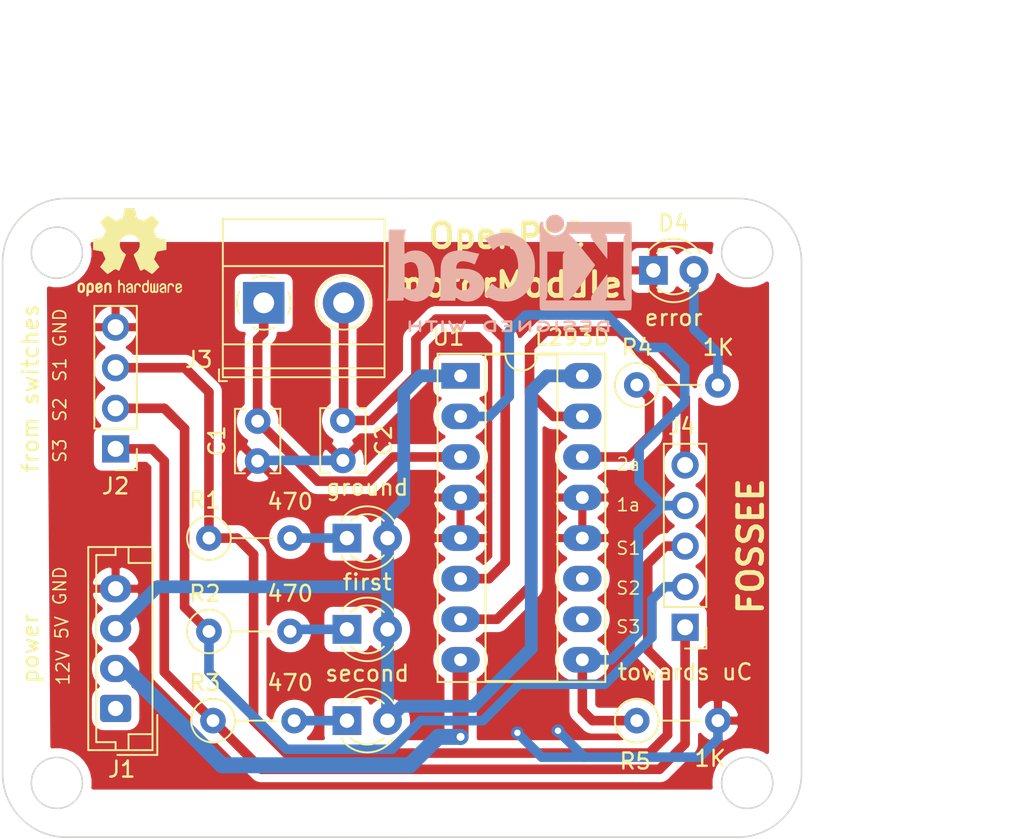
<source format=kicad_pcb>
(kicad_pcb (version 20171130) (host pcbnew 5.1.4-e60b266~84~ubuntu18.04.1)

  (general
    (thickness 1.6)
    (drawings 33)
    (tracks 144)
    (zones 0)
    (modules 18)
    (nets 19)
  )

  (page A4)
  (layers
    (0 F.Cu signal)
    (31 B.Cu signal)
    (32 B.Adhes user)
    (33 F.Adhes user)
    (34 B.Paste user)
    (35 F.Paste user)
    (36 B.SilkS user)
    (37 F.SilkS user)
    (38 B.Mask user)
    (39 F.Mask user)
    (40 Dwgs.User user)
    (41 Cmts.User user)
    (42 Eco1.User user)
    (43 Eco2.User user)
    (44 Edge.Cuts user)
    (45 Margin user)
    (46 B.CrtYd user)
    (47 F.CrtYd user)
    (48 B.Fab user)
    (49 F.Fab user)
  )

  (setup
    (last_trace_width 0.6)
    (trace_clearance 0.2)
    (zone_clearance 0.508)
    (zone_45_only no)
    (trace_min 0.2)
    (via_size 0.8)
    (via_drill 0.4)
    (via_min_size 0.4)
    (via_min_drill 0.3)
    (uvia_size 0.3)
    (uvia_drill 0.1)
    (uvias_allowed no)
    (uvia_min_size 0.2)
    (uvia_min_drill 0.1)
    (edge_width 0.15)
    (segment_width 0.2)
    (pcb_text_width 0.3)
    (pcb_text_size 1.5 1.5)
    (mod_edge_width 0.15)
    (mod_text_size 1 1)
    (mod_text_width 0.15)
    (pad_size 2.4 1.6)
    (pad_drill 0.8)
    (pad_to_mask_clearance 0.051)
    (solder_mask_min_width 0.25)
    (aux_axis_origin 0 0)
    (visible_elements FFFFEF7F)
    (pcbplotparams
      (layerselection 0x010fc_ffffffff)
      (usegerberextensions false)
      (usegerberattributes false)
      (usegerberadvancedattributes false)
      (creategerberjobfile false)
      (excludeedgelayer true)
      (linewidth 0.100000)
      (plotframeref false)
      (viasonmask false)
      (mode 1)
      (useauxorigin false)
      (hpglpennumber 1)
      (hpglpenspeed 20)
      (hpglpendiameter 15.000000)
      (psnegative false)
      (psa4output false)
      (plotreference true)
      (plotvalue true)
      (plotinvisibletext false)
      (padsonsilk false)
      (subtractmaskfromsilk false)
      (outputformat 1)
      (mirror false)
      (drillshape 0)
      (scaleselection 1)
      (outputdirectory "gerber/"))
  )

  (net 0 "")
  (net 1 +12V)
  (net 2 +5V)
  (net 3 GND)
  (net 4 /sw3)
  (net 5 /sw2)
  (net 6 /sw1)
  (net 7 /2a)
  (net 8 /1a)
  (net 9 "Net-(U1-Pad11)")
  (net 10 "Net-(U1-Pad10)")
  (net 11 "Net-(C1-Pad2)")
  (net 12 "Net-(C2-Pad1)")
  (net 13 "Net-(D1-Pad1)")
  (net 14 "Net-(D2-Pad1)")
  (net 15 "Net-(D3-Pad1)")
  (net 16 "Net-(D4-Pad2)")
  (net 17 "Net-(R4-Pad1)")
  (net 18 "Net-(J1-Pad1)")

  (net_class Default "This is the default net class."
    (clearance 0.2)
    (trace_width 0.6)
    (via_dia 0.8)
    (via_drill 0.4)
    (uvia_dia 0.3)
    (uvia_drill 0.1)
    (add_net /1a)
    (add_net /2a)
    (add_net /sw1)
    (add_net /sw2)
    (add_net /sw3)
    (add_net GND)
    (add_net "Net-(C1-Pad2)")
    (add_net "Net-(C2-Pad1)")
    (add_net "Net-(D1-Pad1)")
    (add_net "Net-(D2-Pad1)")
    (add_net "Net-(D3-Pad1)")
    (add_net "Net-(D4-Pad2)")
    (add_net "Net-(J1-Pad1)")
    (add_net "Net-(R4-Pad1)")
    (add_net "Net-(U1-Pad10)")
    (add_net "Net-(U1-Pad11)")
  )

  (net_class +12V ""
    (clearance 0.2)
    (trace_width 1)
    (via_dia 0.8)
    (via_drill 0.4)
    (uvia_dia 0.3)
    (uvia_drill 0.1)
    (add_net +12V)
  )

  (net_class +5V ""
    (clearance 0.2)
    (trace_width 0.8)
    (via_dia 0.8)
    (via_drill 0.4)
    (uvia_dia 0.3)
    (uvia_drill 0.1)
    (add_net +5V)
  )

  (module Symbol:KiCad-Logo2_6mm_SilkScreen (layer B.Cu) (tedit 0) (tstamp 5D5FCCC4)
    (at 112.522 83.82 180)
    (descr "KiCad Logo")
    (tags "Logo KiCad")
    (attr virtual)
    (fp_text reference REF** (at 0 5.08) (layer B.SilkS) hide
      (effects (font (size 1 1) (thickness 0.15)) (justify mirror))
    )
    (fp_text value KiCad-Logo2_6mm_SilkScreen (at 0 -6.35) (layer B.Fab) hide
      (effects (font (size 1 1) (thickness 0.15)) (justify mirror))
    )
    (fp_poly (pts (xy -6.109663 -3.635258) (xy -6.070181 -3.635659) (xy -5.954492 -3.638451) (xy -5.857603 -3.646742)
      (xy -5.776211 -3.661424) (xy -5.707015 -3.683385) (xy -5.646712 -3.713514) (xy -5.592 -3.752702)
      (xy -5.572459 -3.769724) (xy -5.540042 -3.809555) (xy -5.510812 -3.863605) (xy -5.488283 -3.923515)
      (xy -5.475971 -3.980931) (xy -5.474692 -4.002148) (xy -5.482709 -4.060961) (xy -5.504191 -4.125205)
      (xy -5.535291 -4.186013) (xy -5.572158 -4.234522) (xy -5.578146 -4.240374) (xy -5.628871 -4.281513)
      (xy -5.684417 -4.313627) (xy -5.747988 -4.337557) (xy -5.822786 -4.354145) (xy -5.912014 -4.364233)
      (xy -6.018874 -4.368661) (xy -6.06782 -4.369037) (xy -6.130054 -4.368737) (xy -6.17382 -4.367484)
      (xy -6.203223 -4.364746) (xy -6.222371 -4.359993) (xy -6.235369 -4.352693) (xy -6.242337 -4.346459)
      (xy -6.248918 -4.338886) (xy -6.25408 -4.329116) (xy -6.257995 -4.314532) (xy -6.260835 -4.292518)
      (xy -6.262772 -4.260456) (xy -6.263976 -4.215728) (xy -6.26462 -4.155718) (xy -6.264875 -4.077809)
      (xy -6.264914 -4.002148) (xy -6.265162 -3.901233) (xy -6.265109 -3.820619) (xy -6.264149 -3.782014)
      (xy -6.118159 -3.782014) (xy -6.118159 -4.222281) (xy -6.025026 -4.222196) (xy -5.968985 -4.220588)
      (xy -5.910291 -4.216448) (xy -5.86132 -4.210656) (xy -5.85983 -4.210418) (xy -5.780684 -4.191282)
      (xy -5.719294 -4.161479) (xy -5.672597 -4.11907) (xy -5.642927 -4.073153) (xy -5.624645 -4.022218)
      (xy -5.626063 -3.974392) (xy -5.64728 -3.923125) (xy -5.688781 -3.870091) (xy -5.74629 -3.830792)
      (xy -5.821042 -3.804523) (xy -5.871 -3.795227) (xy -5.927708 -3.788699) (xy -5.987811 -3.783974)
      (xy -6.038931 -3.782009) (xy -6.041959 -3.782) (xy -6.118159 -3.782014) (xy -6.264149 -3.782014)
      (xy -6.263552 -3.758043) (xy -6.25929 -3.711247) (xy -6.251122 -3.67797) (xy -6.237848 -3.655951)
      (xy -6.218266 -3.642931) (xy -6.191175 -3.636649) (xy -6.155374 -3.634845) (xy -6.109663 -3.635258)) (layer B.SilkS) (width 0.01))
    (fp_poly (pts (xy -4.701086 -3.635338) (xy -4.631678 -3.63571) (xy -4.579289 -3.636577) (xy -4.541139 -3.638138)
      (xy -4.514451 -3.640595) (xy -4.496445 -3.644149) (xy -4.484341 -3.649002) (xy -4.475361 -3.655353)
      (xy -4.47211 -3.658276) (xy -4.452335 -3.689334) (xy -4.448774 -3.72502) (xy -4.461783 -3.756702)
      (xy -4.467798 -3.763105) (xy -4.477527 -3.769313) (xy -4.493193 -3.774102) (xy -4.5177 -3.777706)
      (xy -4.553953 -3.780356) (xy -4.604857 -3.782287) (xy -4.673318 -3.783731) (xy -4.735909 -3.78461)
      (xy -4.983626 -3.787659) (xy -4.987011 -3.85257) (xy -4.990397 -3.917481) (xy -4.82225 -3.917481)
      (xy -4.749251 -3.918111) (xy -4.695809 -3.920745) (xy -4.65892 -3.926501) (xy -4.63558 -3.936496)
      (xy -4.622786 -3.951848) (xy -4.617534 -3.973674) (xy -4.616737 -3.99393) (xy -4.619215 -4.018784)
      (xy -4.628569 -4.037098) (xy -4.647675 -4.049829) (xy -4.67941 -4.057933) (xy -4.726651 -4.062368)
      (xy -4.792275 -4.064091) (xy -4.828093 -4.064237) (xy -4.98927 -4.064237) (xy -4.98927 -4.222281)
      (xy -4.740914 -4.222281) (xy -4.659505 -4.222394) (xy -4.597634 -4.222904) (xy -4.55226 -4.224062)
      (xy -4.520346 -4.226122) (xy -4.498851 -4.229338) (xy -4.484735 -4.233964) (xy -4.47496 -4.240251)
      (xy -4.469981 -4.244859) (xy -4.452902 -4.271752) (xy -4.447403 -4.295659) (xy -4.455255 -4.324859)
      (xy -4.469981 -4.346459) (xy -4.477838 -4.353258) (xy -4.48798 -4.358538) (xy -4.503136 -4.36249)
      (xy -4.526033 -4.365305) (xy -4.559401 -4.367174) (xy -4.605967 -4.36829) (xy -4.668459 -4.368843)
      (xy -4.749606 -4.369025) (xy -4.791714 -4.369037) (xy -4.88189 -4.368957) (xy -4.952216 -4.36859)
      (xy -5.005421 -4.367744) (xy -5.044232 -4.366228) (xy -5.071379 -4.363851) (xy -5.08959 -4.360421)
      (xy -5.101592 -4.355746) (xy -5.110114 -4.349636) (xy -5.113448 -4.346459) (xy -5.120047 -4.338862)
      (xy -5.125219 -4.329062) (xy -5.129138 -4.314431) (xy -5.131976 -4.292344) (xy -5.133907 -4.260174)
      (xy -5.135104 -4.215295) (xy -5.13574 -4.155081) (xy -5.135989 -4.076905) (xy -5.136026 -4.004115)
      (xy -5.135992 -3.910899) (xy -5.135757 -3.837623) (xy -5.135122 -3.78165) (xy -5.133886 -3.740343)
      (xy -5.131848 -3.711064) (xy -5.128809 -3.691176) (xy -5.124569 -3.678042) (xy -5.118927 -3.669024)
      (xy -5.111683 -3.661485) (xy -5.109898 -3.659804) (xy -5.101237 -3.652364) (xy -5.091174 -3.646601)
      (xy -5.076917 -3.642304) (xy -5.055675 -3.639256) (xy -5.024656 -3.637243) (xy -4.981069 -3.636052)
      (xy -4.922123 -3.635467) (xy -4.845026 -3.635275) (xy -4.790293 -3.635259) (xy -4.701086 -3.635338)) (layer B.SilkS) (width 0.01))
    (fp_poly (pts (xy -3.679995 -3.636543) (xy -3.60518 -3.641773) (xy -3.535598 -3.649942) (xy -3.475294 -3.660742)
      (xy -3.428312 -3.673865) (xy -3.398698 -3.689005) (xy -3.394152 -3.693461) (xy -3.378346 -3.728042)
      (xy -3.383139 -3.763543) (xy -3.407656 -3.793917) (xy -3.408826 -3.794788) (xy -3.423246 -3.804146)
      (xy -3.4383 -3.809068) (xy -3.459297 -3.809665) (xy -3.491549 -3.806053) (xy -3.540365 -3.798346)
      (xy -3.544292 -3.797697) (xy -3.617031 -3.788761) (xy -3.695509 -3.784353) (xy -3.774219 -3.784311)
      (xy -3.847653 -3.788471) (xy -3.910303 -3.796671) (xy -3.956662 -3.808749) (xy -3.959708 -3.809963)
      (xy -3.99334 -3.828807) (xy -4.005156 -3.847877) (xy -3.995906 -3.866631) (xy -3.966339 -3.884529)
      (xy -3.917203 -3.901029) (xy -3.849249 -3.915588) (xy -3.803937 -3.922598) (xy -3.709748 -3.936081)
      (xy -3.634836 -3.948406) (xy -3.576009 -3.960641) (xy -3.530077 -3.973853) (xy -3.493847 -3.989109)
      (xy -3.46413 -4.007477) (xy -3.437734 -4.030023) (xy -3.416522 -4.052163) (xy -3.391357 -4.083011)
      (xy -3.378973 -4.109537) (xy -3.3751 -4.142218) (xy -3.374959 -4.154187) (xy -3.377868 -4.193904)
      (xy -3.389494 -4.223451) (xy -3.409615 -4.249678) (xy -3.450508 -4.289768) (xy -3.496109 -4.320341)
      (xy -3.549805 -4.342395) (xy -3.614984 -4.356927) (xy -3.695036 -4.364933) (xy -3.793349 -4.36741)
      (xy -3.809581 -4.367369) (xy -3.875141 -4.36601) (xy -3.940158 -4.362922) (xy -3.997544 -4.358548)
      (xy -4.040214 -4.353332) (xy -4.043664 -4.352733) (xy -4.086088 -4.342683) (xy -4.122072 -4.329988)
      (xy -4.142442 -4.318382) (xy -4.161399 -4.287764) (xy -4.162719 -4.25211) (xy -4.146377 -4.220336)
      (xy -4.142721 -4.216743) (xy -4.127607 -4.206068) (xy -4.108707 -4.201468) (xy -4.079454 -4.202251)
      (xy -4.043943 -4.206319) (xy -4.004262 -4.209954) (xy -3.948637 -4.21302) (xy -3.883698 -4.215245)
      (xy -3.816077 -4.216356) (xy -3.798292 -4.216429) (xy -3.73042 -4.216156) (xy -3.680746 -4.214838)
      (xy -3.644902 -4.212019) (xy -3.618516 -4.207242) (xy -3.597218 -4.200049) (xy -3.584418 -4.194059)
      (xy -3.556292 -4.177425) (xy -3.53836 -4.16236) (xy -3.535739 -4.158089) (xy -3.541268 -4.140455)
      (xy -3.567552 -4.123384) (xy -3.61277 -4.10765) (xy -3.6751 -4.09403) (xy -3.693463 -4.090996)
      (xy -3.789382 -4.07593) (xy -3.865933 -4.063338) (xy -3.926072 -4.052303) (xy -3.972752 -4.041912)
      (xy -4.008929 -4.031248) (xy -4.037557 -4.019397) (xy -4.06159 -4.005443) (xy -4.083984 -3.988473)
      (xy -4.107694 -3.96757) (xy -4.115672 -3.960241) (xy -4.143645 -3.932891) (xy -4.158452 -3.911221)
      (xy -4.164244 -3.886424) (xy -4.165181 -3.855175) (xy -4.154867 -3.793897) (xy -4.124044 -3.741832)
      (xy -4.072887 -3.69915) (xy -4.001575 -3.666017) (xy -3.950692 -3.651156) (xy -3.895392 -3.641558)
      (xy -3.829145 -3.636128) (xy -3.755998 -3.634559) (xy -3.679995 -3.636543)) (layer B.SilkS) (width 0.01))
    (fp_poly (pts (xy -2.912114 -3.657837) (xy -2.905534 -3.66541) (xy -2.900371 -3.675179) (xy -2.896456 -3.689763)
      (xy -2.893616 -3.711777) (xy -2.891679 -3.74384) (xy -2.890475 -3.788567) (xy -2.889831 -3.848577)
      (xy -2.889576 -3.926486) (xy -2.889537 -4.002148) (xy -2.889606 -4.095994) (xy -2.88993 -4.169881)
      (xy -2.890678 -4.226424) (xy -2.892024 -4.268241) (xy -2.894138 -4.297949) (xy -2.897192 -4.318165)
      (xy -2.901358 -4.331506) (xy -2.906808 -4.34059) (xy -2.912114 -4.346459) (xy -2.945118 -4.366139)
      (xy -2.980283 -4.364373) (xy -3.011747 -4.342909) (xy -3.018976 -4.334529) (xy -3.024626 -4.324806)
      (xy -3.028891 -4.311053) (xy -3.031965 -4.290581) (xy -3.034044 -4.260704) (xy -3.035322 -4.218733)
      (xy -3.035993 -4.161981) (xy -3.036251 -4.087759) (xy -3.036292 -4.003729) (xy -3.036292 -3.690677)
      (xy -3.008583 -3.662968) (xy -2.974429 -3.639655) (xy -2.941298 -3.638815) (xy -2.912114 -3.657837)) (layer B.SilkS) (width 0.01))
    (fp_poly (pts (xy -1.938373 -3.640791) (xy -1.869857 -3.652287) (xy -1.817235 -3.670159) (xy -1.783 -3.693691)
      (xy -1.773671 -3.707116) (xy -1.764185 -3.73834) (xy -1.770569 -3.766587) (xy -1.790722 -3.793374)
      (xy -1.822037 -3.805905) (xy -1.867475 -3.804888) (xy -1.902618 -3.798098) (xy -1.980711 -3.785163)
      (xy -2.060518 -3.783934) (xy -2.149847 -3.794433) (xy -2.174521 -3.798882) (xy -2.257583 -3.8223)
      (xy -2.322565 -3.857137) (xy -2.368753 -3.902796) (xy -2.395437 -3.958686) (xy -2.400955 -3.98758)
      (xy -2.397343 -4.046204) (xy -2.374021 -4.098071) (xy -2.333116 -4.14217) (xy -2.276751 -4.177491)
      (xy -2.207052 -4.203021) (xy -2.126144 -4.217751) (xy -2.036152 -4.22067) (xy -1.939202 -4.210767)
      (xy -1.933728 -4.209833) (xy -1.895167 -4.202651) (xy -1.873786 -4.195713) (xy -1.864519 -4.185419)
      (xy -1.862298 -4.168168) (xy -1.862248 -4.159033) (xy -1.862248 -4.120681) (xy -1.930723 -4.120681)
      (xy -1.991192 -4.116539) (xy -2.032457 -4.103339) (xy -2.056467 -4.079922) (xy -2.065169 -4.045128)
      (xy -2.065275 -4.040586) (xy -2.060184 -4.010846) (xy -2.042725 -3.989611) (xy -2.010231 -3.975558)
      (xy -1.960035 -3.967365) (xy -1.911415 -3.964353) (xy -1.840748 -3.962625) (xy -1.78949 -3.965262)
      (xy -1.754531 -3.974992) (xy -1.732762 -3.994545) (xy -1.721072 -4.026648) (xy -1.716352 -4.07403)
      (xy -1.715492 -4.136263) (xy -1.716901 -4.205727) (xy -1.72114 -4.252978) (xy -1.728228 -4.278204)
      (xy -1.729603 -4.28018) (xy -1.76852 -4.3117) (xy -1.825578 -4.336662) (xy -1.897161 -4.354532)
      (xy -1.97965 -4.364778) (xy -2.069431 -4.366865) (xy -2.162884 -4.36026) (xy -2.217848 -4.352148)
      (xy -2.304058 -4.327746) (xy -2.384184 -4.287854) (xy -2.451269 -4.236079) (xy -2.461465 -4.225731)
      (xy -2.494594 -4.182227) (xy -2.524486 -4.12831) (xy -2.547649 -4.071784) (xy -2.56059 -4.020451)
      (xy -2.56215 -4.000736) (xy -2.55551 -3.959611) (xy -2.53786 -3.908444) (xy -2.512589 -3.854586)
      (xy -2.483081 -3.805387) (xy -2.457011 -3.772526) (xy -2.396057 -3.723644) (xy -2.317261 -3.684737)
      (xy -2.223449 -3.656686) (xy -2.117442 -3.640371) (xy -2.020292 -3.636384) (xy -1.938373 -3.640791)) (layer B.SilkS) (width 0.01))
    (fp_poly (pts (xy -1.288406 -3.63964) (xy -1.26484 -3.653465) (xy -1.234027 -3.676073) (xy -1.19437 -3.70853)
      (xy -1.144272 -3.7519) (xy -1.082135 -3.80725) (xy -1.006364 -3.875643) (xy -0.919626 -3.954276)
      (xy -0.739003 -4.11807) (xy -0.733359 -3.898221) (xy -0.731321 -3.822543) (xy -0.729355 -3.766186)
      (xy -0.727026 -3.725898) (xy -0.723898 -3.698427) (xy -0.719537 -3.680521) (xy -0.713508 -3.668929)
      (xy -0.705376 -3.6604) (xy -0.701064 -3.656815) (xy -0.666533 -3.637862) (xy -0.633675 -3.640633)
      (xy -0.60761 -3.656825) (xy -0.580959 -3.678391) (xy -0.577644 -3.993343) (xy -0.576727 -4.085971)
      (xy -0.57626 -4.158736) (xy -0.576405 -4.214353) (xy -0.577324 -4.255534) (xy -0.579179 -4.284995)
      (xy -0.582131 -4.305447) (xy -0.586342 -4.319605) (xy -0.591974 -4.330183) (xy -0.598219 -4.338666)
      (xy -0.611731 -4.354399) (xy -0.625175 -4.364828) (xy -0.640416 -4.368831) (xy -0.659318 -4.365286)
      (xy -0.683747 -4.353071) (xy -0.715565 -4.331063) (xy -0.75664 -4.298141) (xy -0.808834 -4.253183)
      (xy -0.874014 -4.195067) (xy -0.947848 -4.128291) (xy -1.213137 -3.88765) (xy -1.218781 -4.106781)
      (xy -1.220823 -4.18232) (xy -1.222794 -4.238546) (xy -1.225131 -4.278716) (xy -1.228273 -4.306088)
      (xy -1.232656 -4.32392) (xy -1.238716 -4.335471) (xy -1.246892 -4.343999) (xy -1.251076 -4.347474)
      (xy -1.288057 -4.366564) (xy -1.323 -4.363685) (xy -1.353428 -4.339292) (xy -1.360389 -4.329478)
      (xy -1.365815 -4.318018) (xy -1.369895 -4.30216) (xy -1.372821 -4.279155) (xy -1.374784 -4.246254)
      (xy -1.375975 -4.200708) (xy -1.376584 -4.139765) (xy -1.376803 -4.060678) (xy -1.376826 -4.002148)
      (xy -1.376752 -3.910599) (xy -1.376405 -3.838879) (xy -1.375593 -3.784237) (xy -1.374125 -3.743924)
      (xy -1.371811 -3.71519) (xy -1.368459 -3.695285) (xy -1.36388 -3.68146) (xy -1.357881 -3.670964)
      (xy -1.353428 -3.665003) (xy -1.342142 -3.650883) (xy -1.331593 -3.640221) (xy -1.320185 -3.634084)
      (xy -1.306322 -3.633535) (xy -1.288406 -3.63964)) (layer B.SilkS) (width 0.01))
    (fp_poly (pts (xy 0.242051 -3.635452) (xy 0.318409 -3.636366) (xy 0.376925 -3.638503) (xy 0.419963 -3.642367)
      (xy 0.449891 -3.648459) (xy 0.469076 -3.657282) (xy 0.479884 -3.669338) (xy 0.484681 -3.685131)
      (xy 0.485835 -3.705162) (xy 0.485841 -3.707527) (xy 0.484839 -3.730184) (xy 0.480104 -3.747695)
      (xy 0.469041 -3.760766) (xy 0.449056 -3.770105) (xy 0.417554 -3.776419) (xy 0.37194 -3.780414)
      (xy 0.309621 -3.782798) (xy 0.228001 -3.784278) (xy 0.202985 -3.784606) (xy -0.039092 -3.787659)
      (xy -0.042478 -3.85257) (xy -0.045863 -3.917481) (xy 0.122284 -3.917481) (xy 0.187974 -3.917723)
      (xy 0.23488 -3.918748) (xy 0.266791 -3.921003) (xy 0.287499 -3.924934) (xy 0.300792 -3.93099)
      (xy 0.310463 -3.939616) (xy 0.310525 -3.939685) (xy 0.328064 -3.973304) (xy 0.32743 -4.00964)
      (xy 0.309022 -4.040615) (xy 0.305379 -4.043799) (xy 0.292449 -4.052004) (xy 0.274732 -4.057713)
      (xy 0.248278 -4.061354) (xy 0.20914 -4.063359) (xy 0.15337 -4.064156) (xy 0.117702 -4.064237)
      (xy -0.044737 -4.064237) (xy -0.044737 -4.222281) (xy 0.201869 -4.222281) (xy 0.283288 -4.222423)
      (xy 0.345118 -4.223006) (xy 0.390345 -4.22426) (xy 0.421956 -4.226419) (xy 0.442939 -4.229715)
      (xy 0.456281 -4.234381) (xy 0.464969 -4.240649) (xy 0.467158 -4.242925) (xy 0.483322 -4.274472)
      (xy 0.484505 -4.31036) (xy 0.471244 -4.341477) (xy 0.460751 -4.351463) (xy 0.449837 -4.356961)
      (xy 0.432925 -4.361214) (xy 0.407341 -4.364372) (xy 0.370409 -4.366584) (xy 0.319454 -4.367998)
      (xy 0.251802 -4.368764) (xy 0.164777 -4.36903) (xy 0.145102 -4.369037) (xy 0.056619 -4.368979)
      (xy -0.012065 -4.368659) (xy -0.063728 -4.367859) (xy -0.101147 -4.366359) (xy -0.127102 -4.363941)
      (xy -0.14437 -4.360386) (xy -0.15573 -4.355474) (xy -0.16396 -4.348987) (xy -0.168475 -4.34433)
      (xy -0.175271 -4.336081) (xy -0.18058 -4.325861) (xy -0.184586 -4.310992) (xy -0.187471 -4.288794)
      (xy -0.189418 -4.256585) (xy -0.190611 -4.211688) (xy -0.191231 -4.15142) (xy -0.191463 -4.073103)
      (xy -0.191492 -4.007186) (xy -0.191421 -3.91482) (xy -0.191084 -3.842309) (xy -0.190294 -3.786929)
      (xy -0.188866 -3.745957) (xy -0.186613 -3.71667) (xy -0.183349 -3.696345) (xy -0.178888 -3.682258)
      (xy -0.173044 -3.671687) (xy -0.168095 -3.665003) (xy -0.144698 -3.635259) (xy 0.145482 -3.635259)
      (xy 0.242051 -3.635452)) (layer B.SilkS) (width 0.01))
    (fp_poly (pts (xy 1.030017 -3.635467) (xy 1.158996 -3.639828) (xy 1.268699 -3.653053) (xy 1.360934 -3.675933)
      (xy 1.43751 -3.709262) (xy 1.500235 -3.75383) (xy 1.55092 -3.810428) (xy 1.591371 -3.87985)
      (xy 1.592167 -3.881543) (xy 1.616309 -3.943675) (xy 1.624911 -3.998701) (xy 1.617939 -4.054079)
      (xy 1.595362 -4.117265) (xy 1.59108 -4.126881) (xy 1.56188 -4.183158) (xy 1.529064 -4.226643)
      (xy 1.48671 -4.263609) (xy 1.428898 -4.300327) (xy 1.425539 -4.302244) (xy 1.375212 -4.326419)
      (xy 1.318329 -4.344474) (xy 1.251235 -4.357031) (xy 1.170273 -4.364714) (xy 1.07179 -4.368145)
      (xy 1.036994 -4.368443) (xy 0.871302 -4.369037) (xy 0.847905 -4.339292) (xy 0.840965 -4.329511)
      (xy 0.83555 -4.318089) (xy 0.831473 -4.302287) (xy 0.828545 -4.279367) (xy 0.826575 -4.246588)
      (xy 0.825933 -4.222281) (xy 0.982552 -4.222281) (xy 1.076434 -4.222281) (xy 1.131372 -4.220675)
      (xy 1.187768 -4.216447) (xy 1.234053 -4.210484) (xy 1.236847 -4.209982) (xy 1.319056 -4.187928)
      (xy 1.382822 -4.154792) (xy 1.43016 -4.109039) (xy 1.46309 -4.049131) (xy 1.468816 -4.033253)
      (xy 1.474429 -4.008525) (xy 1.471999 -3.984094) (xy 1.460175 -3.951592) (xy 1.453048 -3.935626)
      (xy 1.429708 -3.893198) (xy 1.401588 -3.863432) (xy 1.370648 -3.842703) (xy 1.308674 -3.815729)
      (xy 1.229359 -3.79619) (xy 1.136961 -3.784938) (xy 1.070041 -3.782462) (xy 0.982552 -3.782014)
      (xy 0.982552 -4.222281) (xy 0.825933 -4.222281) (xy 0.825376 -4.201213) (xy 0.824758 -4.140503)
      (xy 0.824533 -4.061718) (xy 0.824508 -4.000112) (xy 0.824508 -3.690677) (xy 0.852217 -3.662968)
      (xy 0.864514 -3.651736) (xy 0.877811 -3.644045) (xy 0.89638 -3.639232) (xy 0.924494 -3.636638)
      (xy 0.966425 -3.635602) (xy 1.026445 -3.635462) (xy 1.030017 -3.635467)) (layer B.SilkS) (width 0.01))
    (fp_poly (pts (xy 3.756373 -3.637226) (xy 3.775963 -3.644227) (xy 3.776718 -3.644569) (xy 3.803321 -3.66487)
      (xy 3.817978 -3.685753) (xy 3.820846 -3.695544) (xy 3.820704 -3.708553) (xy 3.816669 -3.727087)
      (xy 3.807854 -3.753449) (xy 3.793377 -3.789944) (xy 3.772353 -3.838879) (xy 3.743896 -3.902557)
      (xy 3.707123 -3.983285) (xy 3.686883 -4.027408) (xy 3.650333 -4.106177) (xy 3.616023 -4.178615)
      (xy 3.58526 -4.242072) (xy 3.559356 -4.2939) (xy 3.539618 -4.331451) (xy 3.527358 -4.352076)
      (xy 3.524932 -4.354925) (xy 3.493891 -4.367494) (xy 3.458829 -4.365811) (xy 3.430708 -4.350524)
      (xy 3.429562 -4.349281) (xy 3.418376 -4.332346) (xy 3.399612 -4.299362) (xy 3.375583 -4.254572)
      (xy 3.348605 -4.202224) (xy 3.338909 -4.182934) (xy 3.265722 -4.036342) (xy 3.185948 -4.195585)
      (xy 3.157475 -4.250607) (xy 3.131058 -4.298324) (xy 3.108856 -4.335085) (xy 3.093027 -4.357236)
      (xy 3.087662 -4.361933) (xy 3.045965 -4.368294) (xy 3.011557 -4.354925) (xy 3.001436 -4.340638)
      (xy 2.983922 -4.308884) (xy 2.960443 -4.262789) (xy 2.932428 -4.205477) (xy 2.901307 -4.140072)
      (xy 2.868507 -4.069699) (xy 2.835458 -3.997483) (xy 2.803589 -3.926547) (xy 2.774327 -3.860017)
      (xy 2.749103 -3.801018) (xy 2.729344 -3.752673) (xy 2.71648 -3.718107) (xy 2.711939 -3.700445)
      (xy 2.711985 -3.699805) (xy 2.723034 -3.67758) (xy 2.745118 -3.654945) (xy 2.746418 -3.65396)
      (xy 2.773561 -3.638617) (xy 2.798666 -3.638766) (xy 2.808076 -3.641658) (xy 2.819542 -3.64791)
      (xy 2.831718 -3.660206) (xy 2.846065 -3.6811) (xy 2.864044 -3.713141) (xy 2.887115 -3.75888)
      (xy 2.916738 -3.820869) (xy 2.943453 -3.87809) (xy 2.974188 -3.944418) (xy 3.001729 -4.004066)
      (xy 3.024646 -4.053917) (xy 3.041506 -4.090856) (xy 3.050881 -4.111765) (xy 3.052248 -4.115037)
      (xy 3.058397 -4.109689) (xy 3.07253 -4.087301) (xy 3.092765 -4.051138) (xy 3.117223 -4.004469)
      (xy 3.126956 -3.985214) (xy 3.159925 -3.920196) (xy 3.185351 -3.872846) (xy 3.20532 -3.840411)
      (xy 3.221918 -3.820138) (xy 3.237232 -3.809274) (xy 3.253348 -3.805067) (xy 3.263851 -3.804592)
      (xy 3.282378 -3.806234) (xy 3.298612 -3.813023) (xy 3.314743 -3.827758) (xy 3.332959 -3.853236)
      (xy 3.355447 -3.892253) (xy 3.384397 -3.947606) (xy 3.40037 -3.979095) (xy 3.426278 -4.029279)
      (xy 3.448875 -4.070896) (xy 3.466166 -4.100434) (xy 3.476158 -4.114381) (xy 3.477517 -4.114962)
      (xy 3.483969 -4.103985) (xy 3.498416 -4.075482) (xy 3.519411 -4.032436) (xy 3.545505 -3.97783)
      (xy 3.575254 -3.914646) (xy 3.589888 -3.883263) (xy 3.627958 -3.80227) (xy 3.658613 -3.739948)
      (xy 3.683445 -3.694263) (xy 3.704045 -3.663181) (xy 3.722006 -3.64467) (xy 3.738918 -3.636696)
      (xy 3.756373 -3.637226)) (layer B.SilkS) (width 0.01))
    (fp_poly (pts (xy 4.200322 -3.642069) (xy 4.224035 -3.656839) (xy 4.250686 -3.678419) (xy 4.250686 -3.999965)
      (xy 4.250601 -4.094022) (xy 4.250237 -4.168124) (xy 4.249432 -4.224896) (xy 4.248021 -4.26696)
      (xy 4.245841 -4.29694) (xy 4.242729 -4.317459) (xy 4.238522 -4.331141) (xy 4.233056 -4.340608)
      (xy 4.22918 -4.345274) (xy 4.197742 -4.365767) (xy 4.161941 -4.364931) (xy 4.130581 -4.347456)
      (xy 4.10393 -4.325876) (xy 4.10393 -3.678419) (xy 4.130581 -3.656839) (xy 4.156302 -3.641141)
      (xy 4.177308 -3.635259) (xy 4.200322 -3.642069)) (layer B.SilkS) (width 0.01))
    (fp_poly (pts (xy 4.974773 -3.635355) (xy 5.05348 -3.635734) (xy 5.114571 -3.636525) (xy 5.160525 -3.637862)
      (xy 5.193822 -3.639875) (xy 5.216944 -3.642698) (xy 5.23237 -3.646461) (xy 5.242579 -3.651297)
      (xy 5.247521 -3.655014) (xy 5.273165 -3.68755) (xy 5.276267 -3.72133) (xy 5.260419 -3.752018)
      (xy 5.250056 -3.764281) (xy 5.238904 -3.772642) (xy 5.222743 -3.777849) (xy 5.19735 -3.780649)
      (xy 5.158506 -3.781788) (xy 5.101988 -3.782013) (xy 5.090888 -3.782014) (xy 4.944952 -3.782014)
      (xy 4.944952 -4.052948) (xy 4.944856 -4.138346) (xy 4.944419 -4.204056) (xy 4.94342 -4.252966)
      (xy 4.941636 -4.287965) (xy 4.938845 -4.311941) (xy 4.934825 -4.327785) (xy 4.929353 -4.338383)
      (xy 4.922374 -4.346459) (xy 4.889442 -4.366304) (xy 4.855062 -4.36474) (xy 4.823884 -4.342098)
      (xy 4.821594 -4.339292) (xy 4.814137 -4.328684) (xy 4.808455 -4.316273) (xy 4.804309 -4.299042)
      (xy 4.801458 -4.273976) (xy 4.799662 -4.238059) (xy 4.79868 -4.188275) (xy 4.798272 -4.121609)
      (xy 4.798197 -4.045781) (xy 4.798197 -3.782014) (xy 4.658835 -3.782014) (xy 4.59903 -3.78161)
      (xy 4.557626 -3.780032) (xy 4.530456 -3.776739) (xy 4.513354 -3.771184) (xy 4.502151 -3.762823)
      (xy 4.500791 -3.76137) (xy 4.484433 -3.728131) (xy 4.48588 -3.690554) (xy 4.504686 -3.657837)
      (xy 4.511958 -3.65149) (xy 4.521335 -3.646458) (xy 4.535317 -3.642588) (xy 4.556404 -3.639729)
      (xy 4.587097 -3.637727) (xy 4.629897 -3.636431) (xy 4.687303 -3.63569) (xy 4.761818 -3.63535)
      (xy 4.855941 -3.63526) (xy 4.875968 -3.635259) (xy 4.974773 -3.635355)) (layer B.SilkS) (width 0.01))
    (fp_poly (pts (xy 6.240531 -3.640725) (xy 6.27191 -3.662968) (xy 6.299619 -3.690677) (xy 6.299619 -4.000112)
      (xy 6.299546 -4.091991) (xy 6.299203 -4.164032) (xy 6.2984 -4.218972) (xy 6.296949 -4.259552)
      (xy 6.29466 -4.288509) (xy 6.291344 -4.308583) (xy 6.286813 -4.322513) (xy 6.280877 -4.333037)
      (xy 6.276222 -4.339292) (xy 6.245491 -4.363865) (xy 6.210204 -4.366533) (xy 6.177953 -4.351463)
      (xy 6.167296 -4.342566) (xy 6.160172 -4.330749) (xy 6.155875 -4.311718) (xy 6.153699 -4.281184)
      (xy 6.152936 -4.234854) (xy 6.152863 -4.199063) (xy 6.152863 -4.064237) (xy 5.656152 -4.064237)
      (xy 5.656152 -4.186892) (xy 5.655639 -4.242979) (xy 5.653584 -4.281525) (xy 5.649216 -4.307553)
      (xy 5.641764 -4.326089) (xy 5.632755 -4.339292) (xy 5.601852 -4.363796) (xy 5.566904 -4.366698)
      (xy 5.533446 -4.349281) (xy 5.524312 -4.340151) (xy 5.51786 -4.328047) (xy 5.513605 -4.309193)
      (xy 5.51106 -4.279812) (xy 5.509737 -4.236129) (xy 5.509151 -4.174367) (xy 5.509083 -4.160192)
      (xy 5.508599 -4.043823) (xy 5.508349 -3.947919) (xy 5.508431 -3.870369) (xy 5.508939 -3.809061)
      (xy 5.50997 -3.761882) (xy 5.511621 -3.726722) (xy 5.513987 -3.701468) (xy 5.517165 -3.684009)
      (xy 5.521252 -3.672233) (xy 5.526342 -3.664027) (xy 5.531974 -3.657837) (xy 5.563836 -3.638036)
      (xy 5.597065 -3.640725) (xy 5.628443 -3.662968) (xy 5.641141 -3.677318) (xy 5.649234 -3.69317)
      (xy 5.65375 -3.715746) (xy 5.655714 -3.75027) (xy 5.656152 -3.801968) (xy 5.656152 -3.917481)
      (xy 6.152863 -3.917481) (xy 6.152863 -3.798948) (xy 6.15337 -3.74434) (xy 6.155406 -3.707467)
      (xy 6.159743 -3.683499) (xy 6.167155 -3.667607) (xy 6.175441 -3.657837) (xy 6.207302 -3.638036)
      (xy 6.240531 -3.640725)) (layer B.SilkS) (width 0.01))
    (fp_poly (pts (xy -2.726079 2.96351) (xy -2.622973 2.927762) (xy -2.526978 2.871493) (xy -2.441247 2.794712)
      (xy -2.36893 2.697427) (xy -2.336445 2.636108) (xy -2.308332 2.55034) (xy -2.294705 2.451323)
      (xy -2.296214 2.349529) (xy -2.312969 2.257286) (xy -2.358763 2.144568) (xy -2.425168 2.046793)
      (xy -2.508809 1.965885) (xy -2.606312 1.903768) (xy -2.7143 1.862366) (xy -2.829399 1.843603)
      (xy -2.948234 1.849402) (xy -3.006811 1.861794) (xy -3.120972 1.906203) (xy -3.222365 1.973967)
      (xy -3.308545 2.062999) (xy -3.377066 2.171209) (xy -3.382864 2.183027) (xy -3.402904 2.227372)
      (xy -3.415487 2.26472) (xy -3.422319 2.30412) (xy -3.425105 2.354619) (xy -3.425568 2.409567)
      (xy -3.424803 2.475585) (xy -3.421352 2.523311) (xy -3.413477 2.561897) (xy -3.399443 2.600494)
      (xy -3.38212 2.638574) (xy -3.317505 2.746672) (xy -3.237934 2.834197) (xy -3.14656 2.901159)
      (xy -3.046536 2.947564) (xy -2.941012 2.973419) (xy -2.833142 2.978732) (xy -2.726079 2.96351)) (layer B.SilkS) (width 0.01))
    (fp_poly (pts (xy 6.84227 2.043175) (xy 6.959041 2.042696) (xy 6.998729 2.042455) (xy 7.544486 2.038865)
      (xy 7.551351 -0.054919) (xy 7.552258 -0.338842) (xy 7.553062 -0.59664) (xy 7.553815 -0.829646)
      (xy 7.554569 -1.039194) (xy 7.555375 -1.226618) (xy 7.556285 -1.39325) (xy 7.557351 -1.540425)
      (xy 7.558624 -1.669477) (xy 7.560156 -1.781739) (xy 7.561998 -1.878544) (xy 7.564203 -1.961226)
      (xy 7.566822 -2.031119) (xy 7.569906 -2.089557) (xy 7.573508 -2.137872) (xy 7.577678 -2.1774)
      (xy 7.582469 -2.209473) (xy 7.587931 -2.235424) (xy 7.594118 -2.256589) (xy 7.60108 -2.274299)
      (xy 7.608869 -2.289889) (xy 7.617537 -2.304693) (xy 7.627135 -2.320044) (xy 7.637715 -2.337276)
      (xy 7.639884 -2.340946) (xy 7.676268 -2.403031) (xy 7.150431 -2.399434) (xy 6.624594 -2.395838)
      (xy 6.617729 -2.280331) (xy 6.613992 -2.224899) (xy 6.610097 -2.192851) (xy 6.604811 -2.180135)
      (xy 6.596903 -2.182696) (xy 6.59027 -2.190024) (xy 6.561374 -2.216714) (xy 6.514279 -2.251021)
      (xy 6.45562 -2.288846) (xy 6.392031 -2.32609) (xy 6.330149 -2.358653) (xy 6.282634 -2.380077)
      (xy 6.171316 -2.415283) (xy 6.043596 -2.440222) (xy 5.908901 -2.453941) (xy 5.776663 -2.455486)
      (xy 5.656308 -2.443906) (xy 5.654326 -2.443574) (xy 5.489641 -2.40225) (xy 5.335479 -2.336412)
      (xy 5.193328 -2.247474) (xy 5.064675 -2.136852) (xy 4.951007 -2.005961) (xy 4.85381 -1.856216)
      (xy 4.774572 -1.689033) (xy 4.73143 -1.56519) (xy 4.702979 -1.461581) (xy 4.68188 -1.361252)
      (xy 4.667488 -1.258109) (xy 4.659158 -1.146057) (xy 4.656245 -1.019001) (xy 4.657535 -0.915252)
      (xy 5.67065 -0.915252) (xy 5.675444 -1.089222) (xy 5.690568 -1.238895) (xy 5.716485 -1.365597)
      (xy 5.753663 -1.470658) (xy 5.802565 -1.555406) (xy 5.863658 -1.621169) (xy 5.934177 -1.667659)
      (xy 5.970871 -1.685014) (xy 6.002696 -1.695419) (xy 6.038177 -1.700179) (xy 6.085841 -1.700601)
      (xy 6.137189 -1.698748) (xy 6.238169 -1.689841) (xy 6.318035 -1.672398) (xy 6.343135 -1.663661)
      (xy 6.400448 -1.637857) (xy 6.460897 -1.605453) (xy 6.487297 -1.589233) (xy 6.555946 -1.544205)
      (xy 6.555946 -0.116982) (xy 6.480432 -0.071718) (xy 6.375121 -0.020572) (xy 6.267525 0.009676)
      (xy 6.161581 0.019205) (xy 6.061224 0.008193) (xy 5.970387 -0.023181) (xy 5.893007 -0.07474)
      (xy 5.868039 -0.099488) (xy 5.807856 -0.180577) (xy 5.759145 -0.278734) (xy 5.721499 -0.395643)
      (xy 5.694512 -0.532985) (xy 5.677775 -0.692444) (xy 5.670883 -0.8757) (xy 5.67065 -0.915252)
      (xy 4.657535 -0.915252) (xy 4.658073 -0.872067) (xy 4.669647 -0.646053) (xy 4.69292 -0.442192)
      (xy 4.728504 -0.257513) (xy 4.777013 -0.089048) (xy 4.83906 0.066174) (xy 4.861201 0.112192)
      (xy 4.950385 0.262261) (xy 5.058159 0.395623) (xy 5.18199 0.510123) (xy 5.319342 0.603611)
      (xy 5.467683 0.673932) (xy 5.556604 0.70294) (xy 5.643933 0.72016) (xy 5.749011 0.730406)
      (xy 5.863029 0.733682) (xy 5.977177 0.729991) (xy 6.082648 0.71934) (xy 6.167334 0.70263)
      (xy 6.268128 0.66986) (xy 6.365822 0.627721) (xy 6.451296 0.580481) (xy 6.496789 0.548419)
      (xy 6.528169 0.524578) (xy 6.550142 0.510061) (xy 6.555141 0.508) (xy 6.55669 0.521282)
      (xy 6.558135 0.559337) (xy 6.559443 0.619481) (xy 6.560583 0.699027) (xy 6.561521 0.795289)
      (xy 6.562226 0.905581) (xy 6.562667 1.027219) (xy 6.562811 1.151115) (xy 6.56273 1.309804)
      (xy 6.562335 1.443592) (xy 6.561395 1.55504) (xy 6.55968 1.646705) (xy 6.556957 1.721147)
      (xy 6.552997 1.780925) (xy 6.547569 1.828598) (xy 6.540441 1.866726) (xy 6.531384 1.897866)
      (xy 6.520167 1.924579) (xy 6.506558 1.949423) (xy 6.490328 1.974957) (xy 6.48824 1.978119)
      (xy 6.467306 2.01119) (xy 6.454667 2.033931) (xy 6.452973 2.038728) (xy 6.466216 2.040241)
      (xy 6.504002 2.041472) (xy 6.563416 2.042401) (xy 6.641542 2.043008) (xy 6.735465 2.043273)
      (xy 6.84227 2.043175)) (layer B.SilkS) (width 0.01))
    (fp_poly (pts (xy 3.167505 0.735771) (xy 3.235531 0.730622) (xy 3.430163 0.704727) (xy 3.602529 0.663425)
      (xy 3.75347 0.606147) (xy 3.883825 0.532326) (xy 3.994434 0.441392) (xy 4.086135 0.332778)
      (xy 4.15977 0.205915) (xy 4.213539 0.068648) (xy 4.227187 0.024863) (xy 4.239073 -0.016141)
      (xy 4.249334 -0.056569) (xy 4.258113 -0.09863) (xy 4.265548 -0.144531) (xy 4.27178 -0.19648)
      (xy 4.27695 -0.256685) (xy 4.281196 -0.327352) (xy 4.28466 -0.410689) (xy 4.287481 -0.508905)
      (xy 4.2898 -0.624205) (xy 4.291757 -0.758799) (xy 4.293491 -0.914893) (xy 4.295143 -1.094695)
      (xy 4.296324 -1.235676) (xy 4.30427 -2.203622) (xy 4.355756 -2.29677) (xy 4.380137 -2.341645)
      (xy 4.39828 -2.376501) (xy 4.406935 -2.395054) (xy 4.407243 -2.396311) (xy 4.394014 -2.397749)
      (xy 4.356326 -2.399074) (xy 4.297183 -2.400249) (xy 4.219586 -2.401237) (xy 4.126536 -2.401999)
      (xy 4.021035 -2.4025) (xy 3.906084 -2.402701) (xy 3.892378 -2.402703) (xy 3.377513 -2.402703)
      (xy 3.377513 -2.286) (xy 3.376635 -2.23326) (xy 3.374292 -2.192926) (xy 3.370921 -2.1713)
      (xy 3.369431 -2.169298) (xy 3.355804 -2.177683) (xy 3.327757 -2.199692) (xy 3.291303 -2.230601)
      (xy 3.290485 -2.231316) (xy 3.223962 -2.280843) (xy 3.139948 -2.330575) (xy 3.047937 -2.375626)
      (xy 2.957421 -2.41111) (xy 2.917567 -2.423236) (xy 2.838255 -2.438637) (xy 2.740935 -2.448465)
      (xy 2.634516 -2.45258) (xy 2.527907 -2.450841) (xy 2.430017 -2.443108) (xy 2.361513 -2.431981)
      (xy 2.19352 -2.382648) (xy 2.042281 -2.312342) (xy 1.908782 -2.221933) (xy 1.794006 -2.112295)
      (xy 1.698937 -1.984299) (xy 1.62456 -1.838818) (xy 1.592474 -1.750541) (xy 1.572365 -1.664739)
      (xy 1.559038 -1.561736) (xy 1.552872 -1.451034) (xy 1.553074 -1.434925) (xy 2.481648 -1.434925)
      (xy 2.489348 -1.517184) (xy 2.514989 -1.585546) (xy 2.562378 -1.64897) (xy 2.580579 -1.667567)
      (xy 2.645282 -1.717846) (xy 2.720066 -1.750056) (xy 2.809662 -1.765648) (xy 2.904012 -1.766796)
      (xy 2.993501 -1.759216) (xy 3.062018 -1.744389) (xy 3.091775 -1.733253) (xy 3.145408 -1.702904)
      (xy 3.202235 -1.660221) (xy 3.254082 -1.612317) (xy 3.292778 -1.566301) (xy 3.303054 -1.549421)
      (xy 3.311042 -1.525782) (xy 3.316721 -1.488168) (xy 3.320356 -1.432985) (xy 3.322211 -1.35664)
      (xy 3.322594 -1.283981) (xy 3.322335 -1.19927) (xy 3.321287 -1.138018) (xy 3.319045 -1.096227)
      (xy 3.315206 -1.069899) (xy 3.309365 -1.055035) (xy 3.301118 -1.047639) (xy 3.298567 -1.046461)
      (xy 3.2764 -1.042833) (xy 3.23268 -1.039866) (xy 3.173311 -1.037827) (xy 3.104196 -1.036983)
      (xy 3.089189 -1.036982) (xy 2.996805 -1.038457) (xy 2.925432 -1.042842) (xy 2.868719 -1.050738)
      (xy 2.821872 -1.06227) (xy 2.705669 -1.106215) (xy 2.614543 -1.160243) (xy 2.547705 -1.225219)
      (xy 2.504365 -1.302005) (xy 2.483734 -1.391467) (xy 2.481648 -1.434925) (xy 1.553074 -1.434925)
      (xy 1.554244 -1.342133) (xy 1.563532 -1.244536) (xy 1.570777 -1.205105) (xy 1.617039 -1.058701)
      (xy 1.687384 -0.923995) (xy 1.780484 -0.80228) (xy 1.895012 -0.694847) (xy 2.02964 -0.602988)
      (xy 2.18304 -0.527996) (xy 2.313459 -0.482458) (xy 2.400623 -0.458533) (xy 2.483996 -0.439943)
      (xy 2.568976 -0.426084) (xy 2.660965 -0.416351) (xy 2.765362 -0.410141) (xy 2.887568 -0.406851)
      (xy 2.998055 -0.405924) (xy 3.325677 -0.405027) (xy 3.319401 -0.306547) (xy 3.301579 -0.199695)
      (xy 3.263667 -0.107852) (xy 3.20728 -0.03331) (xy 3.134031 0.021636) (xy 3.069535 0.048448)
      (xy 2.977123 0.065346) (xy 2.867111 0.067773) (xy 2.744656 0.056622) (xy 2.614914 0.03279)
      (xy 2.483042 -0.00283) (xy 2.354198 -0.049343) (xy 2.260566 -0.091883) (xy 2.215517 -0.113728)
      (xy 2.181156 -0.128984) (xy 2.163681 -0.134937) (xy 2.162733 -0.134746) (xy 2.156703 -0.121412)
      (xy 2.141645 -0.086068) (xy 2.118977 -0.032101) (xy 2.090115 0.037104) (xy 2.056477 0.11816)
      (xy 2.022284 0.200882) (xy 1.885586 0.532197) (xy 1.98282 0.548167) (xy 2.024964 0.55618)
      (xy 2.088319 0.569639) (xy 2.167457 0.587321) (xy 2.256951 0.608004) (xy 2.351373 0.630468)
      (xy 2.388973 0.639597) (xy 2.551637 0.677326) (xy 2.69405 0.705612) (xy 2.821527 0.725028)
      (xy 2.939384 0.736146) (xy 3.052938 0.739536) (xy 3.167505 0.735771)) (layer B.SilkS) (width 0.01))
    (fp_poly (pts (xy 0.439962 1.839501) (xy 0.588014 1.823293) (xy 0.731452 1.794282) (xy 0.87611 1.750955)
      (xy 1.027824 1.691799) (xy 1.192428 1.6153) (xy 1.222071 1.600483) (xy 1.290098 1.566969)
      (xy 1.354256 1.536792) (xy 1.408215 1.512834) (xy 1.44564 1.497976) (xy 1.451389 1.496105)
      (xy 1.506486 1.479598) (xy 1.259851 1.120799) (xy 1.199552 1.033107) (xy 1.144422 0.952988)
      (xy 1.096336 0.883164) (xy 1.057168 0.826353) (xy 1.028794 0.785277) (xy 1.013087 0.762654)
      (xy 1.010536 0.759072) (xy 1.000171 0.766562) (xy 0.97466 0.789082) (xy 0.938563 0.822539)
      (xy 0.918642 0.84145) (xy 0.805773 0.931222) (xy 0.679014 0.999439) (xy 0.569783 1.036805)
      (xy 0.504214 1.04854) (xy 0.422116 1.055692) (xy 0.333144 1.058126) (xy 0.246956 1.055712)
      (xy 0.173205 1.048317) (xy 0.143776 1.042653) (xy 0.011133 0.997018) (xy -0.108394 0.927337)
      (xy -0.214717 0.83374) (xy -0.307747 0.716351) (xy -0.387395 0.5753) (xy -0.453574 0.410714)
      (xy -0.506194 0.22272) (xy -0.537467 0.061783) (xy -0.545626 -0.009263) (xy -0.551185 -0.101046)
      (xy -0.554198 -0.206968) (xy -0.554719 -0.320434) (xy -0.5528 -0.434849) (xy -0.548497 -0.543617)
      (xy -0.541863 -0.640143) (xy -0.532951 -0.717831) (xy -0.531021 -0.729817) (xy -0.488501 -0.922892)
      (xy -0.430567 -1.093773) (xy -0.356867 -1.243224) (xy -0.267049 -1.372011) (xy -0.203293 -1.441639)
      (xy -0.088714 -1.536173) (xy 0.036942 -1.606246) (xy 0.171557 -1.651477) (xy 0.313011 -1.671484)
      (xy 0.459183 -1.665885) (xy 0.607955 -1.6343) (xy 0.695911 -1.603394) (xy 0.817629 -1.541506)
      (xy 0.94308 -1.452729) (xy 1.013353 -1.392694) (xy 1.052811 -1.357947) (xy 1.083812 -1.332454)
      (xy 1.101458 -1.32017) (xy 1.103648 -1.319795) (xy 1.111524 -1.332347) (xy 1.131932 -1.365516)
      (xy 1.163132 -1.416458) (xy 1.203386 -1.482331) (xy 1.250957 -1.560289) (xy 1.304104 -1.64749)
      (xy 1.333687 -1.696067) (xy 1.559648 -2.067215) (xy 1.277527 -2.206639) (xy 1.175522 -2.256719)
      (xy 1.092889 -2.29621) (xy 1.024578 -2.327073) (xy 0.965537 -2.351268) (xy 0.910714 -2.370758)
      (xy 0.85506 -2.387503) (xy 0.793523 -2.403465) (xy 0.73454 -2.417482) (xy 0.682115 -2.428329)
      (xy 0.627288 -2.436526) (xy 0.564572 -2.442528) (xy 0.488477 -2.44679) (xy 0.393516 -2.449767)
      (xy 0.329513 -2.451052) (xy 0.238192 -2.45193) (xy 0.150627 -2.451487) (xy 0.072612 -2.449852)
      (xy 0.009942 -2.447149) (xy -0.031587 -2.443505) (xy -0.034048 -2.443142) (xy -0.249697 -2.396487)
      (xy -0.452207 -2.325729) (xy -0.641505 -2.230914) (xy -0.817521 -2.112089) (xy -0.980184 -1.9693)
      (xy -1.129422 -1.802594) (xy -1.237504 -1.654433) (xy -1.352566 -1.460502) (xy -1.445577 -1.255699)
      (xy -1.516987 -1.038383) (xy -1.567244 -0.806912) (xy -1.596799 -0.559643) (xy -1.606111 -0.308559)
      (xy -1.598452 -0.06567) (xy -1.574387 0.15843) (xy -1.533148 0.367523) (xy -1.473973 0.565387)
      (xy -1.396096 0.755804) (xy -1.386797 0.775532) (xy -1.284352 0.959941) (xy -1.158528 1.135424)
      (xy -1.012888 1.29835) (xy -0.850999 1.445086) (xy -0.676424 1.571999) (xy -0.513756 1.665095)
      (xy -0.349427 1.738009) (xy -0.184749 1.790826) (xy -0.013348 1.824985) (xy 0.171153 1.841922)
      (xy 0.281459 1.84442) (xy 0.439962 1.839501)) (layer B.SilkS) (width 0.01))
    (fp_poly (pts (xy -5.955743 2.526311) (xy -5.69122 2.526275) (xy -5.568088 2.52627) (xy -3.597189 2.52627)
      (xy -3.597189 2.41009) (xy -3.584789 2.268709) (xy -3.547364 2.138316) (xy -3.484577 2.018138)
      (xy -3.396094 1.907398) (xy -3.366157 1.877489) (xy -3.258466 1.792652) (xy -3.139725 1.730779)
      (xy -3.01346 1.691841) (xy -2.883197 1.67581) (xy -2.752465 1.682658) (xy -2.624788 1.712357)
      (xy -2.503695 1.76488) (xy -2.392712 1.840197) (xy -2.342868 1.885637) (xy -2.249983 1.997048)
      (xy -2.181873 2.119565) (xy -2.139129 2.251785) (xy -2.122347 2.392308) (xy -2.122124 2.406133)
      (xy -2.121244 2.526266) (xy -2.068443 2.526268) (xy -2.021604 2.519911) (xy -1.978817 2.504444)
      (xy -1.975989 2.502846) (xy -1.966325 2.497832) (xy -1.957451 2.493927) (xy -1.949335 2.489993)
      (xy -1.941943 2.484894) (xy -1.935245 2.477492) (xy -1.929208 2.466649) (xy -1.923801 2.451228)
      (xy -1.91899 2.430091) (xy -1.914745 2.402101) (xy -1.911032 2.366121) (xy -1.907821 2.321013)
      (xy -1.905078 2.26564) (xy -1.902772 2.198863) (xy -1.900871 2.119547) (xy -1.899342 2.026553)
      (xy -1.898154 1.918743) (xy -1.897274 1.794981) (xy -1.89667 1.654129) (xy -1.896311 1.49505)
      (xy -1.896165 1.316605) (xy -1.896198 1.117658) (xy -1.89638 0.897071) (xy -1.896677 0.653707)
      (xy -1.897059 0.386428) (xy -1.897492 0.094097) (xy -1.897945 -0.224424) (xy -1.897998 -0.26323)
      (xy -1.898404 -0.583782) (xy -1.898749 -0.878012) (xy -1.899069 -1.147056) (xy -1.8994 -1.392052)
      (xy -1.899779 -1.614137) (xy -1.900243 -1.814447) (xy -1.900828 -1.994119) (xy -1.90157 -2.15429)
      (xy -1.902506 -2.296098) (xy -1.903673 -2.420679) (xy -1.905107 -2.52917) (xy -1.906844 -2.622707)
      (xy -1.908922 -2.702429) (xy -1.911376 -2.769472) (xy -1.914244 -2.824973) (xy -1.917561 -2.870068)
      (xy -1.921364 -2.905895) (xy -1.92569 -2.933591) (xy -1.930575 -2.954293) (xy -1.936055 -2.969137)
      (xy -1.942168 -2.97926) (xy -1.94895 -2.9858) (xy -1.956437 -2.989893) (xy -1.964666 -2.992676)
      (xy -1.973673 -2.995287) (xy -1.983495 -2.998862) (xy -1.985894 -2.99995) (xy -1.993435 -3.002396)
      (xy -2.006056 -3.004642) (xy -2.024859 -3.006698) (xy -2.050947 -3.008572) (xy -2.085422 -3.010271)
      (xy -2.129385 -3.011803) (xy -2.183939 -3.013177) (xy -2.250185 -3.0144) (xy -2.329226 -3.015481)
      (xy -2.422163 -3.016427) (xy -2.530099 -3.017247) (xy -2.654136 -3.017947) (xy -2.795376 -3.018538)
      (xy -2.954921 -3.019025) (xy -3.133872 -3.019419) (xy -3.333332 -3.019725) (xy -3.554404 -3.019953)
      (xy -3.798188 -3.02011) (xy -4.065787 -3.020205) (xy -4.358303 -3.020245) (xy -4.676839 -3.020238)
      (xy -4.780021 -3.020228) (xy -5.105623 -3.020176) (xy -5.404881 -3.020091) (xy -5.678909 -3.019963)
      (xy -5.928824 -3.019785) (xy -6.15574 -3.019548) (xy -6.360773 -3.019242) (xy -6.545038 -3.01886)
      (xy -6.70965 -3.018392) (xy -6.855725 -3.01783) (xy -6.984376 -3.017165) (xy -7.096721 -3.016388)
      (xy -7.193874 -3.015491) (xy -7.27695 -3.014465) (xy -7.347064 -3.013301) (xy -7.405332 -3.011991)
      (xy -7.452869 -3.010525) (xy -7.49079 -3.008896) (xy -7.52021 -3.007093) (xy -7.542245 -3.00511)
      (xy -7.55801 -3.002936) (xy -7.56862 -3.000563) (xy -7.574404 -2.998391) (xy -7.584684 -2.994056)
      (xy -7.594122 -2.990859) (xy -7.602755 -2.987665) (xy -7.610619 -2.983338) (xy -7.617748 -2.976744)
      (xy -7.624179 -2.966747) (xy -7.629947 -2.952212) (xy -7.635089 -2.932003) (xy -7.63964 -2.904985)
      (xy -7.643635 -2.870023) (xy -7.647111 -2.825981) (xy -7.650102 -2.771724) (xy -7.652646 -2.706117)
      (xy -7.654777 -2.628024) (xy -7.656532 -2.53631) (xy -7.657945 -2.42984) (xy -7.658315 -2.388973)
      (xy -7.291884 -2.388973) (xy -5.996734 -2.388973) (xy -6.021655 -2.351217) (xy -6.046447 -2.312417)
      (xy -6.06744 -2.275469) (xy -6.084935 -2.237788) (xy -6.09923 -2.196788) (xy -6.110623 -2.149883)
      (xy -6.119413 -2.094487) (xy -6.125898 -2.028016) (xy -6.130377 -1.947883) (xy -6.13315 -1.851502)
      (xy -6.134513 -1.736289) (xy -6.134767 -1.599657) (xy -6.134209 -1.43902) (xy -6.133893 -1.379382)
      (xy -6.130325 -0.740041) (xy -5.725298 -1.291449) (xy -5.610554 -1.447876) (xy -5.511143 -1.584088)
      (xy -5.42599 -1.70189) (xy -5.354022 -1.803084) (xy -5.294166 -1.889477) (xy -5.245348 -1.962874)
      (xy -5.206495 -2.025077) (xy -5.176534 -2.077893) (xy -5.154391 -2.123125) (xy -5.138993 -2.162578)
      (xy -5.129266 -2.198058) (xy -5.124137 -2.231368) (xy -5.122532 -2.264313) (xy -5.123379 -2.298697)
      (xy -5.123595 -2.303019) (xy -5.128054 -2.389031) (xy -3.708692 -2.388973) (xy -3.814265 -2.282522)
      (xy -3.842913 -2.253406) (xy -3.87009 -2.225076) (xy -3.896989 -2.195968) (xy -3.924803 -2.16452)
      (xy -3.954725 -2.129169) (xy -3.987946 -2.088354) (xy -4.025661 -2.040511) (xy -4.06906 -1.984079)
      (xy -4.119338 -1.917494) (xy -4.177688 -1.839195) (xy -4.2453 -1.747619) (xy -4.323369 -1.641204)
      (xy -4.413088 -1.518387) (xy -4.515648 -1.377605) (xy -4.632242 -1.217297) (xy -4.727809 -1.085798)
      (xy -4.847749 -0.920596) (xy -4.95238 -0.776152) (xy -5.042648 -0.651094) (xy -5.119503 -0.544052)
      (xy -5.183891 -0.453654) (xy -5.236761 -0.378529) (xy -5.27906 -0.317304) (xy -5.311736 -0.26861)
      (xy -5.335738 -0.231074) (xy -5.352013 -0.203325) (xy -5.361508 -0.183992) (xy -5.365173 -0.171703)
      (xy -5.364071 -0.165242) (xy -5.350724 -0.148048) (xy -5.321866 -0.111655) (xy -5.27924 -0.058224)
      (xy -5.224585 0.010081) (xy -5.159644 0.091097) (xy -5.086158 0.18266) (xy -5.005868 0.282608)
      (xy -4.920515 0.388776) (xy -4.83184 0.499003) (xy -4.741586 0.611124) (xy -4.691944 0.672756)
      (xy -3.459373 0.672756) (xy -3.408146 0.580081) (xy -3.356919 0.487405) (xy -3.356919 -2.203622)
      (xy -3.408146 -2.296298) (xy -3.459373 -2.388973) (xy -2.853396 -2.388973) (xy -2.708734 -2.388931)
      (xy -2.589244 -2.388741) (xy -2.492642 -2.388308) (xy -2.416642 -2.387536) (xy -2.358957 -2.38633)
      (xy -2.317301 -2.384594) (xy -2.289389 -2.382232) (xy -2.272935 -2.37915) (xy -2.265652 -2.375251)
      (xy -2.265255 -2.37044) (xy -2.269458 -2.364622) (xy -2.269501 -2.364574) (xy -2.286813 -2.339532)
      (xy -2.309736 -2.298815) (xy -2.329981 -2.258168) (xy -2.368379 -2.176162) (xy -2.376211 0.672756)
      (xy -3.459373 0.672756) (xy -4.691944 0.672756) (xy -4.651493 0.722976) (xy -4.563302 0.832396)
      (xy -4.478754 0.937222) (xy -4.399592 1.035289) (xy -4.327556 1.124434) (xy -4.264387 1.202495)
      (xy -4.211827 1.267308) (xy -4.171617 1.31671) (xy -4.148 1.345513) (xy -4.05629 1.453222)
      (xy -3.96806 1.55042) (xy -3.886403 1.633924) (xy -3.81441 1.700552) (xy -3.763319 1.741401)
      (xy -3.702907 1.784865) (xy -5.092298 1.784865) (xy -5.091908 1.703334) (xy -5.095791 1.643394)
      (xy -5.11039 1.587823) (xy -5.132988 1.535145) (xy -5.147678 1.505385) (xy -5.163472 1.475897)
      (xy -5.181814 1.444724) (xy -5.204145 1.409907) (xy -5.231909 1.36949) (xy -5.266549 1.321514)
      (xy -5.309507 1.264022) (xy -5.362227 1.195057) (xy -5.426151 1.112661) (xy -5.502721 1.014876)
      (xy -5.593381 0.899745) (xy -5.699574 0.76531) (xy -5.711568 0.750141) (xy -6.130325 0.220588)
      (xy -6.134378 0.807078) (xy -6.135195 0.982749) (xy -6.135021 1.131468) (xy -6.133849 1.253725)
      (xy -6.131669 1.350011) (xy -6.128474 1.420817) (xy -6.124256 1.466631) (xy -6.122838 1.475321)
      (xy -6.100591 1.566865) (xy -6.071443 1.649392) (xy -6.038182 1.715747) (xy -6.0182 1.74389)
      (xy -5.983722 1.784865) (xy -6.637914 1.784865) (xy -6.793969 1.784731) (xy -6.924467 1.784297)
      (xy -7.03131 1.783511) (xy -7.116398 1.782324) (xy -7.181635 1.780683) (xy -7.228921 1.778539)
      (xy -7.260157 1.775841) (xy -7.277246 1.772538) (xy -7.282088 1.768579) (xy -7.281753 1.767702)
      (xy -7.267885 1.746769) (xy -7.244732 1.713588) (xy -7.232754 1.696807) (xy -7.220369 1.68006)
      (xy -7.209237 1.665085) (xy -7.199288 1.650406) (xy -7.190451 1.634551) (xy -7.182657 1.616045)
      (xy -7.175835 1.593415) (xy -7.169916 1.565187) (xy -7.164829 1.529887) (xy -7.160504 1.486042)
      (xy -7.156871 1.432178) (xy -7.15386 1.36682) (xy -7.151401 1.288496) (xy -7.149423 1.195732)
      (xy -7.147858 1.087053) (xy -7.146634 0.960987) (xy -7.145681 0.816058) (xy -7.14493 0.650794)
      (xy -7.144311 0.463721) (xy -7.143752 0.253365) (xy -7.143185 0.018252) (xy -7.142655 -0.197741)
      (xy -7.142155 -0.438535) (xy -7.141895 -0.668274) (xy -7.141868 -0.885493) (xy -7.142067 -1.088722)
      (xy -7.142486 -1.276496) (xy -7.143118 -1.447345) (xy -7.143956 -1.599803) (xy -7.144992 -1.732403)
      (xy -7.14622 -1.843676) (xy -7.147633 -1.932156) (xy -7.149225 -1.996375) (xy -7.150987 -2.034865)
      (xy -7.151321 -2.038933) (xy -7.163466 -2.132248) (xy -7.182427 -2.20719) (xy -7.211302 -2.272594)
      (xy -7.25319 -2.337293) (xy -7.258429 -2.344352) (xy -7.291884 -2.388973) (xy -7.658315 -2.388973)
      (xy -7.659054 -2.307479) (xy -7.659893 -2.16809) (xy -7.660498 -2.010539) (xy -7.660905 -1.833691)
      (xy -7.66115 -1.63641) (xy -7.661267 -1.41756) (xy -7.661295 -1.176007) (xy -7.661267 -0.910615)
      (xy -7.66122 -0.620249) (xy -7.66119 -0.303773) (xy -7.661189 -0.240946) (xy -7.661172 0.078863)
      (xy -7.661112 0.372339) (xy -7.661002 0.64061) (xy -7.660833 0.884802) (xy -7.660597 1.106043)
      (xy -7.660284 1.30546) (xy -7.659885 1.48418) (xy -7.659393 1.643329) (xy -7.658797 1.784034)
      (xy -7.65809 1.907424) (xy -7.657263 2.014624) (xy -7.656307 2.106762) (xy -7.655213 2.184965)
      (xy -7.653973 2.250359) (xy -7.652578 2.304072) (xy -7.651018 2.347231) (xy -7.649286 2.380963)
      (xy -7.647372 2.406395) (xy -7.645268 2.424653) (xy -7.642966 2.436866) (xy -7.640455 2.444159)
      (xy -7.640363 2.444341) (xy -7.635192 2.455482) (xy -7.630885 2.465569) (xy -7.626121 2.474654)
      (xy -7.619578 2.482788) (xy -7.609935 2.490024) (xy -7.595871 2.496414) (xy -7.576063 2.502011)
      (xy -7.549191 2.506867) (xy -7.513933 2.511034) (xy -7.468968 2.514564) (xy -7.412974 2.517509)
      (xy -7.344629 2.519923) (xy -7.262614 2.521856) (xy -7.165605 2.523362) (xy -7.052282 2.524492)
      (xy -6.921323 2.525298) (xy -6.771407 2.525834) (xy -6.601213 2.526151) (xy -6.409418 2.526301)
      (xy -6.194702 2.526337) (xy -5.955743 2.526311)) (layer B.SilkS) (width 0.01))
  )

  (module Symbol:OSHW-Logo2_7.3x6mm_SilkScreen (layer F.Cu) (tedit 0) (tstamp 5D5FBAAE)
    (at 88.773 83.185)
    (descr "Open Source Hardware Symbol")
    (tags "Logo Symbol OSHW")
    (attr virtual)
    (fp_text reference REF** (at 0 0) (layer F.SilkS) hide
      (effects (font (size 1 1) (thickness 0.15)))
    )
    (fp_text value OSHW-Logo2_7.3x6mm_SilkScreen (at 0.75 0) (layer F.Fab) hide
      (effects (font (size 1 1) (thickness 0.15)))
    )
    (fp_poly (pts (xy 0.10391 -2.757652) (xy 0.182454 -2.757222) (xy 0.239298 -2.756058) (xy 0.278105 -2.753793)
      (xy 0.302538 -2.75006) (xy 0.316262 -2.744494) (xy 0.32294 -2.736727) (xy 0.326236 -2.726395)
      (xy 0.326556 -2.725057) (xy 0.331562 -2.700921) (xy 0.340829 -2.653299) (xy 0.353392 -2.587259)
      (xy 0.368287 -2.507872) (xy 0.384551 -2.420204) (xy 0.385119 -2.417125) (xy 0.40141 -2.331211)
      (xy 0.416652 -2.255304) (xy 0.429861 -2.193955) (xy 0.440054 -2.151718) (xy 0.446248 -2.133145)
      (xy 0.446543 -2.132816) (xy 0.464788 -2.123747) (xy 0.502405 -2.108633) (xy 0.551271 -2.090738)
      (xy 0.551543 -2.090642) (xy 0.613093 -2.067507) (xy 0.685657 -2.038035) (xy 0.754057 -2.008403)
      (xy 0.757294 -2.006938) (xy 0.868702 -1.956374) (xy 1.115399 -2.12484) (xy 1.191077 -2.176197)
      (xy 1.259631 -2.222111) (xy 1.317088 -2.25997) (xy 1.359476 -2.287163) (xy 1.382825 -2.301079)
      (xy 1.385042 -2.302111) (xy 1.40201 -2.297516) (xy 1.433701 -2.275345) (xy 1.481352 -2.234553)
      (xy 1.546198 -2.174095) (xy 1.612397 -2.109773) (xy 1.676214 -2.046388) (xy 1.733329 -1.988549)
      (xy 1.780305 -1.939825) (xy 1.813703 -1.90379) (xy 1.830085 -1.884016) (xy 1.830694 -1.882998)
      (xy 1.832505 -1.869428) (xy 1.825683 -1.847267) (xy 1.80854 -1.813522) (xy 1.779393 -1.7652)
      (xy 1.736555 -1.699308) (xy 1.679448 -1.614483) (xy 1.628766 -1.539823) (xy 1.583461 -1.47286)
      (xy 1.54615 -1.417484) (xy 1.519452 -1.37758) (xy 1.505985 -1.357038) (xy 1.505137 -1.355644)
      (xy 1.506781 -1.335962) (xy 1.519245 -1.297707) (xy 1.540048 -1.248111) (xy 1.547462 -1.232272)
      (xy 1.579814 -1.16171) (xy 1.614328 -1.081647) (xy 1.642365 -1.012371) (xy 1.662568 -0.960955)
      (xy 1.678615 -0.921881) (xy 1.687888 -0.901459) (xy 1.689041 -0.899886) (xy 1.706096 -0.897279)
      (xy 1.746298 -0.890137) (xy 1.804302 -0.879477) (xy 1.874763 -0.866315) (xy 1.952335 -0.851667)
      (xy 2.031672 -0.836551) (xy 2.107431 -0.821982) (xy 2.174264 -0.808978) (xy 2.226828 -0.798555)
      (xy 2.259776 -0.79173) (xy 2.267857 -0.789801) (xy 2.276205 -0.785038) (xy 2.282506 -0.774282)
      (xy 2.287045 -0.753902) (xy 2.290104 -0.720266) (xy 2.291967 -0.669745) (xy 2.292918 -0.598708)
      (xy 2.29324 -0.503524) (xy 2.293257 -0.464508) (xy 2.293257 -0.147201) (xy 2.217057 -0.132161)
      (xy 2.174663 -0.124005) (xy 2.1114 -0.112101) (xy 2.034962 -0.097884) (xy 1.953043 -0.08279)
      (xy 1.9304 -0.078645) (xy 1.854806 -0.063947) (xy 1.788953 -0.049495) (xy 1.738366 -0.036625)
      (xy 1.708574 -0.026678) (xy 1.703612 -0.023713) (xy 1.691426 -0.002717) (xy 1.673953 0.037967)
      (xy 1.654577 0.090322) (xy 1.650734 0.1016) (xy 1.625339 0.171523) (xy 1.593817 0.250418)
      (xy 1.562969 0.321266) (xy 1.562817 0.321595) (xy 1.511447 0.432733) (xy 1.680399 0.681253)
      (xy 1.849352 0.929772) (xy 1.632429 1.147058) (xy 1.566819 1.211726) (xy 1.506979 1.268733)
      (xy 1.456267 1.315033) (xy 1.418046 1.347584) (xy 1.395675 1.363343) (xy 1.392466 1.364343)
      (xy 1.373626 1.356469) (xy 1.33518 1.334578) (xy 1.28133 1.301267) (xy 1.216276 1.259131)
      (xy 1.14594 1.211943) (xy 1.074555 1.16381) (xy 1.010908 1.121928) (xy 0.959041 1.088871)
      (xy 0.922995 1.067218) (xy 0.906867 1.059543) (xy 0.887189 1.066037) (xy 0.849875 1.08315)
      (xy 0.802621 1.107326) (xy 0.797612 1.110013) (xy 0.733977 1.141927) (xy 0.690341 1.157579)
      (xy 0.663202 1.157745) (xy 0.649057 1.143204) (xy 0.648975 1.143) (xy 0.641905 1.125779)
      (xy 0.625042 1.084899) (xy 0.599695 1.023525) (xy 0.567171 0.944819) (xy 0.528778 0.851947)
      (xy 0.485822 0.748072) (xy 0.444222 0.647502) (xy 0.398504 0.536516) (xy 0.356526 0.433703)
      (xy 0.319548 0.342215) (xy 0.288827 0.265201) (xy 0.265622 0.205815) (xy 0.25119 0.167209)
      (xy 0.246743 0.1528) (xy 0.257896 0.136272) (xy 0.287069 0.10993) (xy 0.325971 0.080887)
      (xy 0.436757 -0.010961) (xy 0.523351 -0.116241) (xy 0.584716 -0.232734) (xy 0.619815 -0.358224)
      (xy 0.627608 -0.490493) (xy 0.621943 -0.551543) (xy 0.591078 -0.678205) (xy 0.53792 -0.790059)
      (xy 0.465767 -0.885999) (xy 0.377917 -0.964924) (xy 0.277665 -1.02573) (xy 0.16831 -1.067313)
      (xy 0.053147 -1.088572) (xy -0.064525 -1.088401) (xy -0.18141 -1.065699) (xy -0.294211 -1.019362)
      (xy -0.399631 -0.948287) (xy -0.443632 -0.908089) (xy -0.528021 -0.804871) (xy -0.586778 -0.692075)
      (xy -0.620296 -0.57299) (xy -0.628965 -0.450905) (xy -0.613177 -0.329107) (xy -0.573322 -0.210884)
      (xy -0.509793 -0.099525) (xy -0.422979 0.001684) (xy -0.325971 0.080887) (xy -0.285563 0.111162)
      (xy -0.257018 0.137219) (xy -0.246743 0.152825) (xy -0.252123 0.169843) (xy -0.267425 0.2105)
      (xy -0.291388 0.271642) (xy -0.322756 0.350119) (xy -0.360268 0.44278) (xy -0.402667 0.546472)
      (xy -0.444337 0.647526) (xy -0.49031 0.758607) (xy -0.532893 0.861541) (xy -0.570779 0.953165)
      (xy -0.60266 1.030316) (xy -0.627229 1.089831) (xy -0.64318 1.128544) (xy -0.64909 1.143)
      (xy -0.663052 1.157685) (xy -0.69006 1.157642) (xy -0.733587 1.142099) (xy -0.79711 1.110284)
      (xy -0.797612 1.110013) (xy -0.84544 1.085323) (xy -0.884103 1.067338) (xy -0.905905 1.059614)
      (xy -0.906867 1.059543) (xy -0.923279 1.067378) (xy -0.959513 1.089165) (xy -1.011526 1.122328)
      (xy -1.075275 1.164291) (xy -1.14594 1.211943) (xy -1.217884 1.260191) (xy -1.282726 1.302151)
      (xy -1.336265 1.335227) (xy -1.374303 1.356821) (xy -1.392467 1.364343) (xy -1.409192 1.354457)
      (xy -1.44282 1.326826) (xy -1.48999 1.284495) (xy -1.547342 1.230505) (xy -1.611516 1.167899)
      (xy -1.632503 1.146983) (xy -1.849501 0.929623) (xy -1.684332 0.68722) (xy -1.634136 0.612781)
      (xy -1.590081 0.545972) (xy -1.554638 0.490665) (xy -1.530281 0.450729) (xy -1.519478 0.430036)
      (xy -1.519162 0.428563) (xy -1.524857 0.409058) (xy -1.540174 0.369822) (xy -1.562463 0.31743)
      (xy -1.578107 0.282355) (xy -1.607359 0.215201) (xy -1.634906 0.147358) (xy -1.656263 0.090034)
      (xy -1.662065 0.072572) (xy -1.678548 0.025938) (xy -1.69466 -0.010095) (xy -1.70351 -0.023713)
      (xy -1.72304 -0.032048) (xy -1.765666 -0.043863) (xy -1.825855 -0.057819) (xy -1.898078 -0.072578)
      (xy -1.9304 -0.078645) (xy -2.012478 -0.093727) (xy -2.091205 -0.108331) (xy -2.158891 -0.12102)
      (xy -2.20784 -0.130358) (xy -2.217057 -0.132161) (xy -2.293257 -0.147201) (xy -2.293257 -0.464508)
      (xy -2.293086 -0.568846) (xy -2.292384 -0.647787) (xy -2.290866 -0.704962) (xy -2.288251 -0.744001)
      (xy -2.284254 -0.768535) (xy -2.278591 -0.782195) (xy -2.27098 -0.788611) (xy -2.267857 -0.789801)
      (xy -2.249022 -0.79402) (xy -2.207412 -0.802438) (xy -2.14837 -0.814039) (xy -2.077243 -0.827805)
      (xy -1.999375 -0.84272) (xy -1.920113 -0.857768) (xy -1.844802 -0.871931) (xy -1.778787 -0.884194)
      (xy -1.727413 -0.893539) (xy -1.696025 -0.89895) (xy -1.689041 -0.899886) (xy -1.682715 -0.912404)
      (xy -1.66871 -0.945754) (xy -1.649645 -0.993623) (xy -1.642366 -1.012371) (xy -1.613004 -1.084805)
      (xy -1.578429 -1.16483) (xy -1.547463 -1.232272) (xy -1.524677 -1.283841) (xy -1.509518 -1.326215)
      (xy -1.504458 -1.352166) (xy -1.505264 -1.355644) (xy -1.515959 -1.372064) (xy -1.54038 -1.408583)
      (xy -1.575905 -1.461313) (xy -1.619913 -1.526365) (xy -1.669783 -1.599849) (xy -1.679644 -1.614355)
      (xy -1.737508 -1.700296) (xy -1.780044 -1.765739) (xy -1.808946 -1.813696) (xy -1.82591 -1.84718)
      (xy -1.832633 -1.869205) (xy -1.83081 -1.882783) (xy -1.830764 -1.882869) (xy -1.816414 -1.900703)
      (xy -1.784677 -1.935183) (xy -1.73899 -1.982732) (xy -1.682796 -2.039778) (xy -1.619532 -2.102745)
      (xy -1.612398 -2.109773) (xy -1.53267 -2.18698) (xy -1.471143 -2.24367) (xy -1.426579 -2.28089)
      (xy -1.397743 -2.299685) (xy -1.385042 -2.302111) (xy -1.366506 -2.291529) (xy -1.328039 -2.267084)
      (xy -1.273614 -2.231388) (xy -1.207202 -2.187053) (xy -1.132775 -2.136689) (xy -1.115399 -2.12484)
      (xy -0.868703 -1.956374) (xy -0.757294 -2.006938) (xy -0.689543 -2.036405) (xy -0.616817 -2.066041)
      (xy -0.554297 -2.08967) (xy -0.551543 -2.090642) (xy -0.50264 -2.108543) (xy -0.464943 -2.12368)
      (xy -0.446575 -2.13279) (xy -0.446544 -2.132816) (xy -0.440715 -2.149283) (xy -0.430808 -2.189781)
      (xy -0.417805 -2.249758) (xy -0.402691 -2.32466) (xy -0.386448 -2.409936) (xy -0.385119 -2.417125)
      (xy -0.368825 -2.504986) (xy -0.353867 -2.58474) (xy -0.341209 -2.651319) (xy -0.331814 -2.699653)
      (xy -0.326646 -2.724675) (xy -0.326556 -2.725057) (xy -0.323411 -2.735701) (xy -0.317296 -2.743738)
      (xy -0.304547 -2.749533) (xy -0.2815 -2.753453) (xy -0.244491 -2.755865) (xy -0.189856 -2.757135)
      (xy -0.113933 -2.757629) (xy -0.013056 -2.757714) (xy 0 -2.757714) (xy 0.10391 -2.757652)) (layer F.SilkS) (width 0.01))
    (fp_poly (pts (xy 3.153595 1.966966) (xy 3.211021 2.004497) (xy 3.238719 2.038096) (xy 3.260662 2.099064)
      (xy 3.262405 2.147308) (xy 3.258457 2.211816) (xy 3.109686 2.276934) (xy 3.037349 2.310202)
      (xy 2.990084 2.336964) (xy 2.965507 2.360144) (xy 2.961237 2.382667) (xy 2.974889 2.407455)
      (xy 2.989943 2.423886) (xy 3.033746 2.450235) (xy 3.081389 2.452081) (xy 3.125145 2.431546)
      (xy 3.157289 2.390752) (xy 3.163038 2.376347) (xy 3.190576 2.331356) (xy 3.222258 2.312182)
      (xy 3.265714 2.295779) (xy 3.265714 2.357966) (xy 3.261872 2.400283) (xy 3.246823 2.435969)
      (xy 3.21528 2.476943) (xy 3.210592 2.482267) (xy 3.175506 2.51872) (xy 3.145347 2.538283)
      (xy 3.107615 2.547283) (xy 3.076335 2.55023) (xy 3.020385 2.550965) (xy 2.980555 2.54166)
      (xy 2.955708 2.527846) (xy 2.916656 2.497467) (xy 2.889625 2.464613) (xy 2.872517 2.423294)
      (xy 2.863238 2.367521) (xy 2.859693 2.291305) (xy 2.85941 2.252622) (xy 2.860372 2.206247)
      (xy 2.948007 2.206247) (xy 2.949023 2.231126) (xy 2.951556 2.2352) (xy 2.968274 2.229665)
      (xy 3.004249 2.215017) (xy 3.052331 2.19419) (xy 3.062386 2.189714) (xy 3.123152 2.158814)
      (xy 3.156632 2.131657) (xy 3.16399 2.10622) (xy 3.146391 2.080481) (xy 3.131856 2.069109)
      (xy 3.07941 2.046364) (xy 3.030322 2.050122) (xy 2.989227 2.077884) (xy 2.960758 2.127152)
      (xy 2.951631 2.166257) (xy 2.948007 2.206247) (xy 2.860372 2.206247) (xy 2.861285 2.162249)
      (xy 2.868196 2.095384) (xy 2.881884 2.046695) (xy 2.904096 2.010849) (xy 2.936574 1.982513)
      (xy 2.950733 1.973355) (xy 3.015053 1.949507) (xy 3.085473 1.948006) (xy 3.153595 1.966966)) (layer F.SilkS) (width 0.01))
    (fp_poly (pts (xy 2.6526 1.958752) (xy 2.669948 1.966334) (xy 2.711356 1.999128) (xy 2.746765 2.046547)
      (xy 2.768664 2.097151) (xy 2.772229 2.122098) (xy 2.760279 2.156927) (xy 2.734067 2.175357)
      (xy 2.705964 2.186516) (xy 2.693095 2.188572) (xy 2.686829 2.173649) (xy 2.674456 2.141175)
      (xy 2.669028 2.126502) (xy 2.63859 2.075744) (xy 2.59452 2.050427) (xy 2.53801 2.051206)
      (xy 2.533825 2.052203) (xy 2.503655 2.066507) (xy 2.481476 2.094393) (xy 2.466327 2.139287)
      (xy 2.45725 2.204615) (xy 2.453286 2.293804) (xy 2.452914 2.341261) (xy 2.45273 2.416071)
      (xy 2.451522 2.467069) (xy 2.448309 2.499471) (xy 2.442109 2.518495) (xy 2.43194 2.529356)
      (xy 2.416819 2.537272) (xy 2.415946 2.53767) (xy 2.386828 2.549981) (xy 2.372403 2.554514)
      (xy 2.370186 2.540809) (xy 2.368289 2.502925) (xy 2.366847 2.445715) (xy 2.365998 2.374027)
      (xy 2.365829 2.321565) (xy 2.366692 2.220047) (xy 2.37007 2.143032) (xy 2.377142 2.086023)
      (xy 2.389088 2.044526) (xy 2.40709 2.014043) (xy 2.432327 1.99008) (xy 2.457247 1.973355)
      (xy 2.517171 1.951097) (xy 2.586911 1.946076) (xy 2.6526 1.958752)) (layer F.SilkS) (width 0.01))
    (fp_poly (pts (xy 2.144876 1.956335) (xy 2.186667 1.975344) (xy 2.219469 1.998378) (xy 2.243503 2.024133)
      (xy 2.260097 2.057358) (xy 2.270577 2.1028) (xy 2.276271 2.165207) (xy 2.278507 2.249327)
      (xy 2.278743 2.304721) (xy 2.278743 2.520826) (xy 2.241774 2.53767) (xy 2.212656 2.549981)
      (xy 2.198231 2.554514) (xy 2.195472 2.541025) (xy 2.193282 2.504653) (xy 2.191942 2.451542)
      (xy 2.191657 2.409372) (xy 2.190434 2.348447) (xy 2.187136 2.300115) (xy 2.182321 2.270518)
      (xy 2.178496 2.264229) (xy 2.152783 2.270652) (xy 2.112418 2.287125) (xy 2.065679 2.309458)
      (xy 2.020845 2.333457) (xy 1.986193 2.35493) (xy 1.970002 2.369685) (xy 1.969938 2.369845)
      (xy 1.97133 2.397152) (xy 1.983818 2.423219) (xy 2.005743 2.444392) (xy 2.037743 2.451474)
      (xy 2.065092 2.450649) (xy 2.103826 2.450042) (xy 2.124158 2.459116) (xy 2.136369 2.483092)
      (xy 2.137909 2.487613) (xy 2.143203 2.521806) (xy 2.129047 2.542568) (xy 2.092148 2.552462)
      (xy 2.052289 2.554292) (xy 1.980562 2.540727) (xy 1.943432 2.521355) (xy 1.897576 2.475845)
      (xy 1.873256 2.419983) (xy 1.871073 2.360957) (xy 1.891629 2.305953) (xy 1.922549 2.271486)
      (xy 1.95342 2.252189) (xy 2.001942 2.227759) (xy 2.058485 2.202985) (xy 2.06791 2.199199)
      (xy 2.130019 2.171791) (xy 2.165822 2.147634) (xy 2.177337 2.123619) (xy 2.16658 2.096635)
      (xy 2.148114 2.075543) (xy 2.104469 2.049572) (xy 2.056446 2.047624) (xy 2.012406 2.067637)
      (xy 1.980709 2.107551) (xy 1.976549 2.117848) (xy 1.952327 2.155724) (xy 1.916965 2.183842)
      (xy 1.872343 2.206917) (xy 1.872343 2.141485) (xy 1.874969 2.101506) (xy 1.88623 2.069997)
      (xy 1.911199 2.036378) (xy 1.935169 2.010484) (xy 1.972441 1.973817) (xy 2.001401 1.954121)
      (xy 2.032505 1.94622) (xy 2.067713 1.944914) (xy 2.144876 1.956335)) (layer F.SilkS) (width 0.01))
    (fp_poly (pts (xy 1.779833 1.958663) (xy 1.782048 1.99685) (xy 1.783784 2.054886) (xy 1.784899 2.12818)
      (xy 1.785257 2.205055) (xy 1.785257 2.465196) (xy 1.739326 2.511127) (xy 1.707675 2.539429)
      (xy 1.67989 2.550893) (xy 1.641915 2.550168) (xy 1.62684 2.548321) (xy 1.579726 2.542948)
      (xy 1.540756 2.539869) (xy 1.531257 2.539585) (xy 1.499233 2.541445) (xy 1.453432 2.546114)
      (xy 1.435674 2.548321) (xy 1.392057 2.551735) (xy 1.362745 2.54432) (xy 1.33368 2.521427)
      (xy 1.323188 2.511127) (xy 1.277257 2.465196) (xy 1.277257 1.978602) (xy 1.314226 1.961758)
      (xy 1.346059 1.949282) (xy 1.364683 1.944914) (xy 1.369458 1.958718) (xy 1.373921 1.997286)
      (xy 1.377775 2.056356) (xy 1.380722 2.131663) (xy 1.382143 2.195286) (xy 1.386114 2.445657)
      (xy 1.420759 2.450556) (xy 1.452268 2.447131) (xy 1.467708 2.436041) (xy 1.472023 2.415308)
      (xy 1.475708 2.371145) (xy 1.478469 2.309146) (xy 1.480012 2.234909) (xy 1.480235 2.196706)
      (xy 1.480457 1.976783) (xy 1.526166 1.960849) (xy 1.558518 1.950015) (xy 1.576115 1.944962)
      (xy 1.576623 1.944914) (xy 1.578388 1.958648) (xy 1.580329 1.99673) (xy 1.582282 2.054482)
      (xy 1.584084 2.127227) (xy 1.585343 2.195286) (xy 1.589314 2.445657) (xy 1.6764 2.445657)
      (xy 1.680396 2.21724) (xy 1.684392 1.988822) (xy 1.726847 1.966868) (xy 1.758192 1.951793)
      (xy 1.776744 1.944951) (xy 1.777279 1.944914) (xy 1.779833 1.958663)) (layer F.SilkS) (width 0.01))
    (fp_poly (pts (xy 1.190117 2.065358) (xy 1.189933 2.173837) (xy 1.189219 2.257287) (xy 1.187675 2.319704)
      (xy 1.185001 2.365085) (xy 1.180894 2.397429) (xy 1.175055 2.420733) (xy 1.167182 2.438995)
      (xy 1.161221 2.449418) (xy 1.111855 2.505945) (xy 1.049264 2.541377) (xy 0.980013 2.55409)
      (xy 0.910668 2.542463) (xy 0.869375 2.521568) (xy 0.826025 2.485422) (xy 0.796481 2.441276)
      (xy 0.778655 2.383462) (xy 0.770463 2.306313) (xy 0.769302 2.249714) (xy 0.769458 2.245647)
      (xy 0.870857 2.245647) (xy 0.871476 2.31055) (xy 0.874314 2.353514) (xy 0.88084 2.381622)
      (xy 0.892523 2.401953) (xy 0.906483 2.417288) (xy 0.953365 2.44689) (xy 1.003701 2.449419)
      (xy 1.051276 2.424705) (xy 1.054979 2.421356) (xy 1.070783 2.403935) (xy 1.080693 2.383209)
      (xy 1.086058 2.352362) (xy 1.088228 2.304577) (xy 1.088571 2.251748) (xy 1.087827 2.185381)
      (xy 1.084748 2.141106) (xy 1.078061 2.112009) (xy 1.066496 2.091173) (xy 1.057013 2.080107)
      (xy 1.01296 2.052198) (xy 0.962224 2.048843) (xy 0.913796 2.070159) (xy 0.90445 2.078073)
      (xy 0.88854 2.095647) (xy 0.87861 2.116587) (xy 0.873278 2.147782) (xy 0.871163 2.196122)
      (xy 0.870857 2.245647) (xy 0.769458 2.245647) (xy 0.77281 2.158568) (xy 0.784726 2.090086)
      (xy 0.807135 2.0386) (xy 0.842124 1.998443) (xy 0.869375 1.977861) (xy 0.918907 1.955625)
      (xy 0.976316 1.945304) (xy 1.029682 1.948067) (xy 1.059543 1.959212) (xy 1.071261 1.962383)
      (xy 1.079037 1.950557) (xy 1.084465 1.918866) (xy 1.088571 1.870593) (xy 1.093067 1.816829)
      (xy 1.099313 1.784482) (xy 1.110676 1.765985) (xy 1.130528 1.75377) (xy 1.143 1.748362)
      (xy 1.190171 1.728601) (xy 1.190117 2.065358)) (layer F.SilkS) (width 0.01))
    (fp_poly (pts (xy 0.529926 1.949755) (xy 0.595858 1.974084) (xy 0.649273 2.017117) (xy 0.670164 2.047409)
      (xy 0.692939 2.102994) (xy 0.692466 2.143186) (xy 0.668562 2.170217) (xy 0.659717 2.174813)
      (xy 0.62153 2.189144) (xy 0.602028 2.185472) (xy 0.595422 2.161407) (xy 0.595086 2.148114)
      (xy 0.582992 2.09921) (xy 0.551471 2.064999) (xy 0.507659 2.048476) (xy 0.458695 2.052634)
      (xy 0.418894 2.074227) (xy 0.40545 2.086544) (xy 0.395921 2.101487) (xy 0.389485 2.124075)
      (xy 0.385317 2.159328) (xy 0.382597 2.212266) (xy 0.380502 2.287907) (xy 0.37996 2.311857)
      (xy 0.377981 2.39379) (xy 0.375731 2.451455) (xy 0.372357 2.489608) (xy 0.367006 2.513004)
      (xy 0.358824 2.526398) (xy 0.346959 2.534545) (xy 0.339362 2.538144) (xy 0.307102 2.550452)
      (xy 0.288111 2.554514) (xy 0.281836 2.540948) (xy 0.278006 2.499934) (xy 0.2766 2.430999)
      (xy 0.277598 2.333669) (xy 0.277908 2.318657) (xy 0.280101 2.229859) (xy 0.282693 2.165019)
      (xy 0.286382 2.119067) (xy 0.291864 2.086935) (xy 0.299835 2.063553) (xy 0.310993 2.043852)
      (xy 0.31683 2.03541) (xy 0.350296 1.998057) (xy 0.387727 1.969003) (xy 0.392309 1.966467)
      (xy 0.459426 1.946443) (xy 0.529926 1.949755)) (layer F.SilkS) (width 0.01))
    (fp_poly (pts (xy 0.039744 1.950968) (xy 0.096616 1.972087) (xy 0.097267 1.972493) (xy 0.13244 1.99838)
      (xy 0.158407 2.028633) (xy 0.17667 2.068058) (xy 0.188732 2.121462) (xy 0.196096 2.193651)
      (xy 0.200264 2.289432) (xy 0.200629 2.303078) (xy 0.205876 2.508842) (xy 0.161716 2.531678)
      (xy 0.129763 2.54711) (xy 0.11047 2.554423) (xy 0.109578 2.554514) (xy 0.106239 2.541022)
      (xy 0.103587 2.504626) (xy 0.101956 2.451452) (xy 0.1016 2.408393) (xy 0.101592 2.338641)
      (xy 0.098403 2.294837) (xy 0.087288 2.273944) (xy 0.063501 2.272925) (xy 0.022296 2.288741)
      (xy -0.039914 2.317815) (xy -0.085659 2.341963) (xy -0.109187 2.362913) (xy -0.116104 2.385747)
      (xy -0.116114 2.386877) (xy -0.104701 2.426212) (xy -0.070908 2.447462) (xy -0.019191 2.450539)
      (xy 0.018061 2.450006) (xy 0.037703 2.460735) (xy 0.049952 2.486505) (xy 0.057002 2.519337)
      (xy 0.046842 2.537966) (xy 0.043017 2.540632) (xy 0.007001 2.55134) (xy -0.043434 2.552856)
      (xy -0.095374 2.545759) (xy -0.132178 2.532788) (xy -0.183062 2.489585) (xy -0.211986 2.429446)
      (xy -0.217714 2.382462) (xy -0.213343 2.340082) (xy -0.197525 2.305488) (xy -0.166203 2.274763)
      (xy -0.115322 2.24399) (xy -0.040824 2.209252) (xy -0.036286 2.207288) (xy 0.030821 2.176287)
      (xy 0.072232 2.150862) (xy 0.089981 2.128014) (xy 0.086107 2.104745) (xy 0.062643 2.078056)
      (xy 0.055627 2.071914) (xy 0.00863 2.0481) (xy -0.040067 2.049103) (xy -0.082478 2.072451)
      (xy -0.110616 2.115675) (xy -0.113231 2.12416) (xy -0.138692 2.165308) (xy -0.170999 2.185128)
      (xy -0.217714 2.20477) (xy -0.217714 2.15395) (xy -0.203504 2.080082) (xy -0.161325 2.012327)
      (xy -0.139376 1.989661) (xy -0.089483 1.960569) (xy -0.026033 1.9474) (xy 0.039744 1.950968)) (layer F.SilkS) (width 0.01))
    (fp_poly (pts (xy -0.624114 1.851289) (xy -0.619861 1.910613) (xy -0.614975 1.945572) (xy -0.608205 1.96082)
      (xy -0.598298 1.961015) (xy -0.595086 1.959195) (xy -0.552356 1.946015) (xy -0.496773 1.946785)
      (xy -0.440263 1.960333) (xy -0.404918 1.977861) (xy -0.368679 2.005861) (xy -0.342187 2.037549)
      (xy -0.324001 2.077813) (xy -0.312678 2.131543) (xy -0.306778 2.203626) (xy -0.304857 2.298951)
      (xy -0.304823 2.317237) (xy -0.3048 2.522646) (xy -0.350509 2.53858) (xy -0.382973 2.54942)
      (xy -0.400785 2.554468) (xy -0.401309 2.554514) (xy -0.403063 2.540828) (xy -0.404556 2.503076)
      (xy -0.405674 2.446224) (xy -0.406303 2.375234) (xy -0.4064 2.332073) (xy -0.406602 2.246973)
      (xy -0.407642 2.185981) (xy -0.410169 2.144177) (xy -0.414836 2.116642) (xy -0.422293 2.098456)
      (xy -0.433189 2.084698) (xy -0.439993 2.078073) (xy -0.486728 2.051375) (xy -0.537728 2.049375)
      (xy -0.583999 2.071955) (xy -0.592556 2.080107) (xy -0.605107 2.095436) (xy -0.613812 2.113618)
      (xy -0.619369 2.139909) (xy -0.622474 2.179562) (xy -0.623824 2.237832) (xy -0.624114 2.318173)
      (xy -0.624114 2.522646) (xy -0.669823 2.53858) (xy -0.702287 2.54942) (xy -0.720099 2.554468)
      (xy -0.720623 2.554514) (xy -0.721963 2.540623) (xy -0.723172 2.501439) (xy -0.724199 2.4407)
      (xy -0.724998 2.362141) (xy -0.725519 2.269498) (xy -0.725714 2.166509) (xy -0.725714 1.769342)
      (xy -0.678543 1.749444) (xy -0.631371 1.729547) (xy -0.624114 1.851289)) (layer F.SilkS) (width 0.01))
    (fp_poly (pts (xy -1.831697 1.931239) (xy -1.774473 1.969735) (xy -1.730251 2.025335) (xy -1.703833 2.096086)
      (xy -1.69849 2.148162) (xy -1.699097 2.169893) (xy -1.704178 2.186531) (xy -1.718145 2.201437)
      (xy -1.745411 2.217973) (xy -1.790388 2.239498) (xy -1.857489 2.269374) (xy -1.857829 2.269524)
      (xy -1.919593 2.297813) (xy -1.970241 2.322933) (xy -2.004596 2.342179) (xy -2.017482 2.352848)
      (xy -2.017486 2.352934) (xy -2.006128 2.376166) (xy -1.979569 2.401774) (xy -1.949077 2.420221)
      (xy -1.93363 2.423886) (xy -1.891485 2.411212) (xy -1.855192 2.379471) (xy -1.837483 2.344572)
      (xy -1.820448 2.318845) (xy -1.787078 2.289546) (xy -1.747851 2.264235) (xy -1.713244 2.250471)
      (xy -1.706007 2.249714) (xy -1.697861 2.26216) (xy -1.69737 2.293972) (xy -1.703357 2.336866)
      (xy -1.714643 2.382558) (xy -1.73005 2.422761) (xy -1.730829 2.424322) (xy -1.777196 2.489062)
      (xy -1.837289 2.533097) (xy -1.905535 2.554711) (xy -1.976362 2.552185) (xy -2.044196 2.523804)
      (xy -2.047212 2.521808) (xy -2.100573 2.473448) (xy -2.13566 2.410352) (xy -2.155078 2.327387)
      (xy -2.157684 2.304078) (xy -2.162299 2.194055) (xy -2.156767 2.142748) (xy -2.017486 2.142748)
      (xy -2.015676 2.174753) (xy -2.005778 2.184093) (xy -1.981102 2.177105) (xy -1.942205 2.160587)
      (xy -1.898725 2.139881) (xy -1.897644 2.139333) (xy -1.860791 2.119949) (xy -1.846 2.107013)
      (xy -1.849647 2.093451) (xy -1.865005 2.075632) (xy -1.904077 2.049845) (xy -1.946154 2.04795)
      (xy -1.983897 2.066717) (xy -2.009966 2.102915) (xy -2.017486 2.142748) (xy -2.156767 2.142748)
      (xy -2.152806 2.106027) (xy -2.12845 2.036212) (xy -2.094544 1.987302) (xy -2.033347 1.937878)
      (xy -1.965937 1.913359) (xy -1.89712 1.911797) (xy -1.831697 1.931239)) (layer F.SilkS) (width 0.01))
    (fp_poly (pts (xy -2.958885 1.921962) (xy -2.890855 1.957733) (xy -2.840649 2.015301) (xy -2.822815 2.052312)
      (xy -2.808937 2.107882) (xy -2.801833 2.178096) (xy -2.80116 2.254727) (xy -2.806573 2.329552)
      (xy -2.81773 2.394342) (xy -2.834286 2.440873) (xy -2.839374 2.448887) (xy -2.899645 2.508707)
      (xy -2.971231 2.544535) (xy -3.048908 2.55502) (xy -3.127452 2.53881) (xy -3.149311 2.529092)
      (xy -3.191878 2.499143) (xy -3.229237 2.459433) (xy -3.232768 2.454397) (xy -3.247119 2.430124)
      (xy -3.256606 2.404178) (xy -3.26221 2.370022) (xy -3.264914 2.321119) (xy -3.265701 2.250935)
      (xy -3.265714 2.2352) (xy -3.265678 2.230192) (xy -3.120571 2.230192) (xy -3.119727 2.29643)
      (xy -3.116404 2.340386) (xy -3.109417 2.368779) (xy -3.097584 2.388325) (xy -3.091543 2.394857)
      (xy -3.056814 2.41968) (xy -3.023097 2.418548) (xy -2.989005 2.397016) (xy -2.968671 2.374029)
      (xy -2.956629 2.340478) (xy -2.949866 2.287569) (xy -2.949402 2.281399) (xy -2.948248 2.185513)
      (xy -2.960312 2.114299) (xy -2.98543 2.068194) (xy -3.02344 2.047635) (xy -3.037008 2.046514)
      (xy -3.072636 2.052152) (xy -3.097006 2.071686) (xy -3.111907 2.109042) (xy -3.119125 2.16815)
      (xy -3.120571 2.230192) (xy -3.265678 2.230192) (xy -3.265174 2.160413) (xy -3.262904 2.108159)
      (xy -3.257932 2.071949) (xy -3.249287 2.045299) (xy -3.235995 2.021722) (xy -3.233057 2.017338)
      (xy -3.183687 1.958249) (xy -3.129891 1.923947) (xy -3.064398 1.910331) (xy -3.042158 1.909665)
      (xy -2.958885 1.921962)) (layer F.SilkS) (width 0.01))
    (fp_poly (pts (xy -1.283907 1.92778) (xy -1.237328 1.954723) (xy -1.204943 1.981466) (xy -1.181258 2.009484)
      (xy -1.164941 2.043748) (xy -1.154661 2.089227) (xy -1.149086 2.150892) (xy -1.146884 2.233711)
      (xy -1.146629 2.293246) (xy -1.146629 2.512391) (xy -1.208314 2.540044) (xy -1.27 2.567697)
      (xy -1.277257 2.32767) (xy -1.280256 2.238028) (xy -1.283402 2.172962) (xy -1.287299 2.128026)
      (xy -1.292553 2.09877) (xy -1.299769 2.080748) (xy -1.30955 2.069511) (xy -1.312688 2.067079)
      (xy -1.360239 2.048083) (xy -1.408303 2.0556) (xy -1.436914 2.075543) (xy -1.448553 2.089675)
      (xy -1.456609 2.10822) (xy -1.461729 2.136334) (xy -1.464559 2.179173) (xy -1.465744 2.241895)
      (xy -1.465943 2.307261) (xy -1.465982 2.389268) (xy -1.467386 2.447316) (xy -1.472086 2.486465)
      (xy -1.482013 2.51178) (xy -1.499097 2.528323) (xy -1.525268 2.541156) (xy -1.560225 2.554491)
      (xy -1.598404 2.569007) (xy -1.593859 2.311389) (xy -1.592029 2.218519) (xy -1.589888 2.149889)
      (xy -1.586819 2.100711) (xy -1.582206 2.066198) (xy -1.575432 2.041562) (xy -1.565881 2.022016)
      (xy -1.554366 2.00477) (xy -1.49881 1.94968) (xy -1.43102 1.917822) (xy -1.357287 1.910191)
      (xy -1.283907 1.92778)) (layer F.SilkS) (width 0.01))
    (fp_poly (pts (xy -2.400256 1.919918) (xy -2.344799 1.947568) (xy -2.295852 1.99848) (xy -2.282371 2.017338)
      (xy -2.267686 2.042015) (xy -2.258158 2.068816) (xy -2.252707 2.104587) (xy -2.250253 2.156169)
      (xy -2.249714 2.224267) (xy -2.252148 2.317588) (xy -2.260606 2.387657) (xy -2.276826 2.439931)
      (xy -2.302546 2.479869) (xy -2.339503 2.512929) (xy -2.342218 2.514886) (xy -2.37864 2.534908)
      (xy -2.422498 2.544815) (xy -2.478276 2.547257) (xy -2.568952 2.547257) (xy -2.56899 2.635283)
      (xy -2.569834 2.684308) (xy -2.574976 2.713065) (xy -2.588413 2.730311) (xy -2.614142 2.744808)
      (xy -2.620321 2.747769) (xy -2.649236 2.761648) (xy -2.671624 2.770414) (xy -2.688271 2.771171)
      (xy -2.699964 2.761023) (xy -2.70749 2.737073) (xy -2.711634 2.696426) (xy -2.713185 2.636186)
      (xy -2.712929 2.553455) (xy -2.711651 2.445339) (xy -2.711252 2.413) (xy -2.709815 2.301524)
      (xy -2.708528 2.228603) (xy -2.569029 2.228603) (xy -2.568245 2.290499) (xy -2.56476 2.330997)
      (xy -2.556876 2.357708) (xy -2.542895 2.378244) (xy -2.533403 2.38826) (xy -2.494596 2.417567)
      (xy -2.460237 2.419952) (xy -2.424784 2.39575) (xy -2.423886 2.394857) (xy -2.409461 2.376153)
      (xy -2.400687 2.350732) (xy -2.396261 2.311584) (xy -2.394882 2.251697) (xy -2.394857 2.23843)
      (xy -2.398188 2.155901) (xy -2.409031 2.098691) (xy -2.42866 2.063766) (xy -2.45835 2.048094)
      (xy -2.475509 2.046514) (xy -2.516234 2.053926) (xy -2.544168 2.07833) (xy -2.560983 2.12298)
      (xy -2.56835 2.19113) (xy -2.569029 2.228603) (xy -2.708528 2.228603) (xy -2.708292 2.215245)
      (xy -2.706323 2.150333) (xy -2.70355 2.102958) (xy -2.699612 2.06929) (xy -2.694151 2.045498)
      (xy -2.686808 2.027753) (xy -2.677223 2.012224) (xy -2.673113 2.006381) (xy -2.618595 1.951185)
      (xy -2.549664 1.91989) (xy -2.469928 1.911165) (xy -2.400256 1.919918)) (layer F.SilkS) (width 0.01))
  )

  (module Package_DIP:DIP-16_W7.62mm_Socket_LongPads (layer F.Cu) (tedit 5A02E8C5) (tstamp 5C2E05C8)
    (at 109.474 90.932)
    (descr "16-lead though-hole mounted DIP package, row spacing 7.62 mm (300 mils), Socket, LongPads")
    (tags "THT DIP DIL PDIP 2.54mm 7.62mm 300mil Socket LongPads")
    (path /5C2E03BE)
    (fp_text reference U1 (at -0.762 -2.413) (layer F.SilkS)
      (effects (font (size 1 1) (thickness 0.15)))
    )
    (fp_text value L293D (at 6.985 -2.413) (layer F.SilkS)
      (effects (font (size 1 1) (thickness 0.15)))
    )
    (fp_text user %R (at 3.81 8.89) (layer F.Fab)
      (effects (font (size 1 1) (thickness 0.15)))
    )
    (fp_line (start 9.15 -1.6) (end -1.55 -1.6) (layer F.CrtYd) (width 0.05))
    (fp_line (start 9.15 19.4) (end 9.15 -1.6) (layer F.CrtYd) (width 0.05))
    (fp_line (start -1.55 19.4) (end 9.15 19.4) (layer F.CrtYd) (width 0.05))
    (fp_line (start -1.55 -1.6) (end -1.55 19.4) (layer F.CrtYd) (width 0.05))
    (fp_line (start 9.06 -1.39) (end -1.44 -1.39) (layer F.SilkS) (width 0.12))
    (fp_line (start 9.06 19.17) (end 9.06 -1.39) (layer F.SilkS) (width 0.12))
    (fp_line (start -1.44 19.17) (end 9.06 19.17) (layer F.SilkS) (width 0.12))
    (fp_line (start -1.44 -1.39) (end -1.44 19.17) (layer F.SilkS) (width 0.12))
    (fp_line (start 6.06 -1.33) (end 4.81 -1.33) (layer F.SilkS) (width 0.12))
    (fp_line (start 6.06 19.11) (end 6.06 -1.33) (layer F.SilkS) (width 0.12))
    (fp_line (start 1.56 19.11) (end 6.06 19.11) (layer F.SilkS) (width 0.12))
    (fp_line (start 1.56 -1.33) (end 1.56 19.11) (layer F.SilkS) (width 0.12))
    (fp_line (start 2.81 -1.33) (end 1.56 -1.33) (layer F.SilkS) (width 0.12))
    (fp_line (start 8.89 -1.33) (end -1.27 -1.33) (layer F.Fab) (width 0.1))
    (fp_line (start 8.89 19.11) (end 8.89 -1.33) (layer F.Fab) (width 0.1))
    (fp_line (start -1.27 19.11) (end 8.89 19.11) (layer F.Fab) (width 0.1))
    (fp_line (start -1.27 -1.33) (end -1.27 19.11) (layer F.Fab) (width 0.1))
    (fp_line (start 0.635 -0.27) (end 1.635 -1.27) (layer F.Fab) (width 0.1))
    (fp_line (start 0.635 19.05) (end 0.635 -0.27) (layer F.Fab) (width 0.1))
    (fp_line (start 6.985 19.05) (end 0.635 19.05) (layer F.Fab) (width 0.1))
    (fp_line (start 6.985 -1.27) (end 6.985 19.05) (layer F.Fab) (width 0.1))
    (fp_line (start 1.635 -1.27) (end 6.985 -1.27) (layer F.Fab) (width 0.1))
    (fp_arc (start 3.81 -1.33) (end 2.81 -1.33) (angle -180) (layer F.SilkS) (width 0.12))
    (pad 16 thru_hole oval (at 7.62 0) (size 2.4 1.6) (drill 0.8) (layers *.Cu *.Mask)
      (net 2 +5V))
    (pad 8 thru_hole oval (at 0 17.78) (size 2.4 1.6) (drill 0.8) (layers *.Cu *.Mask)
      (net 1 +12V))
    (pad 15 thru_hole oval (at 7.62 2.54) (size 2.4 1.6) (drill 0.8) (layers *.Cu *.Mask)
      (net 7 /2a))
    (pad 7 thru_hole oval (at 0 15.24) (size 2.4 1.6) (drill 0.8) (layers *.Cu *.Mask)
      (net 7 /2a))
    (pad 14 thru_hole oval (at 7.62 5.08) (size 2.4 1.6) (drill 0.8) (layers *.Cu *.Mask)
      (net 17 "Net-(R4-Pad1)"))
    (pad 6 thru_hole oval (at 0 12.7) (size 2.4 1.6) (drill 0.8) (layers *.Cu *.Mask)
      (net 12 "Net-(C2-Pad1)"))
    (pad 13 thru_hole oval (at 7.62 7.62) (size 2.4 1.6) (drill 0.8) (layers *.Cu *.Mask)
      (net 3 GND))
    (pad 5 thru_hole oval (at 0 10.16) (size 2.4 1.6) (drill 0.8) (layers *.Cu *.Mask)
      (net 3 GND))
    (pad 12 thru_hole oval (at 7.62 10.16) (size 2.4 1.6) (drill 0.8) (layers *.Cu *.Mask)
      (net 3 GND))
    (pad 4 thru_hole oval (at 0 7.62) (size 2.4 1.6) (drill 0.8) (layers *.Cu *.Mask)
      (net 3 GND))
    (pad 11 thru_hole oval (at 7.62 12.7) (size 2.4 1.6) (drill 0.8) (layers *.Cu *.Mask)
      (net 9 "Net-(U1-Pad11)"))
    (pad 3 thru_hole oval (at 0 5.08) (size 2.4 1.6) (drill 0.8) (layers *.Cu *.Mask)
      (net 11 "Net-(C1-Pad2)"))
    (pad 10 thru_hole oval (at 7.62 15.24) (size 2.4 1.6) (drill 0.8) (layers *.Cu *.Mask)
      (net 10 "Net-(U1-Pad10)"))
    (pad 2 thru_hole oval (at 0 2.54) (size 2.4 1.6) (drill 0.8) (layers *.Cu *.Mask)
      (net 8 /1a))
    (pad 9 thru_hole oval (at 7.62 17.78) (size 2.4 1.6) (drill 0.8) (layers *.Cu *.Mask)
      (net 8 /1a))
    (pad 1 thru_hole rect (at 0 0) (size 2.4 1.6) (drill 0.8) (layers *.Cu *.Mask)
      (net 2 +5V))
    (model ${KISYS3DMOD}/Package_DIP.3dshapes/DIP-16_W7.62mm_Socket.wrl
      (at (xyz 0 0 0))
      (scale (xyz 1 1 1))
      (rotate (xyz 0 0 0))
    )
  )

  (module Connector_PinHeader_2.54mm:PinHeader_1x05_P2.54mm_Vertical (layer F.Cu) (tedit 59FED5CC) (tstamp 5D5FD5BC)
    (at 123.525 106.675 180)
    (descr "Through hole straight pin header, 1x05, 2.54mm pitch, single row")
    (tags "Through hole pin header THT 1x05 2.54mm single row")
    (path /5C2E1BA3)
    (fp_text reference J4 (at 0.208 12.568) (layer F.SilkS)
      (effects (font (size 1 1) (thickness 0.15)))
    )
    (fp_text value "towards uC" (at 0 -2.799) (layer F.SilkS)
      (effects (font (size 1 1) (thickness 0.15)))
    )
    (fp_text user %R (at 0 5.08 90) (layer F.Fab)
      (effects (font (size 1 1) (thickness 0.15)))
    )
    (fp_line (start 1.8 -1.8) (end -1.8 -1.8) (layer F.CrtYd) (width 0.05))
    (fp_line (start 1.8 11.95) (end 1.8 -1.8) (layer F.CrtYd) (width 0.05))
    (fp_line (start -1.8 11.95) (end 1.8 11.95) (layer F.CrtYd) (width 0.05))
    (fp_line (start -1.8 -1.8) (end -1.8 11.95) (layer F.CrtYd) (width 0.05))
    (fp_line (start -1.33 -1.33) (end 0 -1.33) (layer F.SilkS) (width 0.12))
    (fp_line (start -1.33 0) (end -1.33 -1.33) (layer F.SilkS) (width 0.12))
    (fp_line (start -1.33 1.27) (end 1.33 1.27) (layer F.SilkS) (width 0.12))
    (fp_line (start 1.33 1.27) (end 1.33 11.49) (layer F.SilkS) (width 0.12))
    (fp_line (start -1.33 1.27) (end -1.33 11.49) (layer F.SilkS) (width 0.12))
    (fp_line (start -1.33 11.49) (end 1.33 11.49) (layer F.SilkS) (width 0.12))
    (fp_line (start -1.27 -0.635) (end -0.635 -1.27) (layer F.Fab) (width 0.1))
    (fp_line (start -1.27 11.43) (end -1.27 -0.635) (layer F.Fab) (width 0.1))
    (fp_line (start 1.27 11.43) (end -1.27 11.43) (layer F.Fab) (width 0.1))
    (fp_line (start 1.27 -1.27) (end 1.27 11.43) (layer F.Fab) (width 0.1))
    (fp_line (start -0.635 -1.27) (end 1.27 -1.27) (layer F.Fab) (width 0.1))
    (pad 5 thru_hole oval (at 0 10.16 180) (size 1.7 1.7) (drill 1) (layers *.Cu *.Mask)
      (net 7 /2a))
    (pad 4 thru_hole oval (at 0 7.62 180) (size 1.7 1.7) (drill 1) (layers *.Cu *.Mask)
      (net 8 /1a))
    (pad 3 thru_hole oval (at 0 5.08 180) (size 1.7 1.7) (drill 1) (layers *.Cu *.Mask)
      (net 6 /sw1))
    (pad 2 thru_hole oval (at 0 2.54 180) (size 1.7 1.7) (drill 1) (layers *.Cu *.Mask)
      (net 5 /sw2))
    (pad 1 thru_hole rect (at 0 0 180) (size 1.7 1.7) (drill 1) (layers *.Cu *.Mask)
      (net 4 /sw3))
    (model ${KISYS3DMOD}/Connector_PinHeader_2.54mm.3dshapes/PinHeader_1x05_P2.54mm_Vertical.wrl
      (at (xyz 0 0 0))
      (scale (xyz 1 1 1))
      (rotate (xyz 0 0 0))
    )
  )

  (module Connector_PinHeader_2.54mm:PinHeader_1x04_P2.54mm_Vertical (layer F.Cu) (tedit 59FED5CC) (tstamp 5D5FAF81)
    (at 87.884 95.504 180)
    (descr "Through hole straight pin header, 1x04, 2.54mm pitch, single row")
    (tags "Through hole pin header THT 1x04 2.54mm single row")
    (path /5C2E2661)
    (fp_text reference J2 (at 0 -2.33) (layer F.SilkS)
      (effects (font (size 1 1) (thickness 0.15)))
    )
    (fp_text value "from switches" (at 5.334 3.8 90) (layer F.SilkS)
      (effects (font (size 1 1) (thickness 0.15)))
    )
    (fp_text user %R (at 0 3.81 90) (layer F.Fab)
      (effects (font (size 1 1) (thickness 0.15)))
    )
    (fp_line (start 1.8 -1.8) (end -1.8 -1.8) (layer F.CrtYd) (width 0.05))
    (fp_line (start 1.8 9.4) (end 1.8 -1.8) (layer F.CrtYd) (width 0.05))
    (fp_line (start -1.8 9.4) (end 1.8 9.4) (layer F.CrtYd) (width 0.05))
    (fp_line (start -1.8 -1.8) (end -1.8 9.4) (layer F.CrtYd) (width 0.05))
    (fp_line (start -1.33 -1.33) (end 0 -1.33) (layer F.SilkS) (width 0.12))
    (fp_line (start -1.33 0) (end -1.33 -1.33) (layer F.SilkS) (width 0.12))
    (fp_line (start -1.33 1.27) (end 1.33 1.27) (layer F.SilkS) (width 0.12))
    (fp_line (start 1.33 1.27) (end 1.33 8.95) (layer F.SilkS) (width 0.12))
    (fp_line (start -1.33 1.27) (end -1.33 8.95) (layer F.SilkS) (width 0.12))
    (fp_line (start -1.33 8.95) (end 1.33 8.95) (layer F.SilkS) (width 0.12))
    (fp_line (start -1.27 -0.635) (end -0.635 -1.27) (layer F.Fab) (width 0.1))
    (fp_line (start -1.27 8.89) (end -1.27 -0.635) (layer F.Fab) (width 0.1))
    (fp_line (start 1.27 8.89) (end -1.27 8.89) (layer F.Fab) (width 0.1))
    (fp_line (start 1.27 -1.27) (end 1.27 8.89) (layer F.Fab) (width 0.1))
    (fp_line (start -0.635 -1.27) (end 1.27 -1.27) (layer F.Fab) (width 0.1))
    (pad 4 thru_hole oval (at 0 7.62 180) (size 1.7 1.7) (drill 1) (layers *.Cu *.Mask)
      (net 3 GND))
    (pad 3 thru_hole oval (at 0 5.08 180) (size 1.7 1.7) (drill 1) (layers *.Cu *.Mask)
      (net 6 /sw1))
    (pad 2 thru_hole oval (at 0 2.54 180) (size 1.7 1.7) (drill 1) (layers *.Cu *.Mask)
      (net 5 /sw2))
    (pad 1 thru_hole rect (at 0 0 180) (size 1.7 1.7) (drill 1) (layers *.Cu *.Mask)
      (net 4 /sw3))
    (model ${KISYS3DMOD}/Connector_PinHeader_2.54mm.3dshapes/PinHeader_1x04_P2.54mm_Vertical.wrl
      (at (xyz 0 0 0))
      (scale (xyz 1 1 1))
      (rotate (xyz 0 0 0))
    )
  )

  (module Connector_JST:JST_EH_B4B-EH-A_1x04_P2.50mm_Vertical (layer F.Cu) (tedit 5C28142C) (tstamp 5D5FB242)
    (at 87.884 111.76 90)
    (descr "JST EH series connector, B4B-EH-A (http://www.jst-mfg.com/product/pdf/eng/eEH.pdf), generated with kicad-footprint-generator")
    (tags "connector JST EH vertical")
    (path /5C2E1CA4)
    (fp_text reference J1 (at -3.81 0.381) (layer F.SilkS)
      (effects (font (size 1 1) (thickness 0.15)))
    )
    (fp_text value power (at 3.749999 -5.334 90) (layer F.SilkS)
      (effects (font (size 1 1) (thickness 0.15)))
    )
    (fp_text user %R (at 3.75 1.5 90) (layer F.Fab)
      (effects (font (size 1 1) (thickness 0.15)))
    )
    (fp_line (start -2.91 2.61) (end -0.41 2.61) (layer F.Fab) (width 0.1))
    (fp_line (start -2.91 0.11) (end -2.91 2.61) (layer F.Fab) (width 0.1))
    (fp_line (start -2.91 2.61) (end -0.41 2.61) (layer F.SilkS) (width 0.12))
    (fp_line (start -2.91 0.11) (end -2.91 2.61) (layer F.SilkS) (width 0.12))
    (fp_line (start 9.11 0.81) (end 9.11 2.31) (layer F.SilkS) (width 0.12))
    (fp_line (start 10.11 0.81) (end 9.11 0.81) (layer F.SilkS) (width 0.12))
    (fp_line (start -1.61 0.81) (end -1.61 2.31) (layer F.SilkS) (width 0.12))
    (fp_line (start -2.61 0.81) (end -1.61 0.81) (layer F.SilkS) (width 0.12))
    (fp_line (start 9.61 0) (end 10.11 0) (layer F.SilkS) (width 0.12))
    (fp_line (start 9.61 -1.21) (end 9.61 0) (layer F.SilkS) (width 0.12))
    (fp_line (start -2.11 -1.21) (end 9.61 -1.21) (layer F.SilkS) (width 0.12))
    (fp_line (start -2.11 0) (end -2.11 -1.21) (layer F.SilkS) (width 0.12))
    (fp_line (start -2.61 0) (end -2.11 0) (layer F.SilkS) (width 0.12))
    (fp_line (start 10.11 -1.71) (end -2.61 -1.71) (layer F.SilkS) (width 0.12))
    (fp_line (start 10.11 2.31) (end 10.11 -1.71) (layer F.SilkS) (width 0.12))
    (fp_line (start -2.61 2.31) (end 10.11 2.31) (layer F.SilkS) (width 0.12))
    (fp_line (start -2.61 -1.71) (end -2.61 2.31) (layer F.SilkS) (width 0.12))
    (fp_line (start 10.5 -2.1) (end -3 -2.1) (layer F.CrtYd) (width 0.05))
    (fp_line (start 10.5 2.7) (end 10.5 -2.1) (layer F.CrtYd) (width 0.05))
    (fp_line (start -3 2.7) (end 10.5 2.7) (layer F.CrtYd) (width 0.05))
    (fp_line (start -3 -2.1) (end -3 2.7) (layer F.CrtYd) (width 0.05))
    (fp_line (start 10 -1.6) (end -2.5 -1.6) (layer F.Fab) (width 0.1))
    (fp_line (start 10 2.2) (end 10 -1.6) (layer F.Fab) (width 0.1))
    (fp_line (start -2.5 2.2) (end 10 2.2) (layer F.Fab) (width 0.1))
    (fp_line (start -2.5 -1.6) (end -2.5 2.2) (layer F.Fab) (width 0.1))
    (pad 4 thru_hole oval (at 7.5 0 90) (size 1.7 1.95) (drill 0.95) (layers *.Cu *.Mask)
      (net 3 GND))
    (pad 3 thru_hole oval (at 5 0 90) (size 1.7 1.95) (drill 0.95) (layers *.Cu *.Mask)
      (net 2 +5V))
    (pad 2 thru_hole oval (at 2.5 0 90) (size 1.7 1.95) (drill 0.95) (layers *.Cu *.Mask)
      (net 1 +12V))
    (pad 1 thru_hole roundrect (at 0 0 90) (size 1.7 1.95) (drill 0.95) (layers *.Cu *.Mask) (roundrect_rratio 0.147059)
      (net 18 "Net-(J1-Pad1)"))
    (model ${KISYS3DMOD}/Connector_JST.3dshapes/JST_EH_B4B-EH-A_1x04_P2.50mm_Vertical.wrl
      (at (xyz 0 0 0))
      (scale (xyz 1 1 1))
      (rotate (xyz 0 0 0))
    )
  )

  (module LED_THT:LED_D3.0mm (layer F.Cu) (tedit 587A3A7B) (tstamp 5C32FAA9)
    (at 121.539 84.328)
    (descr "LED, diameter 3.0mm, 2 pins")
    (tags "LED diameter 3.0mm 2 pins")
    (path /5C333823)
    (fp_text reference D4 (at 1.27 -2.96) (layer F.SilkS)
      (effects (font (size 1 1) (thickness 0.15)))
    )
    (fp_text value error (at 1.27 2.96) (layer F.SilkS)
      (effects (font (size 1 1) (thickness 0.15)))
    )
    (fp_line (start 3.7 -2.25) (end -1.15 -2.25) (layer F.CrtYd) (width 0.05))
    (fp_line (start 3.7 2.25) (end 3.7 -2.25) (layer F.CrtYd) (width 0.05))
    (fp_line (start -1.15 2.25) (end 3.7 2.25) (layer F.CrtYd) (width 0.05))
    (fp_line (start -1.15 -2.25) (end -1.15 2.25) (layer F.CrtYd) (width 0.05))
    (fp_line (start -0.29 1.08) (end -0.29 1.236) (layer F.SilkS) (width 0.12))
    (fp_line (start -0.29 -1.236) (end -0.29 -1.08) (layer F.SilkS) (width 0.12))
    (fp_line (start -0.23 -1.16619) (end -0.23 1.16619) (layer F.Fab) (width 0.1))
    (fp_circle (center 1.27 0) (end 2.77 0) (layer F.Fab) (width 0.1))
    (fp_arc (start 1.27 0) (end 0.229039 1.08) (angle -87.9) (layer F.SilkS) (width 0.12))
    (fp_arc (start 1.27 0) (end 0.229039 -1.08) (angle 87.9) (layer F.SilkS) (width 0.12))
    (fp_arc (start 1.27 0) (end -0.29 1.235516) (angle -108.8) (layer F.SilkS) (width 0.12))
    (fp_arc (start 1.27 0) (end -0.29 -1.235516) (angle 108.8) (layer F.SilkS) (width 0.12))
    (fp_arc (start 1.27 0) (end -0.23 -1.16619) (angle 284.3) (layer F.Fab) (width 0.1))
    (pad 2 thru_hole circle (at 2.54 0) (size 1.8 1.8) (drill 0.9) (layers *.Cu *.Mask)
      (net 16 "Net-(D4-Pad2)"))
    (pad 1 thru_hole rect (at 0 0) (size 1.8 1.8) (drill 0.9) (layers *.Cu *.Mask)
      (net 3 GND))
    (model ${KISYS3DMOD}/LED_THT.3dshapes/LED_D3.0mm.wrl
      (at (xyz 0 0 0))
      (scale (xyz 1 1 1))
      (rotate (xyz 0 0 0))
    )
  )

  (module LED_THT:LED_D3.0mm (layer F.Cu) (tedit 587A3A7B) (tstamp 5C3CE349)
    (at 102.362 112.522)
    (descr "LED, diameter 3.0mm, 2 pins")
    (tags "LED diameter 3.0mm 2 pins")
    (path /5C2E5E7E)
    (fp_text reference second (at 1.27 -2.96) (layer F.SilkS)
      (effects (font (size 1 1) (thickness 0.15)))
    )
    (fp_text value LED (at 1.27 2.96) (layer F.Fab) hide
      (effects (font (size 1 1) (thickness 0.15)))
    )
    (fp_line (start 3.7 -2.25) (end -1.15 -2.25) (layer F.CrtYd) (width 0.05))
    (fp_line (start 3.7 2.25) (end 3.7 -2.25) (layer F.CrtYd) (width 0.05))
    (fp_line (start -1.15 2.25) (end 3.7 2.25) (layer F.CrtYd) (width 0.05))
    (fp_line (start -1.15 -2.25) (end -1.15 2.25) (layer F.CrtYd) (width 0.05))
    (fp_line (start -0.29 1.08) (end -0.29 1.236) (layer F.SilkS) (width 0.12))
    (fp_line (start -0.29 -1.236) (end -0.29 -1.08) (layer F.SilkS) (width 0.12))
    (fp_line (start -0.23 -1.16619) (end -0.23 1.16619) (layer F.Fab) (width 0.1))
    (fp_circle (center 1.27 0) (end 2.77 0) (layer F.Fab) (width 0.1))
    (fp_arc (start 1.27 0) (end 0.229039 1.08) (angle -87.9) (layer F.SilkS) (width 0.12))
    (fp_arc (start 1.27 0) (end 0.229039 -1.08) (angle 87.9) (layer F.SilkS) (width 0.12))
    (fp_arc (start 1.27 0) (end -0.29 1.235516) (angle -108.8) (layer F.SilkS) (width 0.12))
    (fp_arc (start 1.27 0) (end -0.29 -1.235516) (angle 108.8) (layer F.SilkS) (width 0.12))
    (fp_arc (start 1.27 0) (end -0.23 -1.16619) (angle 284.3) (layer F.Fab) (width 0.1))
    (pad 2 thru_hole circle (at 2.54 0) (size 1.8 1.8) (drill 0.9) (layers *.Cu *.Mask)
      (net 2 +5V))
    (pad 1 thru_hole rect (at 0 0) (size 1.8 1.8) (drill 0.9) (layers *.Cu *.Mask)
      (net 15 "Net-(D3-Pad1)"))
    (model ${KISYS3DMOD}/LED_THT.3dshapes/LED_D3.0mm.wrl
      (at (xyz 0 0 0))
      (scale (xyz 1 1 1))
      (rotate (xyz 0 0 0))
    )
  )

  (module LED_THT:LED_D3.0mm (layer F.Cu) (tedit 587A3A7B) (tstamp 5D5FD122)
    (at 102.362 106.807)
    (descr "LED, diameter 3.0mm, 2 pins")
    (tags "LED diameter 3.0mm 2 pins")
    (path /5C2E5E42)
    (fp_text reference first (at 1.27 -2.96) (layer F.SilkS)
      (effects (font (size 1 1) (thickness 0.15)))
    )
    (fp_text value LED (at 1.27 2.96) (layer F.Fab) hide
      (effects (font (size 1 1) (thickness 0.15)))
    )
    (fp_arc (start 1.27 0) (end -0.23 -1.16619) (angle 284.3) (layer F.Fab) (width 0.1))
    (fp_arc (start 1.27 0) (end -0.29 -1.235516) (angle 108.8) (layer F.SilkS) (width 0.12))
    (fp_arc (start 1.27 0) (end -0.29 1.235516) (angle -108.8) (layer F.SilkS) (width 0.12))
    (fp_arc (start 1.27 0) (end 0.229039 -1.08) (angle 87.9) (layer F.SilkS) (width 0.12))
    (fp_arc (start 1.27 0) (end 0.229039 1.08) (angle -87.9) (layer F.SilkS) (width 0.12))
    (fp_circle (center 1.27 0) (end 2.77 0) (layer F.Fab) (width 0.1))
    (fp_line (start -0.23 -1.16619) (end -0.23 1.16619) (layer F.Fab) (width 0.1))
    (fp_line (start -0.29 -1.236) (end -0.29 -1.08) (layer F.SilkS) (width 0.12))
    (fp_line (start -0.29 1.08) (end -0.29 1.236) (layer F.SilkS) (width 0.12))
    (fp_line (start -1.15 -2.25) (end -1.15 2.25) (layer F.CrtYd) (width 0.05))
    (fp_line (start -1.15 2.25) (end 3.7 2.25) (layer F.CrtYd) (width 0.05))
    (fp_line (start 3.7 2.25) (end 3.7 -2.25) (layer F.CrtYd) (width 0.05))
    (fp_line (start 3.7 -2.25) (end -1.15 -2.25) (layer F.CrtYd) (width 0.05))
    (pad 1 thru_hole rect (at 0 0) (size 1.8 1.8) (drill 0.9) (layers *.Cu *.Mask)
      (net 14 "Net-(D2-Pad1)"))
    (pad 2 thru_hole circle (at 2.54 0) (size 1.8 1.8) (drill 0.9) (layers *.Cu *.Mask)
      (net 2 +5V))
    (model ${KISYS3DMOD}/LED_THT.3dshapes/LED_D3.0mm.wrl
      (at (xyz 0 0 0))
      (scale (xyz 1 1 1))
      (rotate (xyz 0 0 0))
    )
  )

  (module LED_THT:LED_D3.0mm (layer F.Cu) (tedit 587A3A7B) (tstamp 5C2E3DDA)
    (at 102.362 101.092)
    (descr "LED, diameter 3.0mm, 2 pins")
    (tags "LED diameter 3.0mm 2 pins")
    (path /5C2E5DA0)
    (fp_text reference ground (at 1.27 -3.175) (layer F.SilkS)
      (effects (font (size 1 1) (thickness 0.15)))
    )
    (fp_text value LED (at 1.27 2.96) (layer F.Fab) hide
      (effects (font (size 1 1) (thickness 0.15)))
    )
    (fp_line (start 3.7 -2.25) (end -1.15 -2.25) (layer F.CrtYd) (width 0.05))
    (fp_line (start 3.7 2.25) (end 3.7 -2.25) (layer F.CrtYd) (width 0.05))
    (fp_line (start -1.15 2.25) (end 3.7 2.25) (layer F.CrtYd) (width 0.05))
    (fp_line (start -1.15 -2.25) (end -1.15 2.25) (layer F.CrtYd) (width 0.05))
    (fp_line (start -0.29 1.08) (end -0.29 1.236) (layer F.SilkS) (width 0.12))
    (fp_line (start -0.29 -1.236) (end -0.29 -1.08) (layer F.SilkS) (width 0.12))
    (fp_line (start -0.23 -1.16619) (end -0.23 1.16619) (layer F.Fab) (width 0.1))
    (fp_circle (center 1.27 0) (end 2.77 0) (layer F.Fab) (width 0.1))
    (fp_arc (start 1.27 0) (end 0.229039 1.08) (angle -87.9) (layer F.SilkS) (width 0.12))
    (fp_arc (start 1.27 0) (end 0.229039 -1.08) (angle 87.9) (layer F.SilkS) (width 0.12))
    (fp_arc (start 1.27 0) (end -0.29 1.235516) (angle -108.8) (layer F.SilkS) (width 0.12))
    (fp_arc (start 1.27 0) (end -0.29 -1.235516) (angle 108.8) (layer F.SilkS) (width 0.12))
    (fp_arc (start 1.27 0) (end -0.23 -1.16619) (angle 284.3) (layer F.Fab) (width 0.1))
    (pad 2 thru_hole circle (at 2.54 0) (size 1.8 1.8) (drill 0.9) (layers *.Cu *.Mask)
      (net 2 +5V))
    (pad 1 thru_hole rect (at 0 0) (size 1.8 1.8) (drill 0.9) (layers *.Cu *.Mask)
      (net 13 "Net-(D1-Pad1)"))
    (model ${KISYS3DMOD}/LED_THT.3dshapes/LED_D3.0mm.wrl
      (at (xyz 0 0 0))
      (scale (xyz 1 1 1))
      (rotate (xyz 0 0 0))
    )
  )

  (module Capacitor_THT:C_Disc_D3.8mm_W2.6mm_P2.50mm (layer F.Cu) (tedit 5AE50EF0) (tstamp 5C2E4371)
    (at 102.108 93.726 270)
    (descr "C, Disc series, Radial, pin pitch=2.50mm, , diameter*width=3.8*2.6mm^2, Capacitor, http://www.vishay.com/docs/45233/krseries.pdf")
    (tags "C Disc series Radial pin pitch 2.50mm  diameter 3.8mm width 2.6mm Capacitor")
    (path /5C2E4D95)
    (fp_text reference C2 (at 1.25 -2.55 90) (layer F.SilkS)
      (effects (font (size 1 1) (thickness 0.15)))
    )
    (fp_text value 1uf (at 1.25 2.55 90) (layer F.Fab)
      (effects (font (size 1 1) (thickness 0.15)))
    )
    (fp_text user %R (at 1.25 0 90) (layer F.Fab)
      (effects (font (size 0.76 0.76) (thickness 0.114)))
    )
    (fp_line (start 3.55 -1.55) (end -1.05 -1.55) (layer F.CrtYd) (width 0.05))
    (fp_line (start 3.55 1.55) (end 3.55 -1.55) (layer F.CrtYd) (width 0.05))
    (fp_line (start -1.05 1.55) (end 3.55 1.55) (layer F.CrtYd) (width 0.05))
    (fp_line (start -1.05 -1.55) (end -1.05 1.55) (layer F.CrtYd) (width 0.05))
    (fp_line (start 3.27 0.795) (end 3.27 1.42) (layer F.SilkS) (width 0.12))
    (fp_line (start 3.27 -1.42) (end 3.27 -0.795) (layer F.SilkS) (width 0.12))
    (fp_line (start -0.77 0.795) (end -0.77 1.42) (layer F.SilkS) (width 0.12))
    (fp_line (start -0.77 -1.42) (end -0.77 -0.795) (layer F.SilkS) (width 0.12))
    (fp_line (start -0.77 1.42) (end 3.27 1.42) (layer F.SilkS) (width 0.12))
    (fp_line (start -0.77 -1.42) (end 3.27 -1.42) (layer F.SilkS) (width 0.12))
    (fp_line (start 3.15 -1.3) (end -0.65 -1.3) (layer F.Fab) (width 0.1))
    (fp_line (start 3.15 1.3) (end 3.15 -1.3) (layer F.Fab) (width 0.1))
    (fp_line (start -0.65 1.3) (end 3.15 1.3) (layer F.Fab) (width 0.1))
    (fp_line (start -0.65 -1.3) (end -0.65 1.3) (layer F.Fab) (width 0.1))
    (pad 2 thru_hole circle (at 2.5 0 270) (size 1.6 1.6) (drill 0.8) (layers *.Cu *.Mask)
      (net 3 GND))
    (pad 1 thru_hole circle (at 0 0 270) (size 1.6 1.6) (drill 0.8) (layers *.Cu *.Mask)
      (net 12 "Net-(C2-Pad1)"))
    (model ${KISYS3DMOD}/Capacitor_THT.3dshapes/C_Disc_D3.8mm_W2.6mm_P2.50mm.wrl
      (at (xyz 0 0 0))
      (scale (xyz 1 1 1))
      (rotate (xyz 0 0 0))
    )
  )

  (module Capacitor_THT:C_Disc_D3.8mm_W2.6mm_P2.50mm (layer F.Cu) (tedit 5AE50EF0) (tstamp 5C2E4586)
    (at 96.774 96.266 90)
    (descr "C, Disc series, Radial, pin pitch=2.50mm, , diameter*width=3.8*2.6mm^2, Capacitor, http://www.vishay.com/docs/45233/krseries.pdf")
    (tags "C Disc series Radial pin pitch 2.50mm  diameter 3.8mm width 2.6mm Capacitor")
    (path /5C2E4DE2)
    (fp_text reference C1 (at 1.25 -2.55 90) (layer F.SilkS)
      (effects (font (size 1 1) (thickness 0.15)))
    )
    (fp_text value 1uf (at 1.25 2.55 90) (layer F.Fab)
      (effects (font (size 1 1) (thickness 0.15)))
    )
    (fp_text user %R (at 1.25 0 90) (layer F.Fab)
      (effects (font (size 0.76 0.76) (thickness 0.114)))
    )
    (fp_line (start 3.55 -1.55) (end -1.05 -1.55) (layer F.CrtYd) (width 0.05))
    (fp_line (start 3.55 1.55) (end 3.55 -1.55) (layer F.CrtYd) (width 0.05))
    (fp_line (start -1.05 1.55) (end 3.55 1.55) (layer F.CrtYd) (width 0.05))
    (fp_line (start -1.05 -1.55) (end -1.05 1.55) (layer F.CrtYd) (width 0.05))
    (fp_line (start 3.27 0.795) (end 3.27 1.42) (layer F.SilkS) (width 0.12))
    (fp_line (start 3.27 -1.42) (end 3.27 -0.795) (layer F.SilkS) (width 0.12))
    (fp_line (start -0.77 0.795) (end -0.77 1.42) (layer F.SilkS) (width 0.12))
    (fp_line (start -0.77 -1.42) (end -0.77 -0.795) (layer F.SilkS) (width 0.12))
    (fp_line (start -0.77 1.42) (end 3.27 1.42) (layer F.SilkS) (width 0.12))
    (fp_line (start -0.77 -1.42) (end 3.27 -1.42) (layer F.SilkS) (width 0.12))
    (fp_line (start 3.15 -1.3) (end -0.65 -1.3) (layer F.Fab) (width 0.1))
    (fp_line (start 3.15 1.3) (end 3.15 -1.3) (layer F.Fab) (width 0.1))
    (fp_line (start -0.65 1.3) (end 3.15 1.3) (layer F.Fab) (width 0.1))
    (fp_line (start -0.65 -1.3) (end -0.65 1.3) (layer F.Fab) (width 0.1))
    (pad 2 thru_hole circle (at 2.5 0 90) (size 1.6 1.6) (drill 0.8) (layers *.Cu *.Mask)
      (net 11 "Net-(C1-Pad2)"))
    (pad 1 thru_hole circle (at 0 0 90) (size 1.6 1.6) (drill 0.8) (layers *.Cu *.Mask)
      (net 3 GND))
    (model ${KISYS3DMOD}/Capacitor_THT.3dshapes/C_Disc_D3.8mm_W2.6mm_P2.50mm.wrl
      (at (xyz 0 0 0))
      (scale (xyz 1 1 1))
      (rotate (xyz 0 0 0))
    )
  )

  (module Resistor_THT:R_Axial_DIN0207_L6.3mm_D2.5mm_P5.08mm_Vertical (layer F.Cu) (tedit 5AE5139B) (tstamp 5D5FD7D6)
    (at 120.5 91.5)
    (descr "Resistor, Axial_DIN0207 series, Axial, Vertical, pin pitch=5.08mm, 0.25W = 1/4W, length*diameter=6.3*2.5mm^2, http://cdn-reichelt.de/documents/datenblatt/B400/1_4W%23YAG.pdf")
    (tags "Resistor Axial_DIN0207 series Axial Vertical pin pitch 5.08mm 0.25W = 1/4W length 6.3mm diameter 2.5mm")
    (path /5C332B9A)
    (fp_text reference R4 (at 0.023 -2.346) (layer F.SilkS)
      (effects (font (size 1 1) (thickness 0.15)))
    )
    (fp_text value 1K (at 5.103 -2.346) (layer F.SilkS)
      (effects (font (size 1 1) (thickness 0.15)))
    )
    (fp_circle (center 0 0) (end 1.25 0) (layer F.Fab) (width 0.1))
    (fp_circle (center 0 0) (end 1.37 0) (layer F.SilkS) (width 0.12))
    (fp_line (start 0 0) (end 5.08 0) (layer F.Fab) (width 0.1))
    (fp_line (start 1.37 0) (end 3.98 0) (layer F.SilkS) (width 0.12))
    (fp_line (start -1.5 -1.5) (end -1.5 1.5) (layer F.CrtYd) (width 0.05))
    (fp_line (start -1.5 1.5) (end 6.13 1.5) (layer F.CrtYd) (width 0.05))
    (fp_line (start 6.13 1.5) (end 6.13 -1.5) (layer F.CrtYd) (width 0.05))
    (fp_line (start 6.13 -1.5) (end -1.5 -1.5) (layer F.CrtYd) (width 0.05))
    (fp_text user %R (at 0.023 -2.346) (layer F.Fab)
      (effects (font (size 1 1) (thickness 0.15)))
    )
    (pad 1 thru_hole circle (at 0 0) (size 1.6 1.6) (drill 0.8) (layers *.Cu *.Mask)
      (net 17 "Net-(R4-Pad1)"))
    (pad 2 thru_hole oval (at 5.08 0) (size 1.6 1.6) (drill 0.8) (layers *.Cu *.Mask)
      (net 16 "Net-(D4-Pad2)"))
    (model ${KISYS3DMOD}/Resistor_THT.3dshapes/R_Axial_DIN0207_L6.3mm_D2.5mm_P5.08mm_Vertical.wrl
      (at (xyz 0 0 0))
      (scale (xyz 1 1 1))
      (rotate (xyz 0 0 0))
    )
  )

  (module Resistor_THT:R_Axial_DIN0207_L6.3mm_D2.5mm_P5.08mm_Vertical (layer F.Cu) (tedit 5AE5139B) (tstamp 5C2E3B01)
    (at 93.98 112.522)
    (descr "Resistor, Axial_DIN0207 series, Axial, Vertical, pin pitch=5.08mm, 0.25W = 1/4W, length*diameter=6.3*2.5mm^2, http://cdn-reichelt.de/documents/datenblatt/B400/1_4W%23YAG.pdf")
    (tags "Resistor Axial_DIN0207 series Axial Vertical pin pitch 5.08mm 0.25W = 1/4W length 6.3mm diameter 2.5mm")
    (path /5C2E9431)
    (fp_text reference R3 (at -0.508 -2.37) (layer F.SilkS)
      (effects (font (size 1 1) (thickness 0.15)))
    )
    (fp_text value 470 (at 4.826 -2.37) (layer F.SilkS)
      (effects (font (size 1 1) (thickness 0.15)))
    )
    (fp_text user %R (at -0.508 -2.37) (layer F.Fab)
      (effects (font (size 1 1) (thickness 0.15)))
    )
    (fp_line (start 6.13 -1.5) (end -1.5 -1.5) (layer F.CrtYd) (width 0.05))
    (fp_line (start 6.13 1.5) (end 6.13 -1.5) (layer F.CrtYd) (width 0.05))
    (fp_line (start -1.5 1.5) (end 6.13 1.5) (layer F.CrtYd) (width 0.05))
    (fp_line (start -1.5 -1.5) (end -1.5 1.5) (layer F.CrtYd) (width 0.05))
    (fp_line (start 1.37 0) (end 3.98 0) (layer F.SilkS) (width 0.12))
    (fp_line (start 0 0) (end 5.08 0) (layer F.Fab) (width 0.1))
    (fp_circle (center 0 0) (end 1.37 0) (layer F.SilkS) (width 0.12))
    (fp_circle (center 0 0) (end 1.25 0) (layer F.Fab) (width 0.1))
    (pad 2 thru_hole oval (at 5.08 0) (size 1.6 1.6) (drill 0.8) (layers *.Cu *.Mask)
      (net 15 "Net-(D3-Pad1)"))
    (pad 1 thru_hole circle (at 0 0) (size 1.6 1.6) (drill 0.8) (layers *.Cu *.Mask)
      (net 4 /sw3))
    (model ${KISYS3DMOD}/Resistor_THT.3dshapes/R_Axial_DIN0207_L6.3mm_D2.5mm_P5.08mm_Vertical.wrl
      (at (xyz 0 0 0))
      (scale (xyz 1 1 1))
      (rotate (xyz 0 0 0))
    )
  )

  (module Resistor_THT:R_Axial_DIN0207_L6.3mm_D2.5mm_P5.08mm_Vertical (layer F.Cu) (tedit 5AE5139B) (tstamp 5C2E3AF4)
    (at 93.726 106.934)
    (descr "Resistor, Axial_DIN0207 series, Axial, Vertical, pin pitch=5.08mm, 0.25W = 1/4W, length*diameter=6.3*2.5mm^2, http://cdn-reichelt.de/documents/datenblatt/B400/1_4W%23YAG.pdf")
    (tags "Resistor Axial_DIN0207 series Axial Vertical pin pitch 5.08mm 0.25W = 1/4W length 6.3mm diameter 2.5mm")
    (path /5C2E9401)
    (fp_text reference R2 (at -0.254 -2.37) (layer F.SilkS)
      (effects (font (size 1 1) (thickness 0.15)))
    )
    (fp_text value 470 (at 5.08 -2.37) (layer F.SilkS)
      (effects (font (size 1 1) (thickness 0.15)))
    )
    (fp_text user %R (at -0.254 -2.37) (layer F.Fab)
      (effects (font (size 1 1) (thickness 0.15)))
    )
    (fp_line (start 6.13 -1.5) (end -1.5 -1.5) (layer F.CrtYd) (width 0.05))
    (fp_line (start 6.13 1.5) (end 6.13 -1.5) (layer F.CrtYd) (width 0.05))
    (fp_line (start -1.5 1.5) (end 6.13 1.5) (layer F.CrtYd) (width 0.05))
    (fp_line (start -1.5 -1.5) (end -1.5 1.5) (layer F.CrtYd) (width 0.05))
    (fp_line (start 1.37 0) (end 3.98 0) (layer F.SilkS) (width 0.12))
    (fp_line (start 0 0) (end 5.08 0) (layer F.Fab) (width 0.1))
    (fp_circle (center 0 0) (end 1.37 0) (layer F.SilkS) (width 0.12))
    (fp_circle (center 0 0) (end 1.25 0) (layer F.Fab) (width 0.1))
    (pad 2 thru_hole oval (at 5.08 0) (size 1.6 1.6) (drill 0.8) (layers *.Cu *.Mask)
      (net 14 "Net-(D2-Pad1)"))
    (pad 1 thru_hole circle (at 0 0) (size 1.6 1.6) (drill 0.8) (layers *.Cu *.Mask)
      (net 5 /sw2))
    (model ${KISYS3DMOD}/Resistor_THT.3dshapes/R_Axial_DIN0207_L6.3mm_D2.5mm_P5.08mm_Vertical.wrl
      (at (xyz 0 0 0))
      (scale (xyz 1 1 1))
      (rotate (xyz 0 0 0))
    )
  )

  (module Resistor_THT:R_Axial_DIN0207_L6.3mm_D2.5mm_P5.08mm_Vertical (layer F.Cu) (tedit 5AE5139B) (tstamp 5C35EFB9)
    (at 93.726 101.092)
    (descr "Resistor, Axial_DIN0207 series, Axial, Vertical, pin pitch=5.08mm, 0.25W = 1/4W, length*diameter=6.3*2.5mm^2, http://cdn-reichelt.de/documents/datenblatt/B400/1_4W%23YAG.pdf")
    (tags "Resistor Axial_DIN0207 series Axial Vertical pin pitch 5.08mm 0.25W = 1/4W length 6.3mm diameter 2.5mm")
    (path /5C2E932B)
    (fp_text reference R1 (at -0.254 -2.37) (layer F.SilkS)
      (effects (font (size 1 1) (thickness 0.15)))
    )
    (fp_text value 470 (at 5.08 -2.286) (layer F.SilkS)
      (effects (font (size 1 1) (thickness 0.15)))
    )
    (fp_text user %R (at -0.254 -2.37) (layer F.Fab)
      (effects (font (size 1 1) (thickness 0.15)))
    )
    (fp_line (start 6.13 -1.5) (end -1.5 -1.5) (layer F.CrtYd) (width 0.05))
    (fp_line (start 6.13 1.5) (end 6.13 -1.5) (layer F.CrtYd) (width 0.05))
    (fp_line (start -1.5 1.5) (end 6.13 1.5) (layer F.CrtYd) (width 0.05))
    (fp_line (start -1.5 -1.5) (end -1.5 1.5) (layer F.CrtYd) (width 0.05))
    (fp_line (start 1.37 0) (end 3.98 0) (layer F.SilkS) (width 0.12))
    (fp_line (start 0 0) (end 5.08 0) (layer F.Fab) (width 0.1))
    (fp_circle (center 0 0) (end 1.37 0) (layer F.SilkS) (width 0.12))
    (fp_circle (center 0 0) (end 1.25 0) (layer F.Fab) (width 0.1))
    (pad 2 thru_hole oval (at 5.08 0) (size 1.6 1.6) (drill 0.8) (layers *.Cu *.Mask)
      (net 13 "Net-(D1-Pad1)"))
    (pad 1 thru_hole circle (at 0 0) (size 1.6 1.6) (drill 0.8) (layers *.Cu *.Mask)
      (net 6 /sw1))
    (model ${KISYS3DMOD}/Resistor_THT.3dshapes/R_Axial_DIN0207_L6.3mm_D2.5mm_P5.08mm_Vertical.wrl
      (at (xyz 0 0 0))
      (scale (xyz 1 1 1))
      (rotate (xyz 0 0 0))
    )
  )

  (module TerminalBlock_Phoenix:TerminalBlock_Phoenix_MKDS-1,5-2_1x02_P5.00mm_Horizontal (layer F.Cu) (tedit 5B294EE5) (tstamp 5D5FA37D)
    (at 97.155 86.36)
    (descr "Terminal Block Phoenix MKDS-1,5-2, 2 pins, pitch 5mm, size 10x9.8mm^2, drill diamater 1.3mm, pad diameter 2.6mm, see http://www.farnell.com/datasheets/100425.pdf, script-generated using https://github.com/pointhi/kicad-footprint-generator/scripts/TerminalBlock_Phoenix")
    (tags "THT Terminal Block Phoenix MKDS-1,5-2 pitch 5mm size 10x9.8mm^2 drill 1.3mm pad 2.6mm")
    (path /5C2DBD8E)
    (fp_text reference J3 (at -4.064 3.556) (layer F.SilkS)
      (effects (font (size 1 1) (thickness 0.15)))
    )
    (fp_text value motor (at 2.5 5.66) (layer F.Fab)
      (effects (font (size 1 1) (thickness 0.15)))
    )
    (fp_text user %R (at 2.5 3.2) (layer F.Fab)
      (effects (font (size 1 1) (thickness 0.15)))
    )
    (fp_line (start 8 -5.71) (end -3 -5.71) (layer F.CrtYd) (width 0.05))
    (fp_line (start 8 5.1) (end 8 -5.71) (layer F.CrtYd) (width 0.05))
    (fp_line (start -3 5.1) (end 8 5.1) (layer F.CrtYd) (width 0.05))
    (fp_line (start -3 -5.71) (end -3 5.1) (layer F.CrtYd) (width 0.05))
    (fp_line (start -2.8 4.9) (end -2.3 4.9) (layer F.SilkS) (width 0.12))
    (fp_line (start -2.8 4.16) (end -2.8 4.9) (layer F.SilkS) (width 0.12))
    (fp_line (start 3.773 1.023) (end 3.726 1.069) (layer F.SilkS) (width 0.12))
    (fp_line (start 6.07 -1.275) (end 6.035 -1.239) (layer F.SilkS) (width 0.12))
    (fp_line (start 3.966 1.239) (end 3.931 1.274) (layer F.SilkS) (width 0.12))
    (fp_line (start 6.275 -1.069) (end 6.228 -1.023) (layer F.SilkS) (width 0.12))
    (fp_line (start 5.955 -1.138) (end 3.863 0.955) (layer F.Fab) (width 0.1))
    (fp_line (start 6.138 -0.955) (end 4.046 1.138) (layer F.Fab) (width 0.1))
    (fp_line (start 0.955 -1.138) (end -1.138 0.955) (layer F.Fab) (width 0.1))
    (fp_line (start 1.138 -0.955) (end -0.955 1.138) (layer F.Fab) (width 0.1))
    (fp_line (start 7.56 -5.261) (end 7.56 4.66) (layer F.SilkS) (width 0.12))
    (fp_line (start -2.56 -5.261) (end -2.56 4.66) (layer F.SilkS) (width 0.12))
    (fp_line (start -2.56 4.66) (end 7.56 4.66) (layer F.SilkS) (width 0.12))
    (fp_line (start -2.56 -5.261) (end 7.56 -5.261) (layer F.SilkS) (width 0.12))
    (fp_line (start -2.56 -2.301) (end 7.56 -2.301) (layer F.SilkS) (width 0.12))
    (fp_line (start -2.5 -2.3) (end 7.5 -2.3) (layer F.Fab) (width 0.1))
    (fp_line (start -2.56 2.6) (end 7.56 2.6) (layer F.SilkS) (width 0.12))
    (fp_line (start -2.5 2.6) (end 7.5 2.6) (layer F.Fab) (width 0.1))
    (fp_line (start -2.56 4.1) (end 7.56 4.1) (layer F.SilkS) (width 0.12))
    (fp_line (start -2.5 4.1) (end 7.5 4.1) (layer F.Fab) (width 0.1))
    (fp_line (start -2.5 4.1) (end -2.5 -5.2) (layer F.Fab) (width 0.1))
    (fp_line (start -2 4.6) (end -2.5 4.1) (layer F.Fab) (width 0.1))
    (fp_line (start 7.5 4.6) (end -2 4.6) (layer F.Fab) (width 0.1))
    (fp_line (start 7.5 -5.2) (end 7.5 4.6) (layer F.Fab) (width 0.1))
    (fp_line (start -2.5 -5.2) (end 7.5 -5.2) (layer F.Fab) (width 0.1))
    (fp_circle (center 5 0) (end 6.68 0) (layer F.SilkS) (width 0.12))
    (fp_circle (center 5 0) (end 6.5 0) (layer F.Fab) (width 0.1))
    (fp_circle (center 0 0) (end 1.5 0) (layer F.Fab) (width 0.1))
    (fp_arc (start 0 0) (end -0.684 1.535) (angle -25) (layer F.SilkS) (width 0.12))
    (fp_arc (start 0 0) (end -1.535 -0.684) (angle -48) (layer F.SilkS) (width 0.12))
    (fp_arc (start 0 0) (end 0.684 -1.535) (angle -48) (layer F.SilkS) (width 0.12))
    (fp_arc (start 0 0) (end 1.535 0.684) (angle -48) (layer F.SilkS) (width 0.12))
    (fp_arc (start 0 0) (end 0 1.68) (angle -24) (layer F.SilkS) (width 0.12))
    (pad 2 thru_hole circle (at 5 0) (size 2.6 2.6) (drill 1.3) (layers *.Cu *.Mask)
      (net 12 "Net-(C2-Pad1)"))
    (pad 1 thru_hole rect (at 0 0) (size 2.6 2.6) (drill 1.3) (layers *.Cu *.Mask)
      (net 11 "Net-(C1-Pad2)"))
    (model ${KISYS3DMOD}/TerminalBlock_Phoenix.3dshapes/TerminalBlock_Phoenix_MKDS-1,5-2_1x02_P5.00mm_Horizontal.wrl
      (at (xyz 0 0 0))
      (scale (xyz 1 1 1))
      (rotate (xyz 0 0 0))
    )
  )

  (module Resistor_THT:R_Axial_DIN0207_L6.3mm_D2.5mm_P5.08mm_Vertical (layer F.Cu) (tedit 5AE5139B) (tstamp 5D5EC755)
    (at 120.5 112.522)
    (descr "Resistor, Axial_DIN0207 series, Axial, Vertical, pin pitch=5.08mm, 0.25W = 1/4W, length*diameter=6.3*2.5mm^2, http://cdn-reichelt.de/documents/datenblatt/B400/1_4W%23YAG.pdf")
    (tags "Resistor Axial_DIN0207 series Axial Vertical pin pitch 5.08mm 0.25W = 1/4W length 6.3mm diameter 2.5mm")
    (path /5D5EA8A2)
    (fp_text reference R5 (at -0.098 2.54) (layer F.SilkS)
      (effects (font (size 1 1) (thickness 0.15)))
    )
    (fp_text value 1K (at 4.595 2.37) (layer F.SilkS)
      (effects (font (size 1 1) (thickness 0.15)))
    )
    (fp_text user %R (at -0.098 2.54) (layer F.Fab)
      (effects (font (size 1 1) (thickness 0.15)))
    )
    (fp_line (start 6.13 -1.5) (end -1.5 -1.5) (layer F.CrtYd) (width 0.05))
    (fp_line (start 6.13 1.5) (end 6.13 -1.5) (layer F.CrtYd) (width 0.05))
    (fp_line (start -1.5 1.5) (end 6.13 1.5) (layer F.CrtYd) (width 0.05))
    (fp_line (start -1.5 -1.5) (end -1.5 1.5) (layer F.CrtYd) (width 0.05))
    (fp_line (start 1.37 0) (end 3.98 0) (layer F.SilkS) (width 0.12))
    (fp_line (start 0 0) (end 5.08 0) (layer F.Fab) (width 0.1))
    (fp_circle (center 0 0) (end 1.37 0) (layer F.SilkS) (width 0.12))
    (fp_circle (center 0 0) (end 1.25 0) (layer F.Fab) (width 0.1))
    (pad 2 thru_hole oval (at 5.08 0) (size 1.6 1.6) (drill 0.8) (layers *.Cu *.Mask)
      (net 3 GND))
    (pad 1 thru_hole circle (at 0 0) (size 1.6 1.6) (drill 0.8) (layers *.Cu *.Mask)
      (net 8 /1a))
    (model ${KISYS3DMOD}/Resistor_THT.3dshapes/R_Axial_DIN0207_L6.3mm_D2.5mm_P5.08mm_Vertical.wrl
      (at (xyz 0 0 0))
      (scale (xyz 1 1 1))
      (rotate (xyz 0 0 0))
    )
  )

  (gr_text 2a (at 119.975 96.466) (layer F.SilkS) (tstamp 5D5FD589)
    (effects (font (size 0.8 0.8) (thickness 0.1)))
  )
  (gr_text 1a (at 119.975 99.006) (layer F.SilkS) (tstamp 5D5FD587)
    (effects (font (size 0.8 0.8) (thickness 0.1)))
  )
  (dimension 50 (width 0.3) (layer Margin)
    (gr_text "50.000 mm" (at 105.8 68.5) (layer Margin)
      (effects (font (size 1.5 1.5) (thickness 0.3)))
    )
    (feature1 (pts (xy 130.8 83.9) (xy 130.8 70.013579)))
    (feature2 (pts (xy 80.8 83.9) (xy 80.8 70.013579)))
    (crossbar (pts (xy 80.8 70.6) (xy 130.8 70.6)))
    (arrow1a (pts (xy 130.8 70.6) (xy 129.673496 71.186421)))
    (arrow1b (pts (xy 130.8 70.6) (xy 129.673496 70.013579)))
    (arrow2a (pts (xy 80.8 70.6) (xy 81.926504 71.186421)))
    (arrow2b (pts (xy 80.8 70.6) (xy 81.926504 70.013579)))
  )
  (dimension 40 (width 0.3) (layer Margin)
    (gr_text "40.000 mm" (at 142.8 99.8 90) (layer Margin)
      (effects (font (size 1.5 1.5) (thickness 0.3)))
    )
    (feature1 (pts (xy 126.5 79.8) (xy 141.286421 79.8)))
    (feature2 (pts (xy 126.5 119.8) (xy 141.286421 119.8)))
    (crossbar (pts (xy 140.7 119.8) (xy 140.7 79.8)))
    (arrow1a (pts (xy 140.7 79.8) (xy 141.286421 80.926504)))
    (arrow1b (pts (xy 140.7 79.8) (xy 140.113579 80.926504)))
    (arrow2a (pts (xy 140.7 119.8) (xy 141.286421 118.673496)))
    (arrow2b (pts (xy 140.7 119.8) (xy 140.113579 118.673496)))
  )
  (gr_line (start 80.81 99.82) (end 80.81 83.82) (layer Edge.Cuts) (width 0.1))
  (gr_circle (center 84.21 116.42) (end 85.81 116.42) (layer Edge.Cuts) (width 0.1))
  (gr_arc (start 84.81 115.82) (end 80.81 115.82) (angle -90) (layer Edge.Cuts) (width 0.1))
  (gr_circle (center 127.41 116.42) (end 129.01 116.42) (layer Edge.Cuts) (width 0.1))
  (gr_arc (start 126.81 115.82) (end 126.81 119.82) (angle -90) (layer Edge.Cuts) (width 0.1))
  (gr_line (start 130.81 83.82) (end 130.81 99.82) (layer Edge.Cuts) (width 0.1))
  (gr_circle (center 127.41 83.22) (end 129.01 83.22) (layer Edge.Cuts) (width 0.1))
  (gr_line (start 105.81 79.82) (end 126.81 79.82) (layer Edge.Cuts) (width 0.1))
  (gr_arc (start 84.81 83.82) (end 84.81 79.82) (angle -90) (layer Edge.Cuts) (width 0.1))
  (gr_circle (center 84.21 83.22) (end 85.81 83.22) (layer Edge.Cuts) (width 0.1))
  (gr_line (start 130.81 99.82) (end 130.81 115.82) (layer Edge.Cuts) (width 0.1))
  (gr_line (start 105.81 119.82) (end 84.81 119.82) (layer Edge.Cuts) (width 0.1))
  (gr_line (start 80.81 115.82) (end 80.81 99.82) (layer Edge.Cuts) (width 0.1))
  (gr_arc (start 126.81 83.82) (end 130.81 83.82) (angle -90) (layer Edge.Cuts) (width 0.1))
  (gr_line (start 84.81 79.82) (end 105.81 79.82) (layer Edge.Cuts) (width 0.1))
  (gr_line (start 126.81 119.82) (end 105.81 119.82) (layer Edge.Cuts) (width 0.1))
  (gr_text S1 (at 119.975 101.725) (layer F.SilkS) (tstamp 5C365470)
    (effects (font (size 0.8 0.8) (thickness 0.1)))
  )
  (gr_text S2 (at 119.975 104.225) (layer F.SilkS)
    (effects (font (size 0.8 0.8) (thickness 0.1)))
  )
  (gr_text S3 (at 119.975 106.65) (layer F.SilkS)
    (effects (font (size 0.8 0.8) (thickness 0.1)))
  )
  (gr_text S3 (at 84.394 95.619 90) (layer F.SilkS)
    (effects (font (size 0.8 0.8) (thickness 0.1)))
  )
  (gr_text S2 (at 84.394 93.044 90) (layer F.SilkS)
    (effects (font (size 0.8 0.8) (thickness 0.1)))
  )
  (gr_text S1 (at 84.394 90.544 90) (layer F.SilkS)
    (effects (font (size 0.8 0.8) (thickness 0.1)))
  )
  (gr_text GND (at 84.394 87.919 90) (layer F.SilkS)
    (effects (font (size 0.8 0.8) (thickness 0.1)))
  )
  (gr_text 12V (at 84.594 109.206 90) (layer F.SilkS) (tstamp 5C3627C4)
    (effects (font (size 0.8 0.8) (thickness 0.1)))
  )
  (gr_text 5V (at 84.519 106.700643 90) (layer F.SilkS) (tstamp 5C35F979)
    (effects (font (size 0.8 0.8) (thickness 0.1)))
  )
  (gr_text "GND\n" (at 84.394 104.081 90) (layer F.SilkS)
    (effects (font (size 0.8 0.8) (thickness 0.1)))
  )
  (gr_text motorModule (at 112.395 85.217) (layer F.SilkS)
    (effects (font (size 1.5 1.5) (thickness 0.3)))
  )
  (gr_text FOSSEE (at 127.635 101.600001 90) (layer F.SilkS)
    (effects (font (size 1.5 1.5) (thickness 0.3)))
  )
  (gr_text OpenPLC (at 112.395 82.169) (layer F.SilkS)
    (effects (font (size 1.5 1.5) (thickness 0.3)))
  )

  (via (at 109.474 113.538) (size 1) (drill 0.5) (layers F.Cu B.Cu) (net 1))
  (segment (start 94.550002 115.316) (end 88.494002 109.26) (width 1) (layer B.Cu) (net 1) (status 20))
  (segment (start 88.494002 109.26) (end 87.884 109.26) (width 1) (layer B.Cu) (net 1) (status 30))
  (segment (start 94.550002 115.316) (end 106.299 115.316) (width 1) (layer B.Cu) (net 1))
  (segment (start 108.077 113.538) (end 109.474 113.538) (width 1) (layer B.Cu) (net 1))
  (segment (start 106.299 115.316) (end 108.077 113.538) (width 1) (layer B.Cu) (net 1))
  (segment (start 109.474 113.538) (end 109.474 108.712) (width 1) (layer F.Cu) (net 1) (status 20))
  (segment (start 104.902 112.522) (end 104.902 106.934) (width 0.8) (layer B.Cu) (net 2) (status 30))
  (segment (start 104.902 99.819208) (end 105.918 98.803208) (width 0.8) (layer B.Cu) (net 2))
  (segment (start 104.902 101.092) (end 104.902 99.819208) (width 0.8) (layer B.Cu) (net 2) (status 10))
  (segment (start 105.918 98.803208) (end 105.918 91.948) (width 0.8) (layer B.Cu) (net 2))
  (segment (start 106.934 90.932) (end 109.474 90.932) (width 0.8) (layer B.Cu) (net 2) (status 20))
  (segment (start 105.918 91.948) (end 106.934 90.932) (width 0.8) (layer B.Cu) (net 2))
  (segment (start 90.504 104.14) (end 104.902 104.14) (width 0.8) (layer B.Cu) (net 2))
  (segment (start 87.884 106.76) (end 90.504 104.14) (width 0.8) (layer B.Cu) (net 2) (status 10))
  (segment (start 104.902 106.934) (end 104.902 104.14) (width 0.8) (layer B.Cu) (net 2) (status 10))
  (segment (start 104.902 104.14) (end 104.902 101.092) (width 0.8) (layer B.Cu) (net 2) (status 20))
  (segment (start 114.868 90.932) (end 117.094 90.932) (width 0.8) (layer B.Cu) (net 2) (status 20))
  (segment (start 113.9 91.9) (end 114.868 90.932) (width 0.8) (layer B.Cu) (net 2))
  (segment (start 110.277999 111.622001) (end 113.9 108) (width 0.8) (layer B.Cu) (net 2))
  (segment (start 113.9 108) (end 113.9 91.9) (width 0.8) (layer B.Cu) (net 2))
  (segment (start 104.902 112.522) (end 105.801999 111.622001) (width 0.8) (layer B.Cu) (net 2) (status 10))
  (segment (start 105.801999 111.622001) (end 110.277999 111.622001) (width 0.8) (layer B.Cu) (net 2))
  (segment (start 96.814 96.226) (end 96.774 96.266) (width 0.6) (layer B.Cu) (net 3) (status 30))
  (segment (start 102.108 96.226) (end 96.814 96.226) (width 0.6) (layer B.Cu) (net 3) (status 30))
  (segment (start 125.58 113.65337) (end 124.42537 114.808) (width 0.6) (layer B.Cu) (net 3))
  (segment (start 125.58 112.522) (end 125.58 113.65337) (width 0.6) (layer B.Cu) (net 3))
  (segment (start 124.42537 114.808) (end 117.221 114.808) (width 0.6) (layer B.Cu) (net 3))
  (segment (start 117.221 114.808) (end 115.57 113.157) (width 0.6) (layer B.Cu) (net 3))
  (via (at 115.57 113.157) (size 0.8) (drill 0.4) (layers F.Cu B.Cu) (net 3))
  (segment (start 117.221 114.808) (end 114.554 114.808) (width 0.6) (layer B.Cu) (net 3))
  (segment (start 114.554 114.808) (end 113.03 113.284) (width 0.6) (layer B.Cu) (net 3))
  (via (at 113.03 113.284) (size 0.8) (drill 0.4) (layers F.Cu B.Cu) (net 3))
  (segment (start 123.425 106.775) (end 123.525 106.675) (width 0.6) (layer B.Cu) (net 4) (status 30))
  (segment (start 123.525 106.675) (end 123.525 113.965) (width 0.6) (layer F.Cu) (net 4) (status 10))
  (segment (start 97.028 115.57) (end 93.98 112.522) (width 0.6) (layer F.Cu) (net 4) (status 20))
  (segment (start 121.92 115.57) (end 97.028 115.57) (width 0.6) (layer F.Cu) (net 4))
  (segment (start 123.525 113.965) (end 121.92 115.57) (width 0.6) (layer F.Cu) (net 4))
  (segment (start 90.932 109.474) (end 90.932 96.266) (width 0.6) (layer F.Cu) (net 4))
  (segment (start 90.932 96.266) (end 90.17 95.504) (width 0.6) (layer F.Cu) (net 4))
  (segment (start 93.98 112.522) (end 90.932 109.474) (width 0.6) (layer F.Cu) (net 4) (status 10))
  (segment (start 90.17 95.504) (end 87.884 95.504) (width 0.6) (layer F.Cu) (net 4) (status 20))
  (segment (start 93.726 106.934) (end 92.202 105.41) (width 0.6) (layer F.Cu) (net 5) (status 10))
  (segment (start 92.202 105.41) (end 92.202 94.234) (width 0.6) (layer F.Cu) (net 5))
  (segment (start 121.45 107.294229) (end 121.45 104.941853) (width 0.6) (layer B.Cu) (net 5))
  (segment (start 113.148386 110.244614) (end 118.499614 110.244614) (width 0.6) (layer B.Cu) (net 5))
  (segment (start 118.499614 110.244614) (end 121.45 107.294229) (width 0.6) (layer B.Cu) (net 5))
  (segment (start 93.726 109.474) (end 98.567989 114.315989) (width 0.6) (layer B.Cu) (net 5))
  (segment (start 98.567989 114.315989) (end 105.180013 114.315989) (width 0.6) (layer B.Cu) (net 5))
  (segment (start 93.726 106.934) (end 93.726 109.474) (width 0.6) (layer B.Cu) (net 5) (status 10))
  (segment (start 106.973991 112.522011) (end 110.870989 112.522011) (width 0.6) (layer B.Cu) (net 5))
  (segment (start 105.180013 114.315989) (end 106.973991 112.522011) (width 0.6) (layer B.Cu) (net 5))
  (segment (start 110.870989 112.522011) (end 113.148386 110.244614) (width 0.6) (layer B.Cu) (net 5))
  (segment (start 122.256852 104.135) (end 121.958926 104.432926) (width 0.6) (layer B.Cu) (net 5))
  (segment (start 123.525 104.135) (end 122.256852 104.135) (width 0.6) (layer B.Cu) (net 5) (status 10))
  (segment (start 121.45 104.941853) (end 121.958926 104.432926) (width 0.6) (layer B.Cu) (net 5))
  (segment (start 121.958926 104.432926) (end 122.216853 104.175) (width 0.6) (layer B.Cu) (net 5))
  (segment (start 87.884 92.964) (end 90.932 92.964) (width 0.6) (layer F.Cu) (net 5) (status 10))
  (segment (start 90.972 93.004) (end 91.3765 93.4085) (width 0.6) (layer F.Cu) (net 5))
  (segment (start 90.932 92.964) (end 91.3765 93.4085) (width 0.6) (layer F.Cu) (net 5))
  (segment (start 91.3765 93.4085) (end 92.202 94.234) (width 0.6) (layer F.Cu) (net 5))
  (segment (start 93.726 101.092) (end 93.726 91.948) (width 0.6) (layer F.Cu) (net 6) (status 10))
  (segment (start 93.726 91.948) (end 92.71 90.932) (width 0.6) (layer F.Cu) (net 6))
  (segment (start 92.202 90.424) (end 92.71 90.932) (width 0.6) (layer F.Cu) (net 6))
  (segment (start 87.884 90.424) (end 92.202 90.424) (width 0.6) (layer F.Cu) (net 6) (status 10))
  (segment (start 92.71 90.932) (end 92.282 90.504) (width 0.6) (layer F.Cu) (net 6))
  (segment (start 122.296853 101.595) (end 123.525 101.595) (width 0.6) (layer F.Cu) (net 6))
  (segment (start 121.188001 108.107001) (end 121.188001 102.703853) (width 0.6) (layer F.Cu) (net 6))
  (segment (start 122.428 109.347) (end 121.188001 108.107001) (width 0.6) (layer F.Cu) (net 6))
  (segment (start 122.428 113.411) (end 122.428 109.347) (width 0.6) (layer F.Cu) (net 6))
  (segment (start 121.188001 102.703853) (end 122.296853 101.595) (width 0.6) (layer F.Cu) (net 6))
  (segment (start 95.504 101.092) (end 96.52 102.108) (width 0.6) (layer F.Cu) (net 6))
  (segment (start 93.726 101.092) (end 95.504 101.092) (width 0.6) (layer F.Cu) (net 6))
  (segment (start 96.52 102.108) (end 96.52 112.522) (width 0.6) (layer F.Cu) (net 6))
  (segment (start 96.52 112.522) (end 98.552 114.554) (width 0.6) (layer F.Cu) (net 6))
  (segment (start 98.552 114.554) (end 121.285 114.554) (width 0.6) (layer F.Cu) (net 6))
  (segment (start 121.285 114.554) (end 122.428 113.411) (width 0.6) (layer F.Cu) (net 6))
  (segment (start 111.76 106.172) (end 109.474 106.172) (width 0.6) (layer F.Cu) (net 7) (status 20))
  (segment (start 113.792 104.14) (end 111.76 106.172) (width 0.6) (layer F.Cu) (net 7))
  (segment (start 119.38 88.138) (end 114.808 88.138) (width 0.6) (layer F.Cu) (net 7))
  (segment (start 123.535001 92.293001) (end 119.38 88.138) (width 0.6) (layer F.Cu) (net 7))
  (segment (start 114.808 88.138) (end 113.792 89.154) (width 0.6) (layer F.Cu) (net 7))
  (segment (start 115.294 93.472) (end 113.792 91.97) (width 0.6) (layer F.Cu) (net 7))
  (segment (start 113.792 91.97) (end 113.792 91.1) (width 0.6) (layer F.Cu) (net 7))
  (segment (start 117.094 93.472) (end 115.294 93.472) (width 0.6) (layer F.Cu) (net 7) (status 10))
  (segment (start 113.792 89.154) (end 113.792 91.1) (width 0.6) (layer F.Cu) (net 7))
  (segment (start 113.792 91.1) (end 113.792 104.14) (width 0.6) (layer F.Cu) (net 7))
  (segment (start 123.525 94.335001) (end 123.535001 94.325) (width 0.6) (layer F.Cu) (net 7))
  (segment (start 123.535001 94.325) (end 123.535001 92.293001) (width 0.6) (layer F.Cu) (net 7))
  (segment (start 123.525 95.55) (end 123.535001 95.539999) (width 0.6) (layer F.Cu) (net 7))
  (segment (start 123.525 96.515) (end 123.525 95.55) (width 0.6) (layer F.Cu) (net 7) (status 10))
  (segment (start 123.535001 95.755001) (end 123.535001 95.539999) (width 0.6) (layer F.Cu) (net 7) (status 10))
  (segment (start 123.535001 95.539999) (end 123.535001 94.325) (width 0.6) (layer F.Cu) (net 7))
  (segment (start 118.618 87.122) (end 120.65 89.154) (width 0.6) (layer B.Cu) (net 8))
  (segment (start 111.274 93.472) (end 112.522 92.224) (width 0.6) (layer B.Cu) (net 8))
  (segment (start 112.522 92.224) (end 112.522 88.138) (width 0.6) (layer B.Cu) (net 8))
  (segment (start 113.538 87.122) (end 118.618 87.122) (width 0.6) (layer B.Cu) (net 8))
  (segment (start 109.474 93.472) (end 111.274 93.472) (width 0.6) (layer B.Cu) (net 8) (status 10))
  (segment (start 112.522 88.138) (end 113.538 87.122) (width 0.6) (layer B.Cu) (net 8))
  (segment (start 120.65 89.154) (end 122.254 89.154) (width 0.6) (layer B.Cu) (net 8))
  (segment (start 122.254 89.154) (end 123.5 90.4) (width 0.6) (layer B.Cu) (net 8))
  (segment (start 123.5 90.4) (end 123.5 92.6) (width 0.6) (layer B.Cu) (net 8))
  (segment (start 123.5 92.6) (end 120.65 95.45) (width 0.6) (layer B.Cu) (net 8))
  (segment (start 118.894 108.712) (end 120.6 107.006) (width 0.6) (layer B.Cu) (net 8))
  (segment (start 117.094 108.712) (end 118.894 108.712) (width 0.6) (layer B.Cu) (net 8) (status 10))
  (segment (start 120.6 100.62) (end 122.04 99.18) (width 0.6) (layer B.Cu) (net 8))
  (segment (start 120.6 107.006) (end 120.6 100.62) (width 0.6) (layer B.Cu) (net 8))
  (segment (start 122.04 99.18) (end 122.045 99.175) (width 0.6) (layer B.Cu) (net 8))
  (segment (start 122.165 99.055) (end 123.525 99.055) (width 0.6) (layer B.Cu) (net 8) (status 20))
  (segment (start 122.04 99.18) (end 122.165 99.055) (width 0.6) (layer B.Cu) (net 8))
  (segment (start 120.65 95.45) (end 120.65 97.54) (width 0.6) (layer B.Cu) (net 8))
  (segment (start 120.65 97.54) (end 122.165 99.055) (width 0.6) (layer B.Cu) (net 8))
  (segment (start 117.094 108.712) (end 117.094 111.887) (width 0.6) (layer F.Cu) (net 8))
  (segment (start 117.729 112.522) (end 120.5 112.522) (width 0.6) (layer F.Cu) (net 8))
  (segment (start 117.094 111.887) (end 117.729 112.522) (width 0.6) (layer F.Cu) (net 8))
  (segment (start 105.263 96.012) (end 109.474 96.012) (width 0.6) (layer F.Cu) (net 11) (status 20))
  (segment (start 103.748999 97.526001) (end 105.263 96.012) (width 0.6) (layer F.Cu) (net 11))
  (segment (start 96.774 93.766) (end 100.534001 97.526001) (width 0.6) (layer F.Cu) (net 11) (status 10))
  (segment (start 100.534001 97.526001) (end 103.748999 97.526001) (width 0.6) (layer F.Cu) (net 11))
  (segment (start 97.155 88.26) (end 96.774 88.641) (width 0.6) (layer F.Cu) (net 11))
  (segment (start 97.155 86.36) (end 97.155 88.26) (width 0.6) (layer F.Cu) (net 11))
  (segment (start 96.774 88.641) (end 96.774 93.766) (width 0.6) (layer F.Cu) (net 11))
  (segment (start 111.252 103.632) (end 109.474 103.632) (width 0.6) (layer F.Cu) (net 12) (status 20))
  (segment (start 112.268 102.616) (end 111.252 103.632) (width 0.6) (layer F.Cu) (net 12))
  (segment (start 112.268 88.646) (end 112.268 102.616) (width 0.6) (layer F.Cu) (net 12))
  (segment (start 102.108 93.726) (end 103.886 93.726) (width 0.6) (layer F.Cu) (net 12) (status 10))
  (segment (start 106.68 90.932) (end 106.68 88.646) (width 0.6) (layer F.Cu) (net 12))
  (segment (start 103.886 93.726) (end 106.68 90.932) (width 0.6) (layer F.Cu) (net 12))
  (segment (start 107.95 87.376) (end 110.998 87.376) (width 0.6) (layer F.Cu) (net 12))
  (segment (start 106.68 88.646) (end 107.95 87.376) (width 0.6) (layer F.Cu) (net 12))
  (segment (start 110.998 87.376) (end 112.268 88.646) (width 0.6) (layer F.Cu) (net 12))
  (segment (start 102.155 93.679) (end 102.108 93.726) (width 0.6) (layer F.Cu) (net 12))
  (segment (start 102.155 86.36) (end 102.155 93.679) (width 0.6) (layer F.Cu) (net 12))
  (segment (start 98.806 101.092) (end 102.362 101.092) (width 0.6) (layer B.Cu) (net 13) (status 30))
  (segment (start 98.933 106.807) (end 98.806 106.934) (width 0.6) (layer B.Cu) (net 14))
  (segment (start 102.362 106.807) (end 98.933 106.807) (width 0.6) (layer B.Cu) (net 14))
  (segment (start 99.06 112.522) (end 102.362 112.522) (width 0.6) (layer B.Cu) (net 15) (status 30))
  (segment (start 124.079 84.328) (end 124.079 88.011) (width 0.6) (layer B.Cu) (net 16))
  (segment (start 125.58 89.512) (end 125.58 91.5) (width 0.6) (layer B.Cu) (net 16))
  (segment (start 124.079 88.011) (end 125.58 89.512) (width 0.6) (layer B.Cu) (net 16))
  (segment (start 121.299999 92.299999) (end 121.299999 94.700001) (width 0.6) (layer F.Cu) (net 17))
  (segment (start 120.5 91.5) (end 121.299999 92.299999) (width 0.6) (layer F.Cu) (net 17) (status 10))
  (segment (start 119.988 96.012) (end 117.094 96.012) (width 0.6) (layer F.Cu) (net 17) (status 20))
  (segment (start 121.299999 94.700001) (end 119.988 96.012) (width 0.6) (layer F.Cu) (net 17))

  (zone (net 3) (net_name GND) (layer F.Cu) (tstamp 5C46E6F3) (hatch edge 0.508)
    (connect_pads (clearance 0.508))
    (min_thickness 0.254)
    (fill yes (arc_segments 16) (thermal_gap 0.508) (thermal_bridge_width 0.508))
    (polygon
      (pts
        (xy 83.566 82.55) (xy 128.778 82.55) (xy 128.778 116.84) (xy 83.82 116.84)
      )
    )
    (filled_polygon
      (pts
        (xy 125.116099 82.99407) (xy 125.116099 83.194282) (xy 125.057505 83.135688) (xy 124.806095 82.967701) (xy 124.526743 82.851989)
        (xy 124.230184 82.793) (xy 123.927816 82.793) (xy 123.631257 82.851989) (xy 123.351905 82.967701) (xy 123.100495 83.135688)
        (xy 123.034056 83.202127) (xy 123.028502 83.18382) (xy 122.969537 83.073506) (xy 122.890185 82.976815) (xy 122.793494 82.897463)
        (xy 122.68318 82.838498) (xy 122.563482 82.802188) (xy 122.439 82.789928) (xy 121.82475 82.793) (xy 121.666 82.95175)
        (xy 121.666 84.201) (xy 121.686 84.201) (xy 121.686 84.455) (xy 121.666 84.455) (xy 121.666 85.70425)
        (xy 121.82475 85.863) (xy 122.439 85.866072) (xy 122.563482 85.853812) (xy 122.68318 85.817502) (xy 122.793494 85.758537)
        (xy 122.890185 85.679185) (xy 122.969537 85.582494) (xy 123.028502 85.47218) (xy 123.034056 85.453873) (xy 123.100495 85.520312)
        (xy 123.351905 85.688299) (xy 123.631257 85.804011) (xy 123.927816 85.863) (xy 124.230184 85.863) (xy 124.526743 85.804011)
        (xy 124.806095 85.688299) (xy 125.057505 85.520312) (xy 125.271312 85.306505) (xy 125.439299 85.055095) (xy 125.555011 84.775743)
        (xy 125.58613 84.619298) (xy 125.628211 84.682277) (xy 125.947723 85.001789) (xy 126.323431 85.252829) (xy 126.740894 85.425747)
        (xy 127.18407 85.513901) (xy 127.63593 85.513901) (xy 128.079106 85.425747) (xy 128.496569 85.252829) (xy 128.651 85.149642)
        (xy 128.651 114.490358) (xy 128.496569 114.387171) (xy 128.079106 114.214253) (xy 127.63593 114.126099) (xy 127.18407 114.126099)
        (xy 126.740894 114.214253) (xy 126.323431 114.387171) (xy 125.947723 114.638211) (xy 125.628211 114.957723) (xy 125.377171 115.333431)
        (xy 125.204253 115.750894) (xy 125.116099 116.19407) (xy 125.116099 116.64593) (xy 125.12944 116.713) (xy 86.49056 116.713)
        (xy 86.503901 116.64593) (xy 86.503901 116.19407) (xy 86.415747 115.750894) (xy 86.242829 115.333431) (xy 85.991789 114.957723)
        (xy 85.672277 114.638211) (xy 85.296569 114.387171) (xy 84.879106 114.214253) (xy 84.43593 114.126099) (xy 83.98407 114.126099)
        (xy 83.926985 114.137454) (xy 83.872338 106.76) (xy 86.266815 106.76) (xy 86.295487 107.051111) (xy 86.380401 107.331034)
        (xy 86.518294 107.589014) (xy 86.703866 107.815134) (xy 86.929986 108.000706) (xy 86.947374 108.01) (xy 86.929986 108.019294)
        (xy 86.703866 108.204866) (xy 86.518294 108.430986) (xy 86.380401 108.688966) (xy 86.295487 108.968889) (xy 86.266815 109.26)
        (xy 86.295487 109.551111) (xy 86.380401 109.831034) (xy 86.518294 110.089014) (xy 86.703866 110.315134) (xy 86.767337 110.367223)
        (xy 86.665614 110.421595) (xy 86.531038 110.532038) (xy 86.420595 110.666614) (xy 86.338528 110.82015) (xy 86.287992 110.986746)
        (xy 86.270928 111.16) (xy 86.270928 112.36) (xy 86.287992 112.533254) (xy 86.338528 112.69985) (xy 86.420595 112.853386)
        (xy 86.531038 112.987962) (xy 86.665614 113.098405) (xy 86.81915 113.180472) (xy 86.985746 113.231008) (xy 87.159 113.248072)
        (xy 88.609 113.248072) (xy 88.782254 113.231008) (xy 88.94885 113.180472) (xy 89.102386 113.098405) (xy 89.236962 112.987962)
        (xy 89.347405 112.853386) (xy 89.429472 112.69985) (xy 89.480008 112.533254) (xy 89.497072 112.36) (xy 89.497072 111.16)
        (xy 89.480008 110.986746) (xy 89.429472 110.82015) (xy 89.347405 110.666614) (xy 89.236962 110.532038) (xy 89.102386 110.421595)
        (xy 89.000663 110.367223) (xy 89.064134 110.315134) (xy 89.249706 110.089014) (xy 89.387599 109.831034) (xy 89.472513 109.551111)
        (xy 89.501185 109.26) (xy 89.472513 108.968889) (xy 89.387599 108.688966) (xy 89.249706 108.430986) (xy 89.064134 108.204866)
        (xy 88.838014 108.019294) (xy 88.820626 108.01) (xy 88.838014 108.000706) (xy 89.064134 107.815134) (xy 89.249706 107.589014)
        (xy 89.387599 107.331034) (xy 89.472513 107.051111) (xy 89.501185 106.76) (xy 89.472513 106.468889) (xy 89.387599 106.188966)
        (xy 89.249706 105.930986) (xy 89.064134 105.704866) (xy 88.838014 105.519294) (xy 88.812278 105.505538) (xy 89.018429 105.349049)
        (xy 89.211496 105.131193) (xy 89.358352 104.879858) (xy 89.450476 104.61689) (xy 89.329155 104.387) (xy 88.011 104.387)
        (xy 88.011 104.407) (xy 87.757 104.407) (xy 87.757 104.387) (xy 86.438845 104.387) (xy 86.317524 104.61689)
        (xy 86.409648 104.879858) (xy 86.556504 105.131193) (xy 86.749571 105.349049) (xy 86.955722 105.505538) (xy 86.929986 105.519294)
        (xy 86.703866 105.704866) (xy 86.518294 105.930986) (xy 86.380401 106.188966) (xy 86.295487 106.468889) (xy 86.266815 106.76)
        (xy 83.872338 106.76) (xy 83.851176 103.90311) (xy 86.317524 103.90311) (xy 86.438845 104.133) (xy 87.757 104.133)
        (xy 87.757 102.933835) (xy 88.011 102.933835) (xy 88.011 104.133) (xy 89.329155 104.133) (xy 89.450476 103.90311)
        (xy 89.358352 103.640142) (xy 89.211496 103.388807) (xy 89.018429 103.170951) (xy 88.78657 102.994947) (xy 88.52483 102.867558)
        (xy 88.243267 102.79368) (xy 88.011 102.933835) (xy 87.757 102.933835) (xy 87.524733 102.79368) (xy 87.24317 102.867558)
        (xy 86.98143 102.994947) (xy 86.749571 103.170951) (xy 86.556504 103.388807) (xy 86.409648 103.640142) (xy 86.317524 103.90311)
        (xy 83.851176 103.90311) (xy 83.751331 90.424) (xy 86.391815 90.424) (xy 86.420487 90.715111) (xy 86.505401 90.995034)
        (xy 86.643294 91.253014) (xy 86.828866 91.479134) (xy 87.054986 91.664706) (xy 87.109791 91.694) (xy 87.054986 91.723294)
        (xy 86.828866 91.908866) (xy 86.643294 92.134986) (xy 86.505401 92.392966) (xy 86.420487 92.672889) (xy 86.391815 92.964)
        (xy 86.420487 93.255111) (xy 86.505401 93.535034) (xy 86.643294 93.793014) (xy 86.828866 94.019134) (xy 86.858687 94.043607)
        (xy 86.78982 94.064498) (xy 86.679506 94.123463) (xy 86.582815 94.202815) (xy 86.503463 94.299506) (xy 86.444498 94.40982)
        (xy 86.408188 94.529518) (xy 86.395928 94.654) (xy 86.395928 96.354) (xy 86.408188 96.478482) (xy 86.444498 96.59818)
        (xy 86.503463 96.708494) (xy 86.582815 96.805185) (xy 86.679506 96.884537) (xy 86.78982 96.943502) (xy 86.909518 96.979812)
        (xy 87.034 96.992072) (xy 88.734 96.992072) (xy 88.858482 96.979812) (xy 88.97818 96.943502) (xy 89.088494 96.884537)
        (xy 89.185185 96.805185) (xy 89.264537 96.708494) (xy 89.323502 96.59818) (xy 89.359812 96.478482) (xy 89.363701 96.439)
        (xy 89.782711 96.439) (xy 89.997001 96.65329) (xy 89.997 109.428068) (xy 89.992476 109.474) (xy 89.997 109.519931)
        (xy 90.010529 109.657291) (xy 90.063993 109.833539) (xy 90.150814 109.995971) (xy 90.267656 110.138344) (xy 90.303341 110.16763)
        (xy 92.545 112.409289) (xy 92.545 112.663335) (xy 92.600147 112.940574) (xy 92.70832 113.201727) (xy 92.865363 113.436759)
        (xy 93.065241 113.636637) (xy 93.300273 113.79368) (xy 93.561426 113.901853) (xy 93.838665 113.957) (xy 94.092711 113.957)
        (xy 96.33437 116.198659) (xy 96.363656 116.234344) (xy 96.506028 116.351186) (xy 96.66846 116.438007) (xy 96.807945 116.480319)
        (xy 96.844708 116.491471) (xy 97.028 116.509524) (xy 97.073932 116.505) (xy 121.874068 116.505) (xy 121.92 116.509524)
        (xy 121.965932 116.505) (xy 122.103292 116.491471) (xy 122.27954 116.438007) (xy 122.441972 116.351186) (xy 122.584344 116.234344)
        (xy 122.61363 116.198659) (xy 124.153659 114.65863) (xy 124.189344 114.629344) (xy 124.306186 114.486972) (xy 124.393007 114.32454)
        (xy 124.426462 114.214253) (xy 124.446472 114.148292) (xy 124.464524 113.965) (xy 124.46 113.919065) (xy 124.46 113.409217)
        (xy 124.516481 113.485414) (xy 124.724869 113.674385) (xy 124.966119 113.81907) (xy 125.23096 113.913909) (xy 125.453 113.792624)
        (xy 125.453 112.649) (xy 125.707 112.649) (xy 125.707 113.792624) (xy 125.92904 113.913909) (xy 126.193881 113.81907)
        (xy 126.435131 113.674385) (xy 126.643519 113.485414) (xy 126.811037 113.25942) (xy 126.931246 113.005087) (xy 126.971904 112.871039)
        (xy 126.849915 112.649) (xy 125.707 112.649) (xy 125.453 112.649) (xy 125.433 112.649) (xy 125.433 112.395)
        (xy 125.453 112.395) (xy 125.453 111.251376) (xy 125.707 111.251376) (xy 125.707 112.395) (xy 126.849915 112.395)
        (xy 126.971904 112.172961) (xy 126.931246 112.038913) (xy 126.811037 111.78458) (xy 126.643519 111.558586) (xy 126.435131 111.369615)
        (xy 126.193881 111.22493) (xy 125.92904 111.130091) (xy 125.707 111.251376) (xy 125.453 111.251376) (xy 125.23096 111.130091)
        (xy 124.966119 111.22493) (xy 124.724869 111.369615) (xy 124.516481 111.558586) (xy 124.46 111.634783) (xy 124.46 108.154701)
        (xy 124.499482 108.150812) (xy 124.61918 108.114502) (xy 124.729494 108.055537) (xy 124.826185 107.976185) (xy 124.905537 107.879494)
        (xy 124.964502 107.76918) (xy 125.000812 107.649482) (xy 125.013072 107.525) (xy 125.013072 105.825) (xy 125.000812 105.700518)
        (xy 124.964502 105.58082) (xy 124.905537 105.470506) (xy 124.826185 105.373815) (xy 124.729494 105.294463) (xy 124.61918 105.235498)
        (xy 124.550313 105.214607) (xy 124.580134 105.190134) (xy 124.765706 104.964014) (xy 124.903599 104.706034) (xy 124.988513 104.426111)
        (xy 125.017185 104.135) (xy 124.988513 103.843889) (xy 124.903599 103.563966) (xy 124.765706 103.305986) (xy 124.580134 103.079866)
        (xy 124.354014 102.894294) (xy 124.299209 102.865) (xy 124.354014 102.835706) (xy 124.580134 102.650134) (xy 124.765706 102.424014)
        (xy 124.903599 102.166034) (xy 124.988513 101.886111) (xy 125.017185 101.595) (xy 124.988513 101.303889) (xy 124.903599 101.023966)
        (xy 124.765706 100.765986) (xy 124.580134 100.539866) (xy 124.354014 100.354294) (xy 124.299209 100.325) (xy 124.354014 100.295706)
        (xy 124.580134 100.110134) (xy 124.765706 99.884014) (xy 124.903599 99.626034) (xy 124.988513 99.346111) (xy 125.017185 99.055)
        (xy 124.988513 98.763889) (xy 124.903599 98.483966) (xy 124.765706 98.225986) (xy 124.580134 97.999866) (xy 124.354014 97.814294)
        (xy 124.299209 97.785) (xy 124.354014 97.755706) (xy 124.580134 97.570134) (xy 124.765706 97.344014) (xy 124.903599 97.086034)
        (xy 124.988513 96.806111) (xy 125.017185 96.515) (xy 124.988513 96.223889) (xy 124.903599 95.943966) (xy 124.765706 95.685986)
        (xy 124.580134 95.459866) (xy 124.470001 95.369482) (xy 124.470001 94.370931) (xy 124.474525 94.325) (xy 124.470001 94.279065)
        (xy 124.470001 92.409466) (xy 124.560392 92.519608) (xy 124.778899 92.698932) (xy 125.028192 92.832182) (xy 125.298691 92.914236)
        (xy 125.509508 92.935) (xy 125.650492 92.935) (xy 125.861309 92.914236) (xy 126.131808 92.832182) (xy 126.381101 92.698932)
        (xy 126.599608 92.519608) (xy 126.778932 92.301101) (xy 126.912182 92.051808) (xy 126.994236 91.781309) (xy 127.021943 91.5)
        (xy 126.994236 91.218691) (xy 126.912182 90.948192) (xy 126.778932 90.698899) (xy 126.599608 90.480392) (xy 126.381101 90.301068)
        (xy 126.131808 90.167818) (xy 125.861309 90.085764) (xy 125.650492 90.065) (xy 125.509508 90.065) (xy 125.298691 90.085764)
        (xy 125.028192 90.167818) (xy 124.778899 90.301068) (xy 124.560392 90.480392) (xy 124.381068 90.698899) (xy 124.247818 90.948192)
        (xy 124.165764 91.218691) (xy 124.138057 91.5) (xy 124.146116 91.581827) (xy 120.07363 87.509341) (xy 120.044344 87.473656)
        (xy 119.901972 87.356814) (xy 119.73954 87.269993) (xy 119.563292 87.216529) (xy 119.425932 87.203) (xy 119.38 87.198476)
        (xy 119.334068 87.203) (xy 114.853932 87.203) (xy 114.808 87.198476) (xy 114.762068 87.203) (xy 114.624708 87.216529)
        (xy 114.44846 87.269993) (xy 114.286028 87.356814) (xy 114.143656 87.473656) (xy 114.11437 87.509341) (xy 113.182845 88.440866)
        (xy 113.146573 88.321292) (xy 113.136007 88.28646) (xy 113.049186 88.124028) (xy 112.932344 87.981656) (xy 112.896665 87.952375)
        (xy 111.69163 86.747341) (xy 111.662344 86.711656) (xy 111.519972 86.594814) (xy 111.35754 86.507993) (xy 111.181292 86.454529)
        (xy 111.043932 86.441) (xy 110.998 86.436476) (xy 110.952068 86.441) (xy 107.995931 86.441) (xy 107.949999 86.436476)
        (xy 107.766707 86.454529) (xy 107.713243 86.470747) (xy 107.59046 86.507993) (xy 107.428028 86.594814) (xy 107.285656 86.711656)
        (xy 107.256374 86.747336) (xy 106.051336 87.952375) (xy 106.015657 87.981656) (xy 105.898815 88.124028) (xy 105.831748 88.249502)
        (xy 105.811994 88.28646) (xy 105.758529 88.462709) (xy 105.740476 88.646) (xy 105.745001 88.691942) (xy 105.745 90.544711)
        (xy 103.498711 92.791) (xy 103.202396 92.791) (xy 103.09 92.678604) (xy 103.09 88.062458) (xy 103.388491 87.863013)
        (xy 103.658013 87.593491) (xy 103.869775 87.276566) (xy 104.015639 86.924419) (xy 104.09 86.550581) (xy 104.09 86.169419)
        (xy 104.015639 85.795581) (xy 103.869775 85.443434) (xy 103.725827 85.228) (xy 120.000928 85.228) (xy 120.013188 85.352482)
        (xy 120.049498 85.47218) (xy 120.108463 85.582494) (xy 120.187815 85.679185) (xy 120.284506 85.758537) (xy 120.39482 85.817502)
        (xy 120.514518 85.853812) (xy 120.639 85.866072) (xy 121.25325 85.863) (xy 121.412 85.70425) (xy 121.412 84.455)
        (xy 120.16275 84.455) (xy 120.004 84.61375) (xy 120.000928 85.228) (xy 103.725827 85.228) (xy 103.658013 85.126509)
        (xy 103.388491 84.856987) (xy 103.071566 84.645225) (xy 102.719419 84.499361) (xy 102.345581 84.425) (xy 101.964419 84.425)
        (xy 101.590581 84.499361) (xy 101.238434 84.645225) (xy 100.921509 84.856987) (xy 100.651987 85.126509) (xy 100.440225 85.443434)
        (xy 100.294361 85.795581) (xy 100.22 86.169419) (xy 100.22 86.550581) (xy 100.294361 86.924419) (xy 100.440225 87.276566)
        (xy 100.651987 87.593491) (xy 100.921509 87.863013) (xy 101.22 88.062458) (xy 101.220001 92.593483) (xy 101.193241 92.611363)
        (xy 100.993363 92.811241) (xy 100.83632 93.046273) (xy 100.728147 93.307426) (xy 100.673 93.584665) (xy 100.673 93.867335)
        (xy 100.728147 94.144574) (xy 100.83632 94.405727) (xy 100.993363 94.640759) (xy 101.193241 94.840637) (xy 101.393869 94.974692)
        (xy 101.366486 94.989329) (xy 101.294903 95.233298) (xy 102.108 96.046395) (xy 102.921097 95.233298) (xy 102.849514 94.989329)
        (xy 102.820659 94.975676) (xy 103.022759 94.840637) (xy 103.202396 94.661) (xy 103.840068 94.661) (xy 103.886 94.665524)
        (xy 103.931932 94.661) (xy 104.069292 94.647471) (xy 104.24554 94.594007) (xy 104.407972 94.507186) (xy 104.550344 94.390344)
        (xy 104.57963 94.354659) (xy 107.30866 91.625629) (xy 107.344344 91.596344) (xy 107.461186 91.453972) (xy 107.534554 91.316709)
        (xy 107.548007 91.291541) (xy 107.601472 91.115292) (xy 107.619524 90.932) (xy 107.615 90.886065) (xy 107.615 89.033289)
        (xy 108.33729 88.311) (xy 110.610711 88.311) (xy 111.333 89.03329) (xy 111.333001 102.22871) (xy 110.91872 102.642991)
        (xy 110.893608 102.612392) (xy 110.675101 102.433068) (xy 110.547259 102.364735) (xy 110.776839 102.214601) (xy 110.9785 102.016895)
        (xy 111.137715 101.783646) (xy 111.248367 101.523818) (xy 111.265904 101.441039) (xy 111.143915 101.219) (xy 109.601 101.219)
        (xy 109.601 101.239) (xy 109.347 101.239) (xy 109.347 101.219) (xy 107.804085 101.219) (xy 107.682096 101.441039)
        (xy 107.699633 101.523818) (xy 107.810285 101.783646) (xy 107.9695 102.016895) (xy 108.171161 102.214601) (xy 108.400741 102.364735)
        (xy 108.272899 102.433068) (xy 108.054392 102.612392) (xy 107.875068 102.830899) (xy 107.741818 103.080192) (xy 107.659764 103.350691)
        (xy 107.632057 103.632) (xy 107.659764 103.913309) (xy 107.741818 104.183808) (xy 107.875068 104.433101) (xy 108.054392 104.651608)
        (xy 108.272899 104.830932) (xy 108.405858 104.902) (xy 108.272899 104.973068) (xy 108.054392 105.152392) (xy 107.875068 105.370899)
        (xy 107.741818 105.620192) (xy 107.659764 105.890691) (xy 107.632057 106.172) (xy 107.659764 106.453309) (xy 107.741818 106.723808)
        (xy 107.875068 106.973101) (xy 108.054392 107.191608) (xy 108.272899 107.370932) (xy 108.405858 107.442) (xy 108.272899 107.513068)
        (xy 108.054392 107.692392) (xy 107.875068 107.910899) (xy 107.741818 108.160192) (xy 107.659764 108.430691) (xy 107.632057 108.712)
        (xy 107.659764 108.993309) (xy 107.741818 109.263808) (xy 107.875068 109.513101) (xy 108.054392 109.731608) (xy 108.272899 109.910932)
        (xy 108.339001 109.946264) (xy 108.339 113.426212) (xy 108.339 113.619) (xy 105.975817 113.619) (xy 106.094312 113.500505)
        (xy 106.262299 113.249095) (xy 106.378011 112.969743) (xy 106.437 112.673184) (xy 106.437 112.370816) (xy 106.378011 112.074257)
        (xy 106.262299 111.794905) (xy 106.094312 111.543495) (xy 105.880505 111.329688) (xy 105.629095 111.161701) (xy 105.349743 111.045989)
        (xy 105.053184 110.987) (xy 104.750816 110.987) (xy 104.454257 111.045989) (xy 104.174905 111.161701) (xy 103.923495 111.329688)
        (xy 103.857056 111.396127) (xy 103.851502 111.37782) (xy 103.792537 111.267506) (xy 103.713185 111.170815) (xy 103.616494 111.091463)
        (xy 103.50618 111.032498) (xy 103.386482 110.996188) (xy 103.262 110.983928) (xy 101.462 110.983928) (xy 101.337518 110.996188)
        (xy 101.21782 111.032498) (xy 101.107506 111.091463) (xy 101.010815 111.170815) (xy 100.931463 111.267506) (xy 100.872498 111.37782)
        (xy 100.836188 111.497518) (xy 100.823928 111.622) (xy 100.823928 113.422) (xy 100.836188 113.546482) (xy 100.858186 113.619)
        (xy 99.985306 113.619) (xy 100.079608 113.541608) (xy 100.258932 113.323101) (xy 100.392182 113.073808) (xy 100.474236 112.803309)
        (xy 100.501943 112.522) (xy 100.474236 112.240691) (xy 100.392182 111.970192) (xy 100.258932 111.720899) (xy 100.079608 111.502392)
        (xy 99.861101 111.323068) (xy 99.611808 111.189818) (xy 99.341309 111.107764) (xy 99.130492 111.087) (xy 98.989508 111.087)
        (xy 98.778691 111.107764) (xy 98.508192 111.189818) (xy 98.258899 111.323068) (xy 98.040392 111.502392) (xy 97.861068 111.720899)
        (xy 97.727818 111.970192) (xy 97.645764 112.240691) (xy 97.638162 112.317873) (xy 97.455 112.134711) (xy 97.455 107.423773)
        (xy 97.473818 107.485808) (xy 97.607068 107.735101) (xy 97.786392 107.953608) (xy 98.004899 108.132932) (xy 98.254192 108.266182)
        (xy 98.524691 108.348236) (xy 98.735508 108.369) (xy 98.876492 108.369) (xy 99.087309 108.348236) (xy 99.357808 108.266182)
        (xy 99.607101 108.132932) (xy 99.825608 107.953608) (xy 100.004932 107.735101) (xy 100.138182 107.485808) (xy 100.220236 107.215309)
        (xy 100.247943 106.934) (xy 100.220236 106.652691) (xy 100.138182 106.382192) (xy 100.004932 106.132899) (xy 99.825608 105.914392)
        (xy 99.816601 105.907) (xy 100.823928 105.907) (xy 100.823928 107.707) (xy 100.836188 107.831482) (xy 100.872498 107.95118)
        (xy 100.931463 108.061494) (xy 101.010815 108.158185) (xy 101.107506 108.237537) (xy 101.21782 108.296502) (xy 101.337518 108.332812)
        (xy 101.462 108.345072) (xy 103.262 108.345072) (xy 103.386482 108.332812) (xy 103.50618 108.296502) (xy 103.616494 108.237537)
        (xy 103.713185 108.158185) (xy 103.792537 108.061494) (xy 103.851502 107.95118) (xy 103.857056 107.932873) (xy 103.923495 107.999312)
        (xy 104.174905 108.167299) (xy 104.454257 108.283011) (xy 104.750816 108.342) (xy 105.053184 108.342) (xy 105.349743 108.283011)
        (xy 105.629095 108.167299) (xy 105.880505 107.999312) (xy 106.094312 107.785505) (xy 106.262299 107.534095) (xy 106.378011 107.254743)
        (xy 106.437 106.958184) (xy 106.437 106.655816) (xy 106.378011 106.359257) (xy 106.262299 106.079905) (xy 106.094312 105.828495)
        (xy 105.880505 105.614688) (xy 105.629095 105.446701) (xy 105.349743 105.330989) (xy 105.053184 105.272) (xy 104.750816 105.272)
        (xy 104.454257 105.330989) (xy 104.174905 105.446701) (xy 103.923495 105.614688) (xy 103.857056 105.681127) (xy 103.851502 105.66282)
        (xy 103.792537 105.552506) (xy 103.713185 105.455815) (xy 103.616494 105.376463) (xy 103.50618 105.317498) (xy 103.386482 105.281188)
        (xy 103.262 105.268928) (xy 101.462 105.268928) (xy 101.337518 105.281188) (xy 101.21782 105.317498) (xy 101.107506 105.376463)
        (xy 101.010815 105.455815) (xy 100.931463 105.552506) (xy 100.872498 105.66282) (xy 100.836188 105.782518) (xy 100.823928 105.907)
        (xy 99.816601 105.907) (xy 99.607101 105.735068) (xy 99.357808 105.601818) (xy 99.087309 105.519764) (xy 98.876492 105.499)
        (xy 98.735508 105.499) (xy 98.524691 105.519764) (xy 98.254192 105.601818) (xy 98.004899 105.735068) (xy 97.786392 105.914392)
        (xy 97.607068 106.132899) (xy 97.473818 106.382192) (xy 97.455 106.444227) (xy 97.455 102.153932) (xy 97.459524 102.108)
        (xy 97.441471 101.924708) (xy 97.414202 101.834815) (xy 97.388007 101.74846) (xy 97.301186 101.586028) (xy 97.184344 101.443656)
        (xy 97.14866 101.414371) (xy 96.826289 101.092) (xy 97.364057 101.092) (xy 97.391764 101.373309) (xy 97.473818 101.643808)
        (xy 97.607068 101.893101) (xy 97.786392 102.111608) (xy 98.004899 102.290932) (xy 98.254192 102.424182) (xy 98.524691 102.506236)
        (xy 98.735508 102.527) (xy 98.876492 102.527) (xy 99.087309 102.506236) (xy 99.357808 102.424182) (xy 99.607101 102.290932)
        (xy 99.825608 102.111608) (xy 100.004932 101.893101) (xy 100.138182 101.643808) (xy 100.220236 101.373309) (xy 100.247943 101.092)
        (xy 100.220236 100.810691) (xy 100.138182 100.540192) (xy 100.004932 100.290899) (xy 99.923768 100.192) (xy 100.823928 100.192)
        (xy 100.823928 101.992) (xy 100.836188 102.116482) (xy 100.872498 102.23618) (xy 100.931463 102.346494) (xy 101.010815 102.443185)
        (xy 101.107506 102.522537) (xy 101.21782 102.581502) (xy 101.337518 102.617812) (xy 101.462 102.630072) (xy 103.262 102.630072)
        (xy 103.386482 102.617812) (xy 103.50618 102.581502) (xy 103.616494 102.522537) (xy 103.713185 102.443185) (xy 103.792537 102.346494)
        (xy 103.851502 102.23618) (xy 103.857056 102.217873) (xy 103.923495 102.284312) (xy 104.174905 102.452299) (xy 104.454257 102.568011)
        (xy 104.750816 102.627) (xy 105.053184 102.627) (xy 105.349743 102.568011) (xy 105.629095 102.452299) (xy 105.880505 102.284312)
        (xy 106.094312 102.070505) (xy 106.262299 101.819095) (xy 106.378011 101.539743) (xy 106.437 101.243184) (xy 106.437 100.940816)
        (xy 106.378011 100.644257) (xy 106.262299 100.364905) (xy 106.094312 100.113495) (xy 105.880505 99.899688) (xy 105.629095 99.731701)
        (xy 105.349743 99.615989) (xy 105.053184 99.557) (xy 104.750816 99.557) (xy 104.454257 99.615989) (xy 104.174905 99.731701)
        (xy 103.923495 99.899688) (xy 103.857056 99.966127) (xy 103.851502 99.94782) (xy 103.792537 99.837506) (xy 103.713185 99.740815)
        (xy 103.616494 99.661463) (xy 103.50618 99.602498) (xy 103.386482 99.566188) (xy 103.262 99.553928) (xy 101.462 99.553928)
        (xy 101.337518 99.566188) (xy 101.21782 99.602498) (xy 101.107506 99.661463) (xy 101.010815 99.740815) (xy 100.931463 99.837506)
        (xy 100.872498 99.94782) (xy 100.836188 100.067518) (xy 100.823928 100.192) (xy 99.923768 100.192) (xy 99.825608 100.072392)
        (xy 99.607101 99.893068) (xy 99.357808 99.759818) (xy 99.087309 99.677764) (xy 98.876492 99.657) (xy 98.735508 99.657)
        (xy 98.524691 99.677764) (xy 98.254192 99.759818) (xy 98.004899 99.893068) (xy 97.786392 100.072392) (xy 97.607068 100.290899)
        (xy 97.473818 100.540192) (xy 97.391764 100.810691) (xy 97.364057 101.092) (xy 96.826289 101.092) (xy 96.19763 100.463341)
        (xy 96.168344 100.427656) (xy 96.025972 100.310814) (xy 95.86354 100.223993) (xy 95.687292 100.170529) (xy 95.549932 100.157)
        (xy 95.504 100.152476) (xy 95.458068 100.157) (xy 94.820396 100.157) (xy 94.661 99.997604) (xy 94.661 98.901039)
        (xy 107.682096 98.901039) (xy 107.699633 98.983818) (xy 107.810285 99.243646) (xy 107.9695 99.476895) (xy 108.171161 99.674601)
        (xy 108.396559 99.822) (xy 108.171161 99.969399) (xy 107.9695 100.167105) (xy 107.810285 100.400354) (xy 107.699633 100.660182)
        (xy 107.682096 100.742961) (xy 107.804085 100.965) (xy 109.347 100.965) (xy 109.347 98.679) (xy 109.601 98.679)
        (xy 109.601 100.965) (xy 111.143915 100.965) (xy 111.265904 100.742961) (xy 111.248367 100.660182) (xy 111.137715 100.400354)
        (xy 110.9785 100.167105) (xy 110.776839 99.969399) (xy 110.551441 99.822) (xy 110.776839 99.674601) (xy 110.9785 99.476895)
        (xy 111.137715 99.243646) (xy 111.248367 98.983818) (xy 111.265904 98.901039) (xy 111.143915 98.679) (xy 109.601 98.679)
        (xy 109.347 98.679) (xy 107.804085 98.679) (xy 107.682096 98.901039) (xy 94.661 98.901039) (xy 94.661 97.258702)
        (xy 95.960903 97.258702) (xy 96.032486 97.502671) (xy 96.287996 97.623571) (xy 96.562184 97.6923) (xy 96.844512 97.706217)
        (xy 97.12413 97.664787) (xy 97.390292 97.569603) (xy 97.515514 97.502671) (xy 97.587097 97.258702) (xy 96.774 96.445605)
        (xy 95.960903 97.258702) (xy 94.661 97.258702) (xy 94.661 96.336512) (xy 95.333783 96.336512) (xy 95.375213 96.61613)
        (xy 95.470397 96.882292) (xy 95.537329 97.007514) (xy 95.781298 97.079097) (xy 96.594395 96.266) (xy 95.781298 95.452903)
        (xy 95.537329 95.524486) (xy 95.416429 95.779996) (xy 95.3477 96.054184) (xy 95.333783 96.336512) (xy 94.661 96.336512)
        (xy 94.661 91.993932) (xy 94.665524 91.948) (xy 94.647471 91.764708) (xy 94.631842 91.713185) (xy 94.594007 91.58846)
        (xy 94.507186 91.426028) (xy 94.390344 91.283656) (xy 94.354659 91.25437) (xy 92.89563 89.795341) (xy 92.866344 89.759656)
        (xy 92.723972 89.642814) (xy 92.56154 89.555993) (xy 92.385292 89.502529) (xy 92.247932 89.489) (xy 92.202 89.484476)
        (xy 92.156068 89.489) (xy 89.037725 89.489) (xy 88.939134 89.368866) (xy 88.713014 89.183294) (xy 88.648477 89.148799)
        (xy 88.765355 89.079178) (xy 88.981588 88.884269) (xy 89.155641 88.65092) (xy 89.280825 88.388099) (xy 89.325476 88.24089)
        (xy 89.204155 88.011) (xy 88.011 88.011) (xy 88.011 88.031) (xy 87.757 88.031) (xy 87.757 88.011)
        (xy 86.563845 88.011) (xy 86.442524 88.24089) (xy 86.487175 88.388099) (xy 86.612359 88.65092) (xy 86.786412 88.884269)
        (xy 87.002645 89.079178) (xy 87.119523 89.148799) (xy 87.054986 89.183294) (xy 86.828866 89.368866) (xy 86.643294 89.594986)
        (xy 86.505401 89.852966) (xy 86.420487 90.132889) (xy 86.391815 90.424) (xy 83.751331 90.424) (xy 83.729873 87.52711)
        (xy 86.442524 87.52711) (xy 86.563845 87.757) (xy 87.757 87.757) (xy 87.757 86.563186) (xy 88.011 86.563186)
        (xy 88.011 87.757) (xy 89.204155 87.757) (xy 89.325476 87.52711) (xy 89.280825 87.379901) (xy 89.155641 87.11708)
        (xy 88.981588 86.883731) (xy 88.765355 86.688822) (xy 88.515252 86.539843) (xy 88.240891 86.442519) (xy 88.011 86.563186)
        (xy 87.757 86.563186) (xy 87.527109 86.442519) (xy 87.252748 86.539843) (xy 87.002645 86.688822) (xy 86.786412 86.883731)
        (xy 86.612359 87.11708) (xy 86.487175 87.379901) (xy 86.442524 87.52711) (xy 83.729873 87.52711) (xy 83.714562 85.460292)
        (xy 83.98407 85.513901) (xy 84.43593 85.513901) (xy 84.879106 85.425747) (xy 85.296569 85.252829) (xy 85.585158 85.06)
        (xy 95.216928 85.06) (xy 95.216928 87.66) (xy 95.229188 87.784482) (xy 95.265498 87.90418) (xy 95.324463 88.014494)
        (xy 95.403815 88.111185) (xy 95.500506 88.190537) (xy 95.61082 88.249502) (xy 95.730518 88.285812) (xy 95.855 88.298072)
        (xy 95.900954 88.298072) (xy 95.873645 88.388099) (xy 95.852529 88.457709) (xy 95.834476 88.641) (xy 95.839 88.686932)
        (xy 95.839001 92.671603) (xy 95.659363 92.851241) (xy 95.50232 93.086273) (xy 95.394147 93.347426) (xy 95.339 93.624665)
        (xy 95.339 93.907335) (xy 95.394147 94.184574) (xy 95.50232 94.445727) (xy 95.659363 94.680759) (xy 95.859241 94.880637)
        (xy 96.059869 95.014692) (xy 96.032486 95.029329) (xy 95.960903 95.273298) (xy 96.774 96.086395) (xy 96.788143 96.072253)
        (xy 96.967748 96.251858) (xy 96.953605 96.266) (xy 97.766702 97.079097) (xy 98.010671 97.007514) (xy 98.131571 96.752004)
        (xy 98.19293 96.507219) (xy 99.840375 98.154665) (xy 99.869657 98.190345) (xy 100.012029 98.307187) (xy 100.174461 98.394008)
        (xy 100.297244 98.431254) (xy 100.350708 98.447472) (xy 100.534 98.465525) (xy 100.579932 98.461001) (xy 103.703067 98.461001)
        (xy 103.748999 98.465525) (xy 103.794931 98.461001) (xy 103.932291 98.447472) (xy 104.108539 98.394008) (xy 104.270971 98.307187)
        (xy 104.413343 98.190345) (xy 104.442629 98.15466) (xy 105.650289 96.947) (xy 107.984956 96.947) (xy 108.054392 97.031608)
        (xy 108.272899 97.210932) (xy 108.400741 97.279265) (xy 108.171161 97.429399) (xy 107.9695 97.627105) (xy 107.810285 97.860354)
        (xy 107.699633 98.120182) (xy 107.682096 98.202961) (xy 107.804085 98.425) (xy 109.347 98.425) (xy 109.347 98.405)
        (xy 109.601 98.405) (xy 109.601 98.425) (xy 111.143915 98.425) (xy 111.265904 98.202961) (xy 111.248367 98.120182)
        (xy 111.137715 97.860354) (xy 110.9785 97.627105) (xy 110.776839 97.429399) (xy 110.547259 97.279265) (xy 110.675101 97.210932)
        (xy 110.893608 97.031608) (xy 111.072932 96.813101) (xy 111.206182 96.563808) (xy 111.288236 96.293309) (xy 111.315943 96.012)
        (xy 111.288236 95.730691) (xy 111.206182 95.460192) (xy 111.072932 95.210899) (xy 110.893608 94.992392) (xy 110.675101 94.813068)
        (xy 110.542142 94.742) (xy 110.675101 94.670932) (xy 110.893608 94.491608) (xy 111.072932 94.273101) (xy 111.206182 94.023808)
        (xy 111.288236 93.753309) (xy 111.315943 93.472) (xy 111.288236 93.190691) (xy 111.206182 92.920192) (xy 111.072932 92.670899)
        (xy 110.893608 92.452392) (xy 110.780518 92.359581) (xy 110.798482 92.357812) (xy 110.91818 92.321502) (xy 111.028494 92.262537)
        (xy 111.125185 92.183185) (xy 111.204537 92.086494) (xy 111.263502 91.97618) (xy 111.299812 91.856482) (xy 111.312072 91.732)
        (xy 111.312072 90.132) (xy 111.299812 90.007518) (xy 111.263502 89.88782) (xy 111.204537 89.777506) (xy 111.125185 89.680815)
        (xy 111.028494 89.601463) (xy 110.91818 89.542498) (xy 110.798482 89.506188) (xy 110.674 89.493928) (xy 108.274 89.493928)
        (xy 108.149518 89.506188) (xy 108.02982 89.542498) (xy 107.919506 89.601463) (xy 107.822815 89.680815) (xy 107.743463 89.777506)
        (xy 107.684498 89.88782) (xy 107.648188 90.007518) (xy 107.635928 90.132) (xy 107.635928 91.732) (xy 107.648188 91.856482)
        (xy 107.684498 91.97618) (xy 107.743463 92.086494) (xy 107.822815 92.183185) (xy 107.919506 92.262537) (xy 108.02982 92.321502)
        (xy 108.149518 92.357812) (xy 108.167482 92.359581) (xy 108.054392 92.452392) (xy 107.875068 92.670899) (xy 107.741818 92.920192)
        (xy 107.659764 93.190691) (xy 107.632057 93.472) (xy 107.659764 93.753309) (xy 107.741818 94.023808) (xy 107.875068 94.273101)
        (xy 108.054392 94.491608) (xy 108.272899 94.670932) (xy 108.405858 94.742) (xy 108.272899 94.813068) (xy 108.054392 94.992392)
        (xy 107.984956 95.077) (xy 105.308935 95.077) (xy 105.263 95.072476) (xy 105.079708 95.090528) (xy 104.975828 95.122041)
        (xy 104.90346 95.143993) (xy 104.741028 95.230814) (xy 104.598656 95.347656) (xy 104.56937 95.383341) (xy 103.535306 96.417405)
        (xy 103.548217 96.155488) (xy 103.506787 95.87587) (xy 103.411603 95.609708) (xy 103.344671 95.484486) (xy 103.100702 95.412903)
        (xy 102.287605 96.226) (xy 102.301748 96.240143) (xy 102.122143 96.419748) (xy 102.108 96.405605) (xy 102.093858 96.419748)
        (xy 101.914253 96.240143) (xy 101.928395 96.226) (xy 101.115298 95.412903) (xy 100.871329 95.484486) (xy 100.750429 95.739996)
        (xy 100.6817 96.014184) (xy 100.667783 96.296512) (xy 100.674911 96.344621) (xy 98.209 93.878711) (xy 98.209 93.624665)
        (xy 98.153853 93.347426) (xy 98.04568 93.086273) (xy 97.888637 92.851241) (xy 97.709 92.671604) (xy 97.709 89.028289)
        (xy 97.783659 88.95363) (xy 97.819344 88.924344) (xy 97.936186 88.781972) (xy 98.023007 88.61954) (xy 98.076471 88.443292)
        (xy 98.09 88.305932) (xy 98.090774 88.298072) (xy 98.455 88.298072) (xy 98.579482 88.285812) (xy 98.69918 88.249502)
        (xy 98.809494 88.190537) (xy 98.906185 88.111185) (xy 98.985537 88.014494) (xy 99.044502 87.90418) (xy 99.080812 87.784482)
        (xy 99.093072 87.66) (xy 99.093072 85.06) (xy 99.080812 84.935518) (xy 99.044502 84.81582) (xy 98.985537 84.705506)
        (xy 98.906185 84.608815) (xy 98.809494 84.529463) (xy 98.69918 84.470498) (xy 98.579482 84.434188) (xy 98.455 84.421928)
        (xy 95.855 84.421928) (xy 95.730518 84.434188) (xy 95.61082 84.470498) (xy 95.500506 84.529463) (xy 95.403815 84.608815)
        (xy 95.324463 84.705506) (xy 95.265498 84.81582) (xy 95.229188 84.935518) (xy 95.216928 85.06) (xy 85.585158 85.06)
        (xy 85.672277 85.001789) (xy 85.991789 84.682277) (xy 86.242829 84.306569) (xy 86.415747 83.889106) (xy 86.503901 83.44593)
        (xy 86.503901 83.428) (xy 120.000928 83.428) (xy 120.004 84.04225) (xy 120.16275 84.201) (xy 121.412 84.201)
        (xy 121.412 82.95175) (xy 121.25325 82.793) (xy 120.639 82.789928) (xy 120.514518 82.802188) (xy 120.39482 82.838498)
        (xy 120.284506 82.897463) (xy 120.187815 82.976815) (xy 120.108463 83.073506) (xy 120.049498 83.18382) (xy 120.013188 83.303518)
        (xy 120.000928 83.428) (xy 86.503901 83.428) (xy 86.503901 82.99407) (xy 86.440831 82.677) (xy 125.179169 82.677)
      )
    )
    (filled_polygon
      (pts
        (xy 122.600002 92.680291) (xy 122.600001 94.187529) (xy 122.585476 94.335001) (xy 122.600002 94.482481) (xy 122.600001 95.353067)
        (xy 122.469866 95.459866) (xy 122.284294 95.685986) (xy 122.146401 95.943966) (xy 122.061487 96.223889) (xy 122.032815 96.515)
        (xy 122.061487 96.806111) (xy 122.146401 97.086034) (xy 122.284294 97.344014) (xy 122.469866 97.570134) (xy 122.695986 97.755706)
        (xy 122.750791 97.785) (xy 122.695986 97.814294) (xy 122.469866 97.999866) (xy 122.284294 98.225986) (xy 122.146401 98.483966)
        (xy 122.061487 98.763889) (xy 122.032815 99.055) (xy 122.061487 99.346111) (xy 122.146401 99.626034) (xy 122.284294 99.884014)
        (xy 122.469866 100.110134) (xy 122.695986 100.295706) (xy 122.750791 100.325) (xy 122.695986 100.354294) (xy 122.469866 100.539866)
        (xy 122.371275 100.66) (xy 122.342784 100.66) (xy 122.296852 100.655476) (xy 122.11356 100.673529) (xy 122.036816 100.696809)
        (xy 121.937313 100.726993) (xy 121.774881 100.813814) (xy 121.632509 100.930656) (xy 121.603227 100.966336) (xy 120.559342 102.010224)
        (xy 120.523658 102.039509) (xy 120.406816 102.181881) (xy 120.384482 102.223666) (xy 120.319995 102.344313) (xy 120.26653 102.520562)
        (xy 120.248477 102.703853) (xy 120.253002 102.749795) (xy 120.253001 108.061069) (xy 120.248477 108.107001) (xy 120.253001 108.152932)
        (xy 120.26653 108.290292) (xy 120.319994 108.46654) (xy 120.406815 108.628972) (xy 120.523657 108.771345) (xy 120.559342 108.800631)
        (xy 121.493001 109.734291) (xy 121.493 111.485604) (xy 121.414759 111.407363) (xy 121.179727 111.25032) (xy 120.918574 111.142147)
        (xy 120.641335 111.087) (xy 120.358665 111.087) (xy 120.081426 111.142147) (xy 119.820273 111.25032) (xy 119.585241 111.407363)
        (xy 119.405604 111.587) (xy 118.116289 111.587) (xy 118.029 111.499711) (xy 118.029 110.049281) (xy 118.045808 110.044182)
        (xy 118.295101 109.910932) (xy 118.513608 109.731608) (xy 118.692932 109.513101) (xy 118.826182 109.263808) (xy 118.908236 108.993309)
        (xy 118.935943 108.712) (xy 118.908236 108.430691) (xy 118.826182 108.160192) (xy 118.692932 107.910899) (xy 118.513608 107.692392)
        (xy 118.295101 107.513068) (xy 118.162142 107.442) (xy 118.295101 107.370932) (xy 118.513608 107.191608) (xy 118.692932 106.973101)
        (xy 118.826182 106.723808) (xy 118.908236 106.453309) (xy 118.935943 106.172) (xy 118.908236 105.890691) (xy 118.826182 105.620192)
        (xy 118.692932 105.370899) (xy 118.513608 105.152392) (xy 118.295101 104.973068) (xy 118.162142 104.902) (xy 118.295101 104.830932)
        (xy 118.513608 104.651608) (xy 118.692932 104.433101) (xy 118.826182 104.183808) (xy 118.908236 103.913309) (xy 118.935943 103.632)
        (xy 118.908236 103.350691) (xy 118.826182 103.080192) (xy 118.692932 102.830899) (xy 118.513608 102.612392) (xy 118.295101 102.433068)
        (xy 118.167259 102.364735) (xy 118.396839 102.214601) (xy 118.5985 102.016895) (xy 118.757715 101.783646) (xy 118.868367 101.523818)
        (xy 118.885904 101.441039) (xy 118.763915 101.219) (xy 117.221 101.219) (xy 117.221 101.239) (xy 116.967 101.239)
        (xy 116.967 101.219) (xy 115.424085 101.219) (xy 115.302096 101.441039) (xy 115.319633 101.523818) (xy 115.430285 101.783646)
        (xy 115.5895 102.016895) (xy 115.791161 102.214601) (xy 116.020741 102.364735) (xy 115.892899 102.433068) (xy 115.674392 102.612392)
        (xy 115.495068 102.830899) (xy 115.361818 103.080192) (xy 115.279764 103.350691) (xy 115.252057 103.632) (xy 115.279764 103.913309)
        (xy 115.361818 104.183808) (xy 115.495068 104.433101) (xy 115.674392 104.651608) (xy 115.892899 104.830932) (xy 116.025858 104.902)
        (xy 115.892899 104.973068) (xy 115.674392 105.152392) (xy 115.495068 105.370899) (xy 115.361818 105.620192) (xy 115.279764 105.890691)
        (xy 115.252057 106.172) (xy 115.279764 106.453309) (xy 115.361818 106.723808) (xy 115.495068 106.973101) (xy 115.674392 107.191608)
        (xy 115.892899 107.370932) (xy 116.025858 107.442) (xy 115.892899 107.513068) (xy 115.674392 107.692392) (xy 115.495068 107.910899)
        (xy 115.361818 108.160192) (xy 115.279764 108.430691) (xy 115.252057 108.712) (xy 115.279764 108.993309) (xy 115.361818 109.263808)
        (xy 115.495068 109.513101) (xy 115.674392 109.731608) (xy 115.892899 109.910932) (xy 116.142192 110.044182) (xy 116.159 110.049281)
        (xy 116.159001 111.841058) (xy 116.154476 111.887) (xy 116.172529 112.070291) (xy 116.203674 112.172961) (xy 116.225994 112.24654)
        (xy 116.312815 112.408972) (xy 116.429657 112.551344) (xy 116.465336 112.580625) (xy 117.03537 113.150659) (xy 117.064656 113.186344)
        (xy 117.207028 113.303186) (xy 117.31288 113.359765) (xy 117.369459 113.390007) (xy 117.545708 113.443472) (xy 117.729 113.461524)
        (xy 117.774935 113.457) (xy 119.405604 113.457) (xy 119.567604 113.619) (xy 110.609 113.619) (xy 110.609 109.946264)
        (xy 110.675101 109.910932) (xy 110.893608 109.731608) (xy 111.072932 109.513101) (xy 111.206182 109.263808) (xy 111.288236 108.993309)
        (xy 111.315943 108.712) (xy 111.288236 108.430691) (xy 111.206182 108.160192) (xy 111.072932 107.910899) (xy 110.893608 107.692392)
        (xy 110.675101 107.513068) (xy 110.542142 107.442) (xy 110.675101 107.370932) (xy 110.893608 107.191608) (xy 110.963044 107.107)
        (xy 111.714068 107.107) (xy 111.76 107.111524) (xy 111.805932 107.107) (xy 111.943292 107.093471) (xy 112.11954 107.040007)
        (xy 112.281972 106.953186) (xy 112.424344 106.836344) (xy 112.45363 106.800659) (xy 114.420659 104.83363) (xy 114.456344 104.804344)
        (xy 114.573186 104.661972) (xy 114.660007 104.49954) (xy 114.713471 104.323292) (xy 114.727 104.185932) (xy 114.731524 104.14)
        (xy 114.727 104.094068) (xy 114.727 98.901039) (xy 115.302096 98.901039) (xy 115.319633 98.983818) (xy 115.430285 99.243646)
        (xy 115.5895 99.476895) (xy 115.791161 99.674601) (xy 116.016559 99.822) (xy 115.791161 99.969399) (xy 115.5895 100.167105)
        (xy 115.430285 100.400354) (xy 115.319633 100.660182) (xy 115.302096 100.742961) (xy 115.424085 100.965) (xy 116.967 100.965)
        (xy 116.967 98.679) (xy 117.221 98.679) (xy 117.221 100.965) (xy 118.763915 100.965) (xy 118.885904 100.742961)
        (xy 118.868367 100.660182) (xy 118.757715 100.400354) (xy 118.5985 100.167105) (xy 118.396839 99.969399) (xy 118.171441 99.822)
        (xy 118.396839 99.674601) (xy 118.5985 99.476895) (xy 118.757715 99.243646) (xy 118.868367 98.983818) (xy 118.885904 98.901039)
        (xy 118.763915 98.679) (xy 117.221 98.679) (xy 116.967 98.679) (xy 115.424085 98.679) (xy 115.302096 98.901039)
        (xy 114.727 98.901039) (xy 114.727 94.216232) (xy 114.772028 94.253186) (xy 114.93446 94.340007) (xy 115.006828 94.361959)
        (xy 115.110708 94.393472) (xy 115.294 94.411524) (xy 115.339935 94.407) (xy 115.604956 94.407) (xy 115.674392 94.491608)
        (xy 115.892899 94.670932) (xy 116.025858 94.742) (xy 115.892899 94.813068) (xy 115.674392 94.992392) (xy 115.495068 95.210899)
        (xy 115.361818 95.460192) (xy 115.279764 95.730691) (xy 115.252057 96.012) (xy 115.279764 96.293309) (xy 115.361818 96.563808)
        (xy 115.495068 96.813101) (xy 115.674392 97.031608) (xy 115.892899 97.210932) (xy 116.020741 97.279265) (xy 115.791161 97.429399)
        (xy 115.5895 97.627105) (xy 115.430285 97.860354) (xy 115.319633 98.120182) (xy 115.302096 98.202961) (xy 115.424085 98.425)
        (xy 116.967 98.425) (xy 116.967 98.405) (xy 117.221 98.405) (xy 117.221 98.425) (xy 118.763915 98.425)
        (xy 118.885904 98.202961) (xy 118.868367 98.120182) (xy 118.757715 97.860354) (xy 118.5985 97.627105) (xy 118.396839 97.429399)
        (xy 118.167259 97.279265) (xy 118.295101 97.210932) (xy 118.513608 97.031608) (xy 118.583044 96.947) (xy 119.942068 96.947)
        (xy 119.988 96.951524) (xy 120.033932 96.947) (xy 120.171292 96.933471) (xy 120.34754 96.880007) (xy 120.509972 96.793186)
        (xy 120.652344 96.676344) (xy 120.68163 96.640659) (xy 121.928658 95.393631) (xy 121.964343 95.364345) (xy 122.081185 95.221973)
        (xy 122.168006 95.059541) (xy 122.208023 94.927623) (xy 122.221471 94.883293) (xy 122.239523 94.700001) (xy 122.234999 94.654066)
        (xy 122.234999 92.345923) (xy 122.237746 92.318035)
      )
    )
  )
)

</source>
